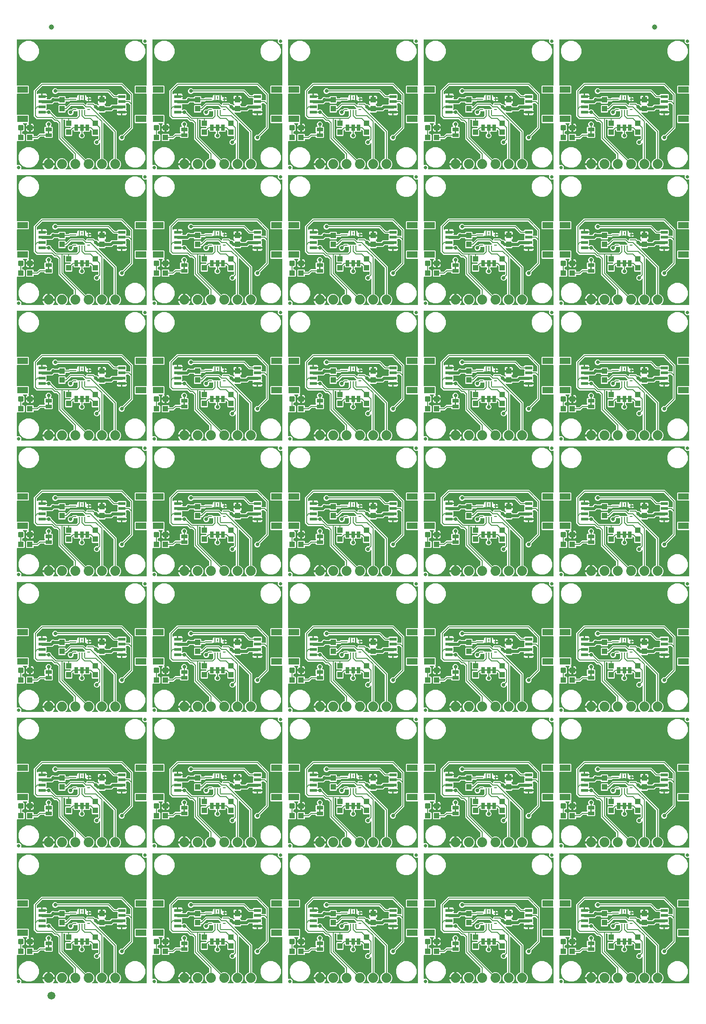
<source format=gtl>
G04 EAGLE Gerber RS-274X export*
G75*
%MOMM*%
%FSLAX34Y34*%
%LPD*%
%INTop Copper*%
%IPPOS*%
%AMOC8*
5,1,8,0,0,1.08239X$1,22.5*%
G01*
%ADD10R,1.000000X1.100000*%
%ADD11C,0.300000*%
%ADD12C,1.879600*%
%ADD13R,2.000000X1.200000*%
%ADD14R,1.350000X0.600000*%
%ADD15R,0.660400X1.270000*%
%ADD16R,1.270000X0.660400*%
%ADD17R,1.100000X1.000000*%
%ADD18R,0.500000X0.250000*%
%ADD19R,0.250000X0.500000*%
%ADD20C,0.635000*%
%ADD21C,1.000000*%
%ADD22C,1.500000*%
%ADD23C,0.736600*%
%ADD24C,0.609600*%
%ADD25C,0.203200*%
%ADD26C,0.177800*%

G36*
X1090419Y780039D02*
X1090419Y780039D01*
X1090449Y780036D01*
X1090560Y780059D01*
X1090672Y780075D01*
X1090699Y780087D01*
X1090727Y780092D01*
X1090828Y780144D01*
X1090931Y780191D01*
X1090954Y780210D01*
X1090980Y780223D01*
X1091062Y780301D01*
X1091148Y780374D01*
X1091165Y780399D01*
X1091186Y780419D01*
X1091243Y780517D01*
X1091306Y780611D01*
X1091315Y780639D01*
X1091330Y780664D01*
X1091357Y780774D01*
X1091392Y780882D01*
X1091392Y780911D01*
X1091400Y780940D01*
X1091396Y781053D01*
X1091399Y781166D01*
X1091392Y781195D01*
X1091391Y781224D01*
X1091356Y781332D01*
X1091327Y781441D01*
X1091312Y781467D01*
X1091303Y781495D01*
X1091257Y781559D01*
X1091182Y781686D01*
X1091136Y781729D01*
X1091108Y781768D01*
X1090714Y782162D01*
X1089609Y783683D01*
X1088756Y785357D01*
X1088175Y787144D01*
X1088054Y787909D01*
X1098804Y787909D01*
X1098862Y787917D01*
X1098920Y787915D01*
X1099002Y787937D01*
X1099085Y787949D01*
X1099139Y787973D01*
X1099195Y787987D01*
X1099268Y788030D01*
X1099345Y788065D01*
X1099389Y788103D01*
X1099440Y788133D01*
X1099497Y788194D01*
X1099562Y788249D01*
X1099594Y788297D01*
X1099634Y788340D01*
X1099673Y788415D01*
X1099719Y788485D01*
X1099737Y788541D01*
X1099764Y788593D01*
X1099775Y788661D01*
X1099805Y788756D01*
X1099808Y788856D01*
X1099819Y788924D01*
X1099819Y789941D01*
X1099821Y789941D01*
X1099821Y788924D01*
X1099829Y788866D01*
X1099828Y788808D01*
X1099849Y788726D01*
X1099861Y788643D01*
X1099885Y788589D01*
X1099899Y788533D01*
X1099942Y788460D01*
X1099977Y788383D01*
X1100015Y788338D01*
X1100045Y788288D01*
X1100106Y788230D01*
X1100161Y788166D01*
X1100209Y788134D01*
X1100252Y788094D01*
X1100327Y788055D01*
X1100397Y788009D01*
X1100453Y787991D01*
X1100505Y787964D01*
X1100573Y787953D01*
X1100668Y787923D01*
X1100768Y787920D01*
X1100836Y787909D01*
X1111586Y787909D01*
X1111465Y787144D01*
X1110884Y785357D01*
X1110031Y783683D01*
X1108926Y782162D01*
X1108532Y781768D01*
X1108514Y781744D01*
X1108492Y781725D01*
X1108429Y781631D01*
X1108361Y781541D01*
X1108350Y781513D01*
X1108334Y781489D01*
X1108300Y781381D01*
X1108260Y781275D01*
X1108257Y781246D01*
X1108248Y781218D01*
X1108245Y781105D01*
X1108236Y780992D01*
X1108242Y780963D01*
X1108241Y780934D01*
X1108270Y780824D01*
X1108292Y780713D01*
X1108305Y780687D01*
X1108313Y780659D01*
X1108371Y780561D01*
X1108423Y780461D01*
X1108443Y780439D01*
X1108458Y780414D01*
X1108541Y780337D01*
X1108619Y780255D01*
X1108644Y780240D01*
X1108665Y780220D01*
X1108766Y780168D01*
X1108864Y780111D01*
X1108892Y780104D01*
X1108919Y780090D01*
X1108996Y780077D01*
X1109140Y780041D01*
X1109202Y780043D01*
X1109250Y780035D01*
X1116868Y780035D01*
X1116897Y780039D01*
X1116926Y780036D01*
X1117037Y780059D01*
X1117149Y780075D01*
X1117176Y780087D01*
X1117205Y780092D01*
X1117306Y780145D01*
X1117409Y780191D01*
X1117431Y780210D01*
X1117457Y780223D01*
X1117539Y780301D01*
X1117626Y780374D01*
X1117642Y780399D01*
X1117663Y780419D01*
X1117721Y780517D01*
X1117783Y780611D01*
X1117792Y780639D01*
X1117807Y780664D01*
X1117835Y780774D01*
X1117869Y780882D01*
X1117870Y780912D01*
X1117877Y780940D01*
X1117874Y781053D01*
X1117877Y781166D01*
X1117869Y781195D01*
X1117868Y781224D01*
X1117833Y781332D01*
X1117805Y781441D01*
X1117790Y781467D01*
X1117781Y781495D01*
X1117735Y781558D01*
X1117659Y781686D01*
X1117614Y781729D01*
X1117586Y781768D01*
X1115745Y783609D01*
X1114043Y787717D01*
X1114043Y792163D01*
X1115745Y796271D01*
X1118889Y799415D01*
X1122997Y801117D01*
X1127443Y801117D01*
X1131551Y799415D01*
X1134695Y796271D01*
X1136397Y792163D01*
X1136397Y787717D01*
X1134695Y783609D01*
X1132854Y781768D01*
X1132836Y781744D01*
X1132814Y781725D01*
X1132751Y781631D01*
X1132683Y781541D01*
X1132673Y781513D01*
X1132657Y781489D01*
X1132622Y781381D01*
X1132582Y781275D01*
X1132580Y781246D01*
X1132571Y781218D01*
X1132568Y781104D01*
X1132558Y780992D01*
X1132564Y780963D01*
X1132563Y780934D01*
X1132592Y780824D01*
X1132614Y780713D01*
X1132628Y780687D01*
X1132635Y780659D01*
X1132693Y780561D01*
X1132745Y780461D01*
X1132766Y780439D01*
X1132781Y780414D01*
X1132863Y780337D01*
X1132941Y780255D01*
X1132966Y780240D01*
X1132988Y780220D01*
X1133089Y780168D01*
X1133186Y780111D01*
X1133215Y780104D01*
X1133241Y780090D01*
X1133318Y780077D01*
X1133462Y780041D01*
X1133524Y780043D01*
X1133572Y780035D01*
X1142268Y780035D01*
X1142297Y780039D01*
X1142326Y780036D01*
X1142437Y780059D01*
X1142549Y780075D01*
X1142576Y780087D01*
X1142605Y780092D01*
X1142706Y780145D01*
X1142809Y780191D01*
X1142831Y780210D01*
X1142857Y780223D01*
X1142939Y780301D01*
X1143026Y780374D01*
X1143042Y780399D01*
X1143063Y780419D01*
X1143121Y780517D01*
X1143183Y780611D01*
X1143192Y780639D01*
X1143207Y780664D01*
X1143235Y780774D01*
X1143269Y780882D01*
X1143270Y780912D01*
X1143277Y780940D01*
X1143274Y781053D01*
X1143277Y781166D01*
X1143269Y781195D01*
X1143268Y781224D01*
X1143233Y781332D01*
X1143205Y781441D01*
X1143190Y781467D01*
X1143181Y781495D01*
X1143135Y781558D01*
X1143059Y781686D01*
X1143014Y781729D01*
X1142986Y781768D01*
X1141145Y783609D01*
X1139443Y787717D01*
X1139443Y792163D01*
X1141145Y796271D01*
X1144289Y799415D01*
X1147199Y800620D01*
X1147200Y800621D01*
X1147201Y800622D01*
X1147318Y800691D01*
X1147443Y800765D01*
X1147444Y800766D01*
X1147446Y800767D01*
X1147543Y800871D01*
X1147639Y800972D01*
X1147639Y800973D01*
X1147640Y800974D01*
X1147702Y801096D01*
X1147769Y801224D01*
X1147769Y801226D01*
X1147770Y801227D01*
X1147772Y801242D01*
X1147824Y801503D01*
X1147821Y801534D01*
X1147825Y801558D01*
X1147825Y808374D01*
X1147813Y808460D01*
X1147810Y808548D01*
X1147793Y808600D01*
X1147785Y808655D01*
X1147750Y808735D01*
X1147723Y808818D01*
X1147695Y808857D01*
X1147669Y808915D01*
X1147573Y809028D01*
X1147528Y809092D01*
X1118615Y838004D01*
X1118615Y867102D01*
X1118603Y867188D01*
X1118600Y867276D01*
X1118583Y867329D01*
X1118575Y867383D01*
X1118540Y867463D01*
X1118513Y867546D01*
X1118485Y867586D01*
X1118459Y867643D01*
X1118363Y867756D01*
X1118318Y867820D01*
X1115470Y870668D01*
X1115400Y870720D01*
X1115336Y870780D01*
X1115287Y870806D01*
X1115243Y870839D01*
X1115161Y870870D01*
X1115083Y870910D01*
X1115035Y870918D01*
X1114977Y870940D01*
X1114829Y870952D01*
X1114752Y870965D01*
X1111054Y870965D01*
X1106272Y875748D01*
X1106202Y875800D01*
X1106138Y875860D01*
X1106089Y875886D01*
X1106044Y875919D01*
X1105963Y875950D01*
X1105885Y875990D01*
X1105837Y875998D01*
X1105779Y876020D01*
X1105631Y876032D01*
X1105554Y876045D01*
X1077072Y876045D01*
X1071625Y881492D01*
X1071625Y896564D01*
X1071626Y896564D01*
X1071657Y896646D01*
X1071697Y896724D01*
X1071705Y896772D01*
X1071727Y896830D01*
X1071739Y896978D01*
X1071752Y897055D01*
X1071752Y930745D01*
X1086015Y945008D01*
X1240625Y945008D01*
X1261238Y924395D01*
X1261238Y905945D01*
X1261250Y905858D01*
X1261253Y905771D01*
X1261270Y905718D01*
X1261278Y905664D01*
X1261313Y905584D01*
X1261340Y905500D01*
X1261365Y905466D01*
X1261365Y858632D01*
X1245279Y842547D01*
X1245227Y842477D01*
X1245167Y842413D01*
X1245141Y842364D01*
X1245108Y842320D01*
X1245077Y842238D01*
X1245037Y842160D01*
X1245029Y842112D01*
X1245007Y842054D01*
X1244995Y841906D01*
X1244982Y841829D01*
X1244982Y839654D01*
X1244150Y837646D01*
X1242614Y836110D01*
X1240606Y835278D01*
X1238434Y835278D01*
X1236426Y836110D01*
X1234890Y837646D01*
X1234058Y839654D01*
X1234058Y841826D01*
X1234890Y843834D01*
X1236426Y845370D01*
X1238434Y846202D01*
X1240609Y846202D01*
X1240695Y846214D01*
X1240783Y846217D01*
X1240836Y846234D01*
X1240890Y846242D01*
X1240970Y846277D01*
X1241053Y846304D01*
X1241093Y846332D01*
X1241150Y846358D01*
X1241263Y846454D01*
X1241327Y846499D01*
X1255478Y860650D01*
X1255530Y860720D01*
X1255590Y860784D01*
X1255616Y860833D01*
X1255649Y860877D01*
X1255680Y860959D01*
X1255720Y861037D01*
X1255728Y861085D01*
X1255750Y861143D01*
X1255762Y861291D01*
X1255775Y861368D01*
X1255775Y902662D01*
X1255763Y902748D01*
X1255760Y902836D01*
X1255743Y902889D01*
X1255735Y902943D01*
X1255700Y903023D01*
X1255673Y903106D01*
X1255645Y903146D01*
X1255619Y903203D01*
X1255523Y903316D01*
X1255478Y903380D01*
X1252710Y906148D01*
X1252640Y906200D01*
X1252576Y906260D01*
X1252527Y906286D01*
X1252483Y906319D01*
X1252401Y906350D01*
X1252323Y906390D01*
X1252275Y906398D01*
X1252217Y906420D01*
X1252069Y906432D01*
X1251992Y906445D01*
X1249064Y906445D01*
X1249006Y906437D01*
X1248948Y906439D01*
X1248866Y906417D01*
X1248782Y906405D01*
X1248729Y906382D01*
X1248673Y906367D01*
X1248600Y906324D01*
X1248523Y906289D01*
X1248478Y906251D01*
X1248428Y906222D01*
X1248370Y906160D01*
X1248306Y906106D01*
X1248274Y906057D01*
X1248234Y906014D01*
X1248195Y905939D01*
X1248148Y905869D01*
X1248131Y905813D01*
X1248104Y905761D01*
X1248093Y905693D01*
X1248063Y905598D01*
X1248061Y905515D01*
X1247503Y904958D01*
X1247468Y904911D01*
X1247426Y904871D01*
X1247383Y904798D01*
X1247333Y904731D01*
X1247312Y904676D01*
X1247282Y904626D01*
X1247261Y904544D01*
X1247231Y904465D01*
X1247226Y904407D01*
X1247212Y904350D01*
X1247215Y904266D01*
X1247208Y904182D01*
X1247219Y904124D01*
X1247221Y904066D01*
X1247247Y903986D01*
X1247264Y903903D01*
X1247291Y903851D01*
X1247309Y903795D01*
X1247349Y903739D01*
X1247395Y903651D01*
X1247463Y903578D01*
X1247503Y903522D01*
X1248049Y902977D01*
X1248049Y895503D01*
X1248042Y895497D01*
X1248007Y895450D01*
X1247965Y895410D01*
X1247922Y895337D01*
X1247871Y895270D01*
X1247851Y895215D01*
X1247821Y895164D01*
X1247800Y895083D01*
X1247770Y895004D01*
X1247765Y894946D01*
X1247751Y894889D01*
X1247753Y894805D01*
X1247746Y894721D01*
X1247758Y894663D01*
X1247760Y894605D01*
X1247786Y894524D01*
X1247802Y894442D01*
X1247829Y894390D01*
X1247847Y894334D01*
X1247887Y894278D01*
X1247933Y894190D01*
X1247976Y894144D01*
X1247989Y894122D01*
X1248017Y894096D01*
X1248042Y894061D01*
X1248303Y893800D01*
X1248638Y893221D01*
X1248811Y892574D01*
X1248811Y890739D01*
X1240004Y890739D01*
X1239946Y890731D01*
X1239888Y890733D01*
X1239806Y890711D01*
X1239723Y890699D01*
X1239669Y890676D01*
X1239613Y890661D01*
X1239540Y890618D01*
X1239521Y890609D01*
X1239475Y890640D01*
X1239419Y890657D01*
X1239367Y890684D01*
X1239299Y890695D01*
X1239204Y890725D01*
X1239104Y890728D01*
X1239036Y890739D01*
X1230229Y890739D01*
X1230229Y892574D01*
X1230380Y893135D01*
X1230385Y893184D01*
X1230400Y893230D01*
X1230403Y893324D01*
X1230414Y893417D01*
X1230406Y893466D01*
X1230407Y893514D01*
X1230384Y893605D01*
X1230369Y893698D01*
X1230348Y893742D01*
X1230336Y893789D01*
X1230288Y893870D01*
X1230248Y893955D01*
X1230215Y893992D01*
X1230190Y894034D01*
X1230122Y894098D01*
X1230060Y894169D01*
X1230019Y894195D01*
X1229983Y894228D01*
X1229899Y894271D01*
X1229820Y894322D01*
X1229773Y894336D01*
X1229730Y894358D01*
X1229657Y894370D01*
X1229548Y894402D01*
X1229461Y894403D01*
X1229399Y894413D01*
X1224240Y894413D01*
X1224153Y894401D01*
X1224066Y894398D01*
X1224013Y894381D01*
X1223958Y894373D01*
X1223879Y894338D01*
X1223795Y894311D01*
X1223756Y894283D01*
X1223699Y894257D01*
X1223586Y894161D01*
X1223522Y894116D01*
X1220319Y890913D01*
X1209214Y890913D01*
X1209156Y890905D01*
X1209098Y890907D01*
X1209016Y890885D01*
X1208932Y890873D01*
X1208879Y890850D01*
X1208823Y890835D01*
X1208750Y890792D01*
X1208673Y890757D01*
X1208628Y890719D01*
X1208578Y890690D01*
X1208520Y890628D01*
X1208456Y890574D01*
X1208424Y890525D01*
X1208384Y890482D01*
X1208345Y890407D01*
X1208298Y890337D01*
X1208281Y890281D01*
X1208254Y890229D01*
X1208243Y890161D01*
X1208213Y890066D01*
X1208210Y889966D01*
X1208199Y889898D01*
X1208199Y889503D01*
X1207157Y888461D01*
X1196932Y888461D01*
X1196903Y888457D01*
X1196874Y888460D01*
X1196763Y888437D01*
X1196651Y888421D01*
X1196624Y888409D01*
X1196595Y888404D01*
X1196495Y888352D01*
X1196391Y888305D01*
X1196369Y888286D01*
X1196343Y888273D01*
X1196261Y888195D01*
X1196174Y888122D01*
X1196158Y888097D01*
X1196137Y888077D01*
X1196079Y887979D01*
X1196017Y887885D01*
X1196008Y887857D01*
X1195993Y887832D01*
X1195965Y887722D01*
X1195931Y887614D01*
X1195930Y887584D01*
X1195923Y887556D01*
X1195926Y887443D01*
X1195924Y887330D01*
X1195931Y887301D01*
X1195932Y887272D01*
X1195967Y887164D01*
X1195995Y887055D01*
X1196010Y887029D01*
X1196019Y887001D01*
X1196065Y886938D01*
X1196141Y886810D01*
X1196186Y886767D01*
X1196214Y886728D01*
X1227680Y855262D01*
X1229615Y853328D01*
X1229615Y801558D01*
X1229615Y801557D01*
X1229615Y801555D01*
X1229635Y801416D01*
X1229655Y801277D01*
X1229655Y801275D01*
X1229655Y801274D01*
X1229712Y801148D01*
X1229771Y801017D01*
X1229772Y801016D01*
X1229773Y801015D01*
X1229865Y800907D01*
X1229954Y800800D01*
X1229956Y800800D01*
X1229957Y800798D01*
X1229970Y800790D01*
X1230191Y800643D01*
X1230220Y800634D01*
X1230241Y800620D01*
X1233151Y799415D01*
X1236295Y796271D01*
X1237997Y792163D01*
X1237997Y787717D01*
X1236295Y783609D01*
X1234454Y781768D01*
X1234436Y781744D01*
X1234414Y781725D01*
X1234351Y781631D01*
X1234283Y781541D01*
X1234273Y781513D01*
X1234257Y781489D01*
X1234222Y781381D01*
X1234182Y781275D01*
X1234180Y781246D01*
X1234171Y781218D01*
X1234168Y781104D01*
X1234158Y780992D01*
X1234164Y780963D01*
X1234163Y780934D01*
X1234192Y780824D01*
X1234214Y780713D01*
X1234228Y780687D01*
X1234235Y780659D01*
X1234293Y780561D01*
X1234345Y780461D01*
X1234366Y780439D01*
X1234381Y780414D01*
X1234463Y780337D01*
X1234541Y780255D01*
X1234566Y780240D01*
X1234588Y780220D01*
X1234689Y780168D01*
X1234786Y780111D01*
X1234815Y780104D01*
X1234841Y780090D01*
X1234918Y780077D01*
X1235062Y780041D01*
X1235124Y780043D01*
X1235172Y780035D01*
X1286510Y780035D01*
X1286568Y780043D01*
X1286626Y780041D01*
X1286708Y780063D01*
X1286792Y780075D01*
X1286845Y780098D01*
X1286901Y780113D01*
X1286974Y780156D01*
X1287051Y780191D01*
X1287096Y780229D01*
X1287146Y780258D01*
X1287204Y780320D01*
X1287268Y780374D01*
X1287300Y780423D01*
X1287340Y780466D01*
X1287379Y780541D01*
X1287426Y780611D01*
X1287443Y780667D01*
X1287470Y780719D01*
X1287481Y780787D01*
X1287511Y780882D01*
X1287514Y780982D01*
X1287525Y781050D01*
X1287525Y867446D01*
X1287517Y867504D01*
X1287519Y867562D01*
X1287497Y867644D01*
X1287485Y867728D01*
X1287462Y867781D01*
X1287447Y867837D01*
X1287404Y867910D01*
X1287369Y867987D01*
X1287331Y868032D01*
X1287302Y868082D01*
X1287240Y868140D01*
X1287186Y868204D01*
X1287137Y868236D01*
X1287094Y868276D01*
X1287019Y868315D01*
X1286949Y868362D01*
X1286893Y868379D01*
X1286841Y868406D01*
X1286773Y868417D01*
X1286678Y868447D01*
X1286578Y868450D01*
X1286510Y868461D01*
X1265533Y868461D01*
X1264491Y869503D01*
X1264491Y882977D01*
X1265533Y884019D01*
X1286510Y884019D01*
X1286568Y884027D01*
X1286626Y884025D01*
X1286708Y884047D01*
X1286792Y884059D01*
X1286845Y884082D01*
X1286901Y884097D01*
X1286974Y884140D01*
X1287051Y884175D01*
X1287096Y884213D01*
X1287146Y884242D01*
X1287204Y884304D01*
X1287268Y884358D01*
X1287300Y884407D01*
X1287340Y884450D01*
X1287379Y884525D01*
X1287426Y884595D01*
X1287443Y884651D01*
X1287470Y884703D01*
X1287481Y884771D01*
X1287511Y884866D01*
X1287514Y884966D01*
X1287525Y885034D01*
X1287525Y923446D01*
X1287517Y923504D01*
X1287519Y923562D01*
X1287497Y923644D01*
X1287485Y923728D01*
X1287462Y923781D01*
X1287447Y923837D01*
X1287404Y923910D01*
X1287369Y923987D01*
X1287331Y924032D01*
X1287302Y924082D01*
X1287240Y924140D01*
X1287186Y924204D01*
X1287137Y924236D01*
X1287094Y924276D01*
X1287019Y924315D01*
X1286949Y924362D01*
X1286893Y924379D01*
X1286841Y924406D01*
X1286773Y924417D01*
X1286678Y924447D01*
X1286578Y924450D01*
X1286510Y924461D01*
X1265533Y924461D01*
X1264491Y925503D01*
X1264491Y938977D01*
X1265533Y940019D01*
X1286510Y940019D01*
X1286568Y940027D01*
X1286626Y940025D01*
X1286708Y940047D01*
X1286792Y940059D01*
X1286845Y940082D01*
X1286901Y940097D01*
X1286974Y940140D01*
X1287051Y940175D01*
X1287096Y940213D01*
X1287146Y940242D01*
X1287204Y940304D01*
X1287268Y940358D01*
X1287300Y940407D01*
X1287340Y940450D01*
X1287379Y940525D01*
X1287426Y940595D01*
X1287443Y940651D01*
X1287470Y940703D01*
X1287481Y940771D01*
X1287511Y940866D01*
X1287514Y940966D01*
X1287525Y941034D01*
X1287525Y1018989D01*
X1287521Y1019018D01*
X1287524Y1019047D01*
X1287501Y1019158D01*
X1287485Y1019270D01*
X1287473Y1019297D01*
X1287468Y1019326D01*
X1287416Y1019426D01*
X1287369Y1019530D01*
X1287350Y1019552D01*
X1287337Y1019578D01*
X1287259Y1019660D01*
X1287186Y1019747D01*
X1287161Y1019763D01*
X1287141Y1019784D01*
X1287043Y1019841D01*
X1286949Y1019904D01*
X1286921Y1019913D01*
X1286895Y1019928D01*
X1286786Y1019956D01*
X1286678Y1019990D01*
X1286648Y1019991D01*
X1286620Y1019998D01*
X1286507Y1019994D01*
X1286394Y1019997D01*
X1286365Y1019990D01*
X1286336Y1019989D01*
X1286228Y1019954D01*
X1286160Y1019936D01*
X1281918Y1019936D01*
X1279016Y1022838D01*
X1279016Y1027093D01*
X1279018Y1027099D01*
X1279059Y1027205D01*
X1279061Y1027234D01*
X1279070Y1027262D01*
X1279073Y1027375D01*
X1279082Y1027488D01*
X1279076Y1027517D01*
X1279077Y1027546D01*
X1279049Y1027656D01*
X1279026Y1027767D01*
X1279013Y1027793D01*
X1279005Y1027821D01*
X1278948Y1027919D01*
X1278895Y1028019D01*
X1278875Y1028041D01*
X1278860Y1028066D01*
X1278777Y1028143D01*
X1278700Y1028225D01*
X1278674Y1028240D01*
X1278653Y1028260D01*
X1278552Y1028312D01*
X1278454Y1028369D01*
X1278426Y1028376D01*
X1278400Y1028390D01*
X1278322Y1028403D01*
X1278179Y1028439D01*
X1278116Y1028437D01*
X1278069Y1028445D01*
X1040130Y1028445D01*
X1040072Y1028437D01*
X1040014Y1028439D01*
X1039932Y1028417D01*
X1039848Y1028405D01*
X1039795Y1028382D01*
X1039739Y1028367D01*
X1039666Y1028324D01*
X1039589Y1028289D01*
X1039544Y1028251D01*
X1039494Y1028222D01*
X1039436Y1028160D01*
X1039372Y1028106D01*
X1039340Y1028057D01*
X1039300Y1028014D01*
X1039261Y1027939D01*
X1039214Y1027869D01*
X1039197Y1027813D01*
X1039170Y1027761D01*
X1039159Y1027693D01*
X1039129Y1027598D01*
X1039126Y1027498D01*
X1039115Y1027430D01*
X1039115Y941034D01*
X1039123Y940976D01*
X1039121Y940918D01*
X1039143Y940836D01*
X1039155Y940752D01*
X1039178Y940699D01*
X1039193Y940643D01*
X1039236Y940570D01*
X1039271Y940493D01*
X1039309Y940448D01*
X1039338Y940398D01*
X1039400Y940340D01*
X1039454Y940276D01*
X1039503Y940244D01*
X1039546Y940204D01*
X1039621Y940165D01*
X1039691Y940118D01*
X1039747Y940101D01*
X1039799Y940074D01*
X1039867Y940063D01*
X1039962Y940033D01*
X1040062Y940030D01*
X1040130Y940019D01*
X1061107Y940019D01*
X1062149Y938977D01*
X1062149Y925503D01*
X1061107Y924461D01*
X1040130Y924461D01*
X1040072Y924453D01*
X1040014Y924455D01*
X1039932Y924433D01*
X1039848Y924421D01*
X1039795Y924398D01*
X1039739Y924383D01*
X1039666Y924340D01*
X1039589Y924305D01*
X1039544Y924267D01*
X1039494Y924238D01*
X1039436Y924176D01*
X1039372Y924122D01*
X1039340Y924073D01*
X1039300Y924030D01*
X1039261Y923955D01*
X1039214Y923885D01*
X1039197Y923829D01*
X1039170Y923777D01*
X1039159Y923709D01*
X1039129Y923614D01*
X1039126Y923514D01*
X1039115Y923446D01*
X1039115Y885034D01*
X1039123Y884976D01*
X1039121Y884918D01*
X1039143Y884836D01*
X1039155Y884752D01*
X1039178Y884699D01*
X1039193Y884643D01*
X1039236Y884570D01*
X1039271Y884493D01*
X1039309Y884448D01*
X1039338Y884398D01*
X1039400Y884340D01*
X1039454Y884276D01*
X1039503Y884244D01*
X1039546Y884204D01*
X1039621Y884165D01*
X1039691Y884118D01*
X1039747Y884101D01*
X1039799Y884074D01*
X1039867Y884063D01*
X1039962Y884033D01*
X1040062Y884030D01*
X1040130Y884019D01*
X1061107Y884019D01*
X1062149Y882977D01*
X1062149Y869503D01*
X1061709Y869064D01*
X1061697Y869047D01*
X1061685Y869037D01*
X1061681Y869032D01*
X1061669Y869021D01*
X1061607Y868927D01*
X1061538Y868837D01*
X1061528Y868809D01*
X1061512Y868785D01*
X1061478Y868677D01*
X1061437Y868571D01*
X1061435Y868542D01*
X1061426Y868514D01*
X1061423Y868400D01*
X1061414Y868288D01*
X1061419Y868259D01*
X1061419Y868230D01*
X1061447Y868120D01*
X1061470Y868009D01*
X1061483Y867983D01*
X1061491Y867955D01*
X1061548Y867857D01*
X1061601Y867757D01*
X1061621Y867735D01*
X1061636Y867710D01*
X1061718Y867633D01*
X1061796Y867551D01*
X1061822Y867536D01*
X1061843Y867516D01*
X1061944Y867464D01*
X1062042Y867407D01*
X1062070Y867400D01*
X1062096Y867386D01*
X1062109Y867384D01*
X1062109Y861821D01*
X1056599Y861821D01*
X1056599Y863822D01*
X1056875Y864850D01*
X1057407Y865771D01*
X1058159Y866523D01*
X1058234Y866567D01*
X1058250Y866579D01*
X1058267Y866587D01*
X1058361Y866666D01*
X1058458Y866742D01*
X1058469Y866758D01*
X1058484Y866771D01*
X1058553Y866873D01*
X1058624Y866972D01*
X1058631Y866991D01*
X1058642Y867007D01*
X1058679Y867125D01*
X1058721Y867240D01*
X1058722Y867259D01*
X1058728Y867278D01*
X1058731Y867401D01*
X1058739Y867524D01*
X1058735Y867543D01*
X1058735Y867562D01*
X1058704Y867681D01*
X1058678Y867801D01*
X1058668Y867818D01*
X1058663Y867837D01*
X1058600Y867943D01*
X1058542Y868051D01*
X1058528Y868065D01*
X1058518Y868082D01*
X1058428Y868166D01*
X1058342Y868253D01*
X1058325Y868263D01*
X1058311Y868276D01*
X1058201Y868332D01*
X1058094Y868392D01*
X1058075Y868397D01*
X1058058Y868406D01*
X1057985Y868418D01*
X1057817Y868457D01*
X1057766Y868455D01*
X1057727Y868461D01*
X1052017Y868461D01*
X1051987Y868457D01*
X1051958Y868460D01*
X1051847Y868437D01*
X1051735Y868421D01*
X1051708Y868409D01*
X1051680Y868404D01*
X1051579Y868351D01*
X1051476Y868305D01*
X1051453Y868286D01*
X1051427Y868273D01*
X1051345Y868195D01*
X1051259Y868122D01*
X1051242Y868097D01*
X1051221Y868077D01*
X1051164Y867979D01*
X1051101Y867885D01*
X1051092Y867857D01*
X1051077Y867832D01*
X1051050Y867722D01*
X1051015Y867614D01*
X1051015Y867584D01*
X1051007Y867556D01*
X1051011Y867443D01*
X1051008Y867330D01*
X1051015Y867301D01*
X1051016Y867272D01*
X1051051Y867164D01*
X1051080Y867055D01*
X1051095Y867029D01*
X1051104Y867001D01*
X1051149Y866938D01*
X1051225Y866810D01*
X1051271Y866767D01*
X1051299Y866728D01*
X1053379Y864648D01*
X1053379Y854932D01*
X1051458Y853011D01*
X1050680Y853011D01*
X1050622Y853003D01*
X1050564Y853005D01*
X1050482Y852983D01*
X1050398Y852971D01*
X1050345Y852948D01*
X1050289Y852933D01*
X1050216Y852890D01*
X1050139Y852855D01*
X1050094Y852817D01*
X1050044Y852788D01*
X1049986Y852726D01*
X1049922Y852672D01*
X1049890Y852623D01*
X1049850Y852580D01*
X1049811Y852505D01*
X1049764Y852435D01*
X1049747Y852379D01*
X1049720Y852327D01*
X1049709Y852259D01*
X1049679Y852164D01*
X1049676Y852064D01*
X1049665Y851996D01*
X1049665Y848534D01*
X1049673Y848476D01*
X1049671Y848418D01*
X1049693Y848336D01*
X1049705Y848252D01*
X1049728Y848199D01*
X1049743Y848143D01*
X1049786Y848070D01*
X1049821Y847993D01*
X1049859Y847948D01*
X1049888Y847898D01*
X1049950Y847840D01*
X1050004Y847776D01*
X1050053Y847744D01*
X1050096Y847704D01*
X1050171Y847665D01*
X1050241Y847618D01*
X1050297Y847601D01*
X1050349Y847574D01*
X1050417Y847563D01*
X1050512Y847533D01*
X1050612Y847530D01*
X1050680Y847519D01*
X1053107Y847519D01*
X1054149Y846477D01*
X1054149Y835003D01*
X1053107Y833961D01*
X1040515Y833961D01*
X1040461Y833978D01*
X1040355Y834019D01*
X1040326Y834021D01*
X1040298Y834030D01*
X1040185Y834033D01*
X1040072Y834042D01*
X1040043Y834037D01*
X1040014Y834037D01*
X1039904Y834009D01*
X1039793Y833986D01*
X1039767Y833973D01*
X1039739Y833965D01*
X1039641Y833908D01*
X1039541Y833856D01*
X1039519Y833835D01*
X1039494Y833820D01*
X1039417Y833738D01*
X1039335Y833660D01*
X1039320Y833634D01*
X1039300Y833613D01*
X1039248Y833512D01*
X1039191Y833415D01*
X1039184Y833386D01*
X1039170Y833360D01*
X1039157Y833283D01*
X1039121Y833139D01*
X1039123Y833076D01*
X1039115Y833029D01*
X1039115Y789491D01*
X1039119Y789462D01*
X1039116Y789433D01*
X1039139Y789322D01*
X1039155Y789210D01*
X1039167Y789183D01*
X1039172Y789154D01*
X1039224Y789054D01*
X1039271Y788950D01*
X1039290Y788928D01*
X1039303Y788902D01*
X1039381Y788820D01*
X1039454Y788733D01*
X1039479Y788717D01*
X1039499Y788696D01*
X1039597Y788639D01*
X1039691Y788576D01*
X1039719Y788567D01*
X1039745Y788552D01*
X1039854Y788524D01*
X1039962Y788490D01*
X1039992Y788489D01*
X1040020Y788482D01*
X1040133Y788486D01*
X1040246Y788483D01*
X1040275Y788490D01*
X1040304Y788491D01*
X1040412Y788526D01*
X1040480Y788544D01*
X1044722Y788544D01*
X1047624Y785642D01*
X1047624Y781387D01*
X1047622Y781381D01*
X1047581Y781275D01*
X1047579Y781246D01*
X1047570Y781218D01*
X1047567Y781105D01*
X1047558Y780992D01*
X1047564Y780963D01*
X1047563Y780934D01*
X1047591Y780824D01*
X1047614Y780713D01*
X1047627Y780687D01*
X1047635Y780659D01*
X1047692Y780561D01*
X1047745Y780461D01*
X1047765Y780439D01*
X1047780Y780414D01*
X1047863Y780337D01*
X1047940Y780255D01*
X1047966Y780240D01*
X1047987Y780220D01*
X1048088Y780168D01*
X1048186Y780111D01*
X1048214Y780104D01*
X1048240Y780090D01*
X1048318Y780077D01*
X1048461Y780041D01*
X1048524Y780043D01*
X1048571Y780035D01*
X1090390Y780035D01*
X1090419Y780039D01*
G37*
G36*
X1090419Y2799D02*
X1090419Y2799D01*
X1090449Y2796D01*
X1090560Y2819D01*
X1090672Y2835D01*
X1090699Y2847D01*
X1090727Y2852D01*
X1090828Y2904D01*
X1090931Y2951D01*
X1090954Y2970D01*
X1090980Y2983D01*
X1091062Y3061D01*
X1091148Y3134D01*
X1091165Y3159D01*
X1091186Y3179D01*
X1091243Y3277D01*
X1091306Y3371D01*
X1091315Y3399D01*
X1091330Y3424D01*
X1091357Y3534D01*
X1091392Y3642D01*
X1091392Y3671D01*
X1091400Y3700D01*
X1091396Y3813D01*
X1091399Y3926D01*
X1091392Y3955D01*
X1091391Y3984D01*
X1091356Y4092D01*
X1091327Y4201D01*
X1091312Y4227D01*
X1091303Y4255D01*
X1091257Y4319D01*
X1091182Y4446D01*
X1091136Y4489D01*
X1091108Y4528D01*
X1090714Y4922D01*
X1089609Y6443D01*
X1088756Y8117D01*
X1088175Y9904D01*
X1088054Y10669D01*
X1098804Y10669D01*
X1098862Y10677D01*
X1098920Y10675D01*
X1099002Y10697D01*
X1099085Y10709D01*
X1099139Y10733D01*
X1099195Y10747D01*
X1099268Y10790D01*
X1099345Y10825D01*
X1099389Y10863D01*
X1099440Y10893D01*
X1099497Y10954D01*
X1099562Y11009D01*
X1099594Y11057D01*
X1099634Y11100D01*
X1099673Y11175D01*
X1099719Y11245D01*
X1099737Y11301D01*
X1099764Y11353D01*
X1099775Y11421D01*
X1099805Y11516D01*
X1099808Y11616D01*
X1099819Y11684D01*
X1099819Y12701D01*
X1099821Y12701D01*
X1099821Y11684D01*
X1099829Y11626D01*
X1099828Y11568D01*
X1099849Y11486D01*
X1099861Y11403D01*
X1099885Y11349D01*
X1099899Y11293D01*
X1099942Y11220D01*
X1099977Y11143D01*
X1100015Y11098D01*
X1100045Y11048D01*
X1100106Y10990D01*
X1100161Y10926D01*
X1100209Y10894D01*
X1100252Y10854D01*
X1100327Y10815D01*
X1100397Y10769D01*
X1100453Y10751D01*
X1100505Y10724D01*
X1100573Y10713D01*
X1100668Y10683D01*
X1100768Y10680D01*
X1100836Y10669D01*
X1111586Y10669D01*
X1111465Y9904D01*
X1110884Y8117D01*
X1110031Y6443D01*
X1108926Y4922D01*
X1108532Y4528D01*
X1108514Y4504D01*
X1108492Y4485D01*
X1108429Y4391D01*
X1108361Y4301D01*
X1108350Y4273D01*
X1108334Y4249D01*
X1108300Y4141D01*
X1108260Y4035D01*
X1108257Y4006D01*
X1108248Y3978D01*
X1108245Y3865D01*
X1108236Y3752D01*
X1108242Y3723D01*
X1108241Y3694D01*
X1108270Y3584D01*
X1108292Y3473D01*
X1108305Y3447D01*
X1108313Y3419D01*
X1108371Y3321D01*
X1108423Y3221D01*
X1108443Y3199D01*
X1108458Y3174D01*
X1108541Y3097D01*
X1108619Y3015D01*
X1108644Y3000D01*
X1108665Y2980D01*
X1108766Y2928D01*
X1108864Y2871D01*
X1108892Y2864D01*
X1108919Y2850D01*
X1108996Y2837D01*
X1109140Y2801D01*
X1109202Y2803D01*
X1109250Y2795D01*
X1116868Y2795D01*
X1116897Y2799D01*
X1116926Y2796D01*
X1117037Y2819D01*
X1117149Y2835D01*
X1117176Y2847D01*
X1117205Y2852D01*
X1117306Y2905D01*
X1117409Y2951D01*
X1117431Y2970D01*
X1117457Y2983D01*
X1117539Y3061D01*
X1117626Y3134D01*
X1117642Y3159D01*
X1117663Y3179D01*
X1117721Y3277D01*
X1117783Y3371D01*
X1117792Y3399D01*
X1117807Y3424D01*
X1117835Y3534D01*
X1117869Y3642D01*
X1117870Y3672D01*
X1117877Y3700D01*
X1117874Y3813D01*
X1117877Y3926D01*
X1117869Y3955D01*
X1117868Y3984D01*
X1117833Y4092D01*
X1117805Y4201D01*
X1117790Y4227D01*
X1117781Y4255D01*
X1117735Y4318D01*
X1117659Y4446D01*
X1117614Y4489D01*
X1117586Y4528D01*
X1115745Y6369D01*
X1114043Y10477D01*
X1114043Y14923D01*
X1115745Y19031D01*
X1118889Y22175D01*
X1122997Y23877D01*
X1127443Y23877D01*
X1131551Y22175D01*
X1134695Y19031D01*
X1136397Y14923D01*
X1136397Y10477D01*
X1134695Y6369D01*
X1132854Y4528D01*
X1132836Y4504D01*
X1132814Y4485D01*
X1132751Y4391D01*
X1132683Y4301D01*
X1132673Y4273D01*
X1132657Y4249D01*
X1132622Y4141D01*
X1132582Y4035D01*
X1132580Y4006D01*
X1132571Y3978D01*
X1132568Y3864D01*
X1132558Y3752D01*
X1132564Y3723D01*
X1132563Y3694D01*
X1132592Y3584D01*
X1132614Y3473D01*
X1132628Y3447D01*
X1132635Y3419D01*
X1132693Y3321D01*
X1132745Y3221D01*
X1132766Y3199D01*
X1132781Y3174D01*
X1132863Y3097D01*
X1132941Y3015D01*
X1132966Y3000D01*
X1132988Y2980D01*
X1133089Y2928D01*
X1133186Y2871D01*
X1133215Y2864D01*
X1133241Y2850D01*
X1133318Y2837D01*
X1133462Y2801D01*
X1133524Y2803D01*
X1133572Y2795D01*
X1142268Y2795D01*
X1142297Y2799D01*
X1142326Y2796D01*
X1142437Y2819D01*
X1142549Y2835D01*
X1142576Y2847D01*
X1142605Y2852D01*
X1142706Y2905D01*
X1142809Y2951D01*
X1142831Y2970D01*
X1142857Y2983D01*
X1142939Y3061D01*
X1143026Y3134D01*
X1143042Y3159D01*
X1143063Y3179D01*
X1143121Y3277D01*
X1143183Y3371D01*
X1143192Y3399D01*
X1143207Y3424D01*
X1143235Y3534D01*
X1143269Y3642D01*
X1143270Y3672D01*
X1143277Y3700D01*
X1143274Y3813D01*
X1143277Y3926D01*
X1143269Y3955D01*
X1143268Y3984D01*
X1143233Y4092D01*
X1143205Y4201D01*
X1143190Y4227D01*
X1143181Y4255D01*
X1143135Y4318D01*
X1143059Y4446D01*
X1143014Y4489D01*
X1142986Y4528D01*
X1141145Y6369D01*
X1139443Y10477D01*
X1139443Y14923D01*
X1141145Y19031D01*
X1144289Y22175D01*
X1147199Y23380D01*
X1147200Y23381D01*
X1147201Y23382D01*
X1147318Y23451D01*
X1147443Y23525D01*
X1147444Y23526D01*
X1147446Y23527D01*
X1147543Y23631D01*
X1147639Y23732D01*
X1147639Y23733D01*
X1147640Y23734D01*
X1147702Y23856D01*
X1147769Y23984D01*
X1147769Y23986D01*
X1147770Y23987D01*
X1147772Y24002D01*
X1147824Y24263D01*
X1147821Y24294D01*
X1147825Y24318D01*
X1147825Y31134D01*
X1147813Y31220D01*
X1147810Y31308D01*
X1147793Y31360D01*
X1147785Y31415D01*
X1147750Y31495D01*
X1147723Y31578D01*
X1147695Y31617D01*
X1147669Y31675D01*
X1147573Y31788D01*
X1147528Y31852D01*
X1118615Y60764D01*
X1118615Y89862D01*
X1118603Y89948D01*
X1118600Y90036D01*
X1118583Y90089D01*
X1118575Y90143D01*
X1118540Y90223D01*
X1118513Y90306D01*
X1118485Y90346D01*
X1118459Y90403D01*
X1118363Y90516D01*
X1118318Y90580D01*
X1115470Y93428D01*
X1115400Y93480D01*
X1115336Y93540D01*
X1115287Y93566D01*
X1115243Y93599D01*
X1115161Y93630D01*
X1115083Y93670D01*
X1115035Y93678D01*
X1114977Y93700D01*
X1114829Y93712D01*
X1114752Y93725D01*
X1111054Y93725D01*
X1106272Y98508D01*
X1106202Y98560D01*
X1106138Y98620D01*
X1106089Y98646D01*
X1106044Y98679D01*
X1105963Y98710D01*
X1105885Y98750D01*
X1105837Y98758D01*
X1105779Y98780D01*
X1105631Y98792D01*
X1105554Y98805D01*
X1077072Y98805D01*
X1071625Y104252D01*
X1071625Y119324D01*
X1071626Y119324D01*
X1071657Y119406D01*
X1071697Y119484D01*
X1071705Y119532D01*
X1071727Y119590D01*
X1071739Y119738D01*
X1071752Y119815D01*
X1071752Y153505D01*
X1086015Y167768D01*
X1240625Y167768D01*
X1261238Y147155D01*
X1261238Y128705D01*
X1261250Y128618D01*
X1261253Y128531D01*
X1261270Y128478D01*
X1261278Y128424D01*
X1261313Y128344D01*
X1261340Y128260D01*
X1261365Y128226D01*
X1261365Y81392D01*
X1245279Y65307D01*
X1245227Y65237D01*
X1245167Y65173D01*
X1245141Y65124D01*
X1245108Y65080D01*
X1245077Y64998D01*
X1245037Y64920D01*
X1245029Y64872D01*
X1245007Y64814D01*
X1244995Y64666D01*
X1244982Y64589D01*
X1244982Y62414D01*
X1244150Y60406D01*
X1242614Y58870D01*
X1240606Y58038D01*
X1238434Y58038D01*
X1236426Y58870D01*
X1234890Y60406D01*
X1234058Y62414D01*
X1234058Y64586D01*
X1234890Y66594D01*
X1236426Y68130D01*
X1238434Y68962D01*
X1240609Y68962D01*
X1240695Y68974D01*
X1240783Y68977D01*
X1240836Y68994D01*
X1240890Y69002D01*
X1240970Y69037D01*
X1241053Y69064D01*
X1241093Y69092D01*
X1241150Y69118D01*
X1241263Y69214D01*
X1241327Y69259D01*
X1255478Y83410D01*
X1255530Y83480D01*
X1255590Y83544D01*
X1255616Y83593D01*
X1255649Y83637D01*
X1255680Y83719D01*
X1255720Y83797D01*
X1255728Y83845D01*
X1255750Y83903D01*
X1255762Y84051D01*
X1255775Y84128D01*
X1255775Y125422D01*
X1255763Y125508D01*
X1255760Y125596D01*
X1255743Y125649D01*
X1255735Y125703D01*
X1255700Y125783D01*
X1255673Y125866D01*
X1255645Y125906D01*
X1255619Y125963D01*
X1255523Y126076D01*
X1255478Y126140D01*
X1252710Y128908D01*
X1252640Y128960D01*
X1252576Y129020D01*
X1252527Y129046D01*
X1252483Y129079D01*
X1252401Y129110D01*
X1252323Y129150D01*
X1252275Y129158D01*
X1252217Y129180D01*
X1252069Y129192D01*
X1251992Y129205D01*
X1249064Y129205D01*
X1249006Y129197D01*
X1248948Y129199D01*
X1248866Y129177D01*
X1248782Y129165D01*
X1248729Y129142D01*
X1248673Y129127D01*
X1248600Y129084D01*
X1248523Y129049D01*
X1248478Y129011D01*
X1248428Y128982D01*
X1248370Y128920D01*
X1248306Y128866D01*
X1248274Y128817D01*
X1248234Y128774D01*
X1248195Y128699D01*
X1248148Y128629D01*
X1248131Y128573D01*
X1248104Y128521D01*
X1248093Y128453D01*
X1248063Y128358D01*
X1248061Y128275D01*
X1247503Y127718D01*
X1247468Y127671D01*
X1247426Y127631D01*
X1247383Y127558D01*
X1247333Y127491D01*
X1247312Y127436D01*
X1247282Y127386D01*
X1247261Y127304D01*
X1247231Y127225D01*
X1247226Y127167D01*
X1247212Y127110D01*
X1247215Y127026D01*
X1247208Y126942D01*
X1247219Y126884D01*
X1247221Y126826D01*
X1247247Y126746D01*
X1247264Y126663D01*
X1247291Y126611D01*
X1247309Y126555D01*
X1247349Y126499D01*
X1247395Y126411D01*
X1247463Y126338D01*
X1247503Y126282D01*
X1248049Y125737D01*
X1248049Y118263D01*
X1248042Y118257D01*
X1248007Y118210D01*
X1247965Y118170D01*
X1247922Y118097D01*
X1247871Y118030D01*
X1247851Y117975D01*
X1247821Y117924D01*
X1247800Y117843D01*
X1247770Y117764D01*
X1247765Y117706D01*
X1247751Y117649D01*
X1247753Y117565D01*
X1247746Y117481D01*
X1247758Y117423D01*
X1247760Y117365D01*
X1247786Y117284D01*
X1247802Y117202D01*
X1247829Y117150D01*
X1247847Y117094D01*
X1247887Y117038D01*
X1247933Y116950D01*
X1247976Y116904D01*
X1247989Y116882D01*
X1248017Y116856D01*
X1248042Y116821D01*
X1248303Y116560D01*
X1248638Y115981D01*
X1248811Y115334D01*
X1248811Y113499D01*
X1240004Y113499D01*
X1239946Y113491D01*
X1239888Y113493D01*
X1239806Y113471D01*
X1239723Y113459D01*
X1239669Y113436D01*
X1239613Y113421D01*
X1239540Y113378D01*
X1239521Y113369D01*
X1239475Y113400D01*
X1239419Y113417D01*
X1239367Y113444D01*
X1239299Y113455D01*
X1239204Y113485D01*
X1239104Y113488D01*
X1239036Y113499D01*
X1230229Y113499D01*
X1230229Y115334D01*
X1230380Y115895D01*
X1230385Y115944D01*
X1230400Y115990D01*
X1230403Y116084D01*
X1230414Y116177D01*
X1230406Y116226D01*
X1230407Y116274D01*
X1230384Y116365D01*
X1230369Y116458D01*
X1230348Y116502D01*
X1230336Y116549D01*
X1230288Y116630D01*
X1230248Y116715D01*
X1230215Y116752D01*
X1230190Y116794D01*
X1230122Y116858D01*
X1230060Y116929D01*
X1230019Y116955D01*
X1229983Y116988D01*
X1229899Y117031D01*
X1229820Y117082D01*
X1229773Y117096D01*
X1229730Y117118D01*
X1229657Y117130D01*
X1229548Y117162D01*
X1229461Y117163D01*
X1229399Y117173D01*
X1224240Y117173D01*
X1224153Y117161D01*
X1224066Y117158D01*
X1224013Y117141D01*
X1223958Y117133D01*
X1223879Y117098D01*
X1223795Y117071D01*
X1223756Y117043D01*
X1223699Y117017D01*
X1223586Y116921D01*
X1223522Y116876D01*
X1220319Y113673D01*
X1209214Y113673D01*
X1209156Y113665D01*
X1209098Y113667D01*
X1209016Y113645D01*
X1208932Y113633D01*
X1208879Y113610D01*
X1208823Y113595D01*
X1208750Y113552D01*
X1208673Y113517D01*
X1208628Y113479D01*
X1208578Y113450D01*
X1208520Y113388D01*
X1208456Y113334D01*
X1208424Y113285D01*
X1208384Y113242D01*
X1208345Y113167D01*
X1208298Y113097D01*
X1208281Y113041D01*
X1208254Y112989D01*
X1208243Y112921D01*
X1208213Y112826D01*
X1208210Y112726D01*
X1208199Y112658D01*
X1208199Y112263D01*
X1207157Y111221D01*
X1196932Y111221D01*
X1196903Y111217D01*
X1196874Y111220D01*
X1196763Y111197D01*
X1196651Y111181D01*
X1196624Y111169D01*
X1196595Y111164D01*
X1196495Y111112D01*
X1196391Y111065D01*
X1196369Y111046D01*
X1196343Y111033D01*
X1196261Y110955D01*
X1196174Y110882D01*
X1196158Y110857D01*
X1196137Y110837D01*
X1196079Y110739D01*
X1196017Y110645D01*
X1196008Y110617D01*
X1195993Y110592D01*
X1195965Y110482D01*
X1195931Y110374D01*
X1195930Y110344D01*
X1195923Y110316D01*
X1195926Y110203D01*
X1195924Y110090D01*
X1195931Y110061D01*
X1195932Y110032D01*
X1195967Y109924D01*
X1195995Y109815D01*
X1196010Y109789D01*
X1196019Y109761D01*
X1196065Y109698D01*
X1196141Y109570D01*
X1196186Y109527D01*
X1196214Y109488D01*
X1227680Y78022D01*
X1229615Y76088D01*
X1229615Y24318D01*
X1229615Y24317D01*
X1229615Y24315D01*
X1229635Y24176D01*
X1229655Y24037D01*
X1229655Y24035D01*
X1229655Y24034D01*
X1229712Y23908D01*
X1229771Y23777D01*
X1229772Y23776D01*
X1229773Y23775D01*
X1229865Y23667D01*
X1229954Y23560D01*
X1229956Y23560D01*
X1229957Y23558D01*
X1229970Y23550D01*
X1230191Y23403D01*
X1230220Y23394D01*
X1230241Y23380D01*
X1233151Y22175D01*
X1236295Y19031D01*
X1237997Y14923D01*
X1237997Y10477D01*
X1236295Y6369D01*
X1234454Y4528D01*
X1234436Y4504D01*
X1234414Y4485D01*
X1234351Y4391D01*
X1234283Y4301D01*
X1234273Y4273D01*
X1234257Y4249D01*
X1234222Y4141D01*
X1234182Y4035D01*
X1234180Y4006D01*
X1234171Y3978D01*
X1234168Y3864D01*
X1234158Y3752D01*
X1234164Y3723D01*
X1234163Y3694D01*
X1234192Y3584D01*
X1234214Y3473D01*
X1234228Y3447D01*
X1234235Y3419D01*
X1234293Y3321D01*
X1234345Y3221D01*
X1234366Y3199D01*
X1234381Y3174D01*
X1234463Y3097D01*
X1234541Y3015D01*
X1234566Y3000D01*
X1234588Y2980D01*
X1234689Y2928D01*
X1234786Y2871D01*
X1234815Y2864D01*
X1234841Y2850D01*
X1234918Y2837D01*
X1235062Y2801D01*
X1235124Y2803D01*
X1235172Y2795D01*
X1286510Y2795D01*
X1286568Y2803D01*
X1286626Y2801D01*
X1286708Y2823D01*
X1286792Y2835D01*
X1286845Y2858D01*
X1286901Y2873D01*
X1286974Y2916D01*
X1287051Y2951D01*
X1287096Y2989D01*
X1287146Y3018D01*
X1287204Y3080D01*
X1287268Y3134D01*
X1287300Y3183D01*
X1287340Y3226D01*
X1287379Y3301D01*
X1287426Y3371D01*
X1287443Y3427D01*
X1287470Y3479D01*
X1287481Y3547D01*
X1287511Y3642D01*
X1287514Y3742D01*
X1287525Y3810D01*
X1287525Y90206D01*
X1287517Y90264D01*
X1287519Y90322D01*
X1287497Y90404D01*
X1287485Y90488D01*
X1287462Y90541D01*
X1287447Y90597D01*
X1287404Y90670D01*
X1287369Y90747D01*
X1287331Y90792D01*
X1287302Y90842D01*
X1287240Y90900D01*
X1287186Y90964D01*
X1287137Y90996D01*
X1287094Y91036D01*
X1287019Y91075D01*
X1286949Y91122D01*
X1286893Y91139D01*
X1286841Y91166D01*
X1286773Y91177D01*
X1286678Y91207D01*
X1286578Y91210D01*
X1286510Y91221D01*
X1265533Y91221D01*
X1264491Y92263D01*
X1264491Y105737D01*
X1265533Y106779D01*
X1286510Y106779D01*
X1286568Y106787D01*
X1286626Y106785D01*
X1286708Y106807D01*
X1286792Y106819D01*
X1286845Y106842D01*
X1286901Y106857D01*
X1286974Y106900D01*
X1287051Y106935D01*
X1287096Y106973D01*
X1287146Y107002D01*
X1287204Y107064D01*
X1287268Y107118D01*
X1287300Y107167D01*
X1287340Y107210D01*
X1287379Y107285D01*
X1287426Y107355D01*
X1287443Y107411D01*
X1287470Y107463D01*
X1287481Y107531D01*
X1287511Y107626D01*
X1287514Y107726D01*
X1287525Y107794D01*
X1287525Y146206D01*
X1287517Y146264D01*
X1287519Y146322D01*
X1287497Y146404D01*
X1287485Y146488D01*
X1287462Y146541D01*
X1287447Y146597D01*
X1287404Y146670D01*
X1287369Y146747D01*
X1287331Y146792D01*
X1287302Y146842D01*
X1287240Y146900D01*
X1287186Y146964D01*
X1287137Y146996D01*
X1287094Y147036D01*
X1287019Y147075D01*
X1286949Y147122D01*
X1286893Y147139D01*
X1286841Y147166D01*
X1286773Y147177D01*
X1286678Y147207D01*
X1286578Y147210D01*
X1286510Y147221D01*
X1265533Y147221D01*
X1264491Y148263D01*
X1264491Y161737D01*
X1265533Y162779D01*
X1286510Y162779D01*
X1286568Y162787D01*
X1286626Y162785D01*
X1286708Y162807D01*
X1286792Y162819D01*
X1286845Y162842D01*
X1286901Y162857D01*
X1286974Y162900D01*
X1287051Y162935D01*
X1287096Y162973D01*
X1287146Y163002D01*
X1287204Y163064D01*
X1287268Y163118D01*
X1287300Y163167D01*
X1287340Y163210D01*
X1287379Y163285D01*
X1287426Y163355D01*
X1287443Y163411D01*
X1287470Y163463D01*
X1287481Y163531D01*
X1287511Y163626D01*
X1287514Y163726D01*
X1287525Y163794D01*
X1287525Y241749D01*
X1287521Y241778D01*
X1287524Y241807D01*
X1287501Y241918D01*
X1287485Y242030D01*
X1287473Y242057D01*
X1287468Y242086D01*
X1287416Y242186D01*
X1287369Y242290D01*
X1287350Y242312D01*
X1287337Y242338D01*
X1287259Y242420D01*
X1287186Y242507D01*
X1287161Y242523D01*
X1287141Y242544D01*
X1287043Y242601D01*
X1286949Y242664D01*
X1286921Y242673D01*
X1286895Y242688D01*
X1286786Y242716D01*
X1286678Y242750D01*
X1286648Y242751D01*
X1286620Y242758D01*
X1286507Y242754D01*
X1286394Y242757D01*
X1286365Y242750D01*
X1286336Y242749D01*
X1286228Y242714D01*
X1286160Y242696D01*
X1281918Y242696D01*
X1279016Y245598D01*
X1279016Y249853D01*
X1279018Y249859D01*
X1279059Y249965D01*
X1279061Y249994D01*
X1279070Y250022D01*
X1279073Y250135D01*
X1279082Y250248D01*
X1279076Y250277D01*
X1279077Y250306D01*
X1279049Y250416D01*
X1279026Y250527D01*
X1279013Y250553D01*
X1279005Y250581D01*
X1278948Y250679D01*
X1278895Y250779D01*
X1278875Y250801D01*
X1278860Y250826D01*
X1278777Y250903D01*
X1278700Y250985D01*
X1278674Y251000D01*
X1278653Y251020D01*
X1278552Y251072D01*
X1278454Y251129D01*
X1278426Y251136D01*
X1278400Y251150D01*
X1278322Y251163D01*
X1278179Y251199D01*
X1278116Y251197D01*
X1278069Y251205D01*
X1040130Y251205D01*
X1040072Y251197D01*
X1040014Y251199D01*
X1039932Y251177D01*
X1039848Y251165D01*
X1039795Y251142D01*
X1039739Y251127D01*
X1039666Y251084D01*
X1039589Y251049D01*
X1039544Y251011D01*
X1039494Y250982D01*
X1039436Y250920D01*
X1039372Y250866D01*
X1039340Y250817D01*
X1039300Y250774D01*
X1039261Y250699D01*
X1039214Y250629D01*
X1039197Y250573D01*
X1039170Y250521D01*
X1039159Y250453D01*
X1039129Y250358D01*
X1039126Y250258D01*
X1039115Y250190D01*
X1039115Y163794D01*
X1039123Y163736D01*
X1039121Y163678D01*
X1039143Y163596D01*
X1039155Y163512D01*
X1039178Y163459D01*
X1039193Y163403D01*
X1039236Y163330D01*
X1039271Y163253D01*
X1039309Y163208D01*
X1039338Y163158D01*
X1039400Y163100D01*
X1039454Y163036D01*
X1039503Y163004D01*
X1039546Y162964D01*
X1039621Y162925D01*
X1039691Y162878D01*
X1039747Y162861D01*
X1039799Y162834D01*
X1039867Y162823D01*
X1039962Y162793D01*
X1040062Y162790D01*
X1040130Y162779D01*
X1061107Y162779D01*
X1062149Y161737D01*
X1062149Y148263D01*
X1061107Y147221D01*
X1040130Y147221D01*
X1040072Y147213D01*
X1040014Y147215D01*
X1039932Y147193D01*
X1039848Y147181D01*
X1039795Y147158D01*
X1039739Y147143D01*
X1039666Y147100D01*
X1039589Y147065D01*
X1039544Y147027D01*
X1039494Y146998D01*
X1039436Y146936D01*
X1039372Y146882D01*
X1039340Y146833D01*
X1039300Y146790D01*
X1039261Y146715D01*
X1039214Y146645D01*
X1039197Y146589D01*
X1039170Y146537D01*
X1039159Y146469D01*
X1039129Y146374D01*
X1039126Y146274D01*
X1039115Y146206D01*
X1039115Y107794D01*
X1039123Y107736D01*
X1039121Y107678D01*
X1039143Y107596D01*
X1039155Y107512D01*
X1039178Y107459D01*
X1039193Y107403D01*
X1039236Y107330D01*
X1039271Y107253D01*
X1039309Y107208D01*
X1039338Y107158D01*
X1039400Y107100D01*
X1039454Y107036D01*
X1039503Y107004D01*
X1039546Y106964D01*
X1039621Y106925D01*
X1039691Y106878D01*
X1039747Y106861D01*
X1039799Y106834D01*
X1039867Y106823D01*
X1039962Y106793D01*
X1040062Y106790D01*
X1040130Y106779D01*
X1061107Y106779D01*
X1062149Y105737D01*
X1062149Y92263D01*
X1061709Y91824D01*
X1061697Y91807D01*
X1061685Y91797D01*
X1061681Y91792D01*
X1061669Y91781D01*
X1061607Y91687D01*
X1061538Y91597D01*
X1061528Y91569D01*
X1061512Y91545D01*
X1061478Y91437D01*
X1061437Y91331D01*
X1061435Y91302D01*
X1061426Y91274D01*
X1061423Y91160D01*
X1061414Y91048D01*
X1061419Y91019D01*
X1061419Y90990D01*
X1061447Y90880D01*
X1061470Y90769D01*
X1061483Y90743D01*
X1061491Y90715D01*
X1061548Y90617D01*
X1061601Y90517D01*
X1061621Y90495D01*
X1061636Y90470D01*
X1061718Y90393D01*
X1061796Y90311D01*
X1061822Y90296D01*
X1061843Y90276D01*
X1061944Y90224D01*
X1062042Y90167D01*
X1062070Y90160D01*
X1062096Y90146D01*
X1062109Y90144D01*
X1062109Y84581D01*
X1056599Y84581D01*
X1056599Y86582D01*
X1056875Y87610D01*
X1057407Y88531D01*
X1058159Y89283D01*
X1058234Y89327D01*
X1058250Y89339D01*
X1058267Y89347D01*
X1058361Y89426D01*
X1058458Y89502D01*
X1058469Y89518D01*
X1058484Y89531D01*
X1058553Y89633D01*
X1058624Y89732D01*
X1058631Y89751D01*
X1058642Y89767D01*
X1058679Y89885D01*
X1058721Y90000D01*
X1058722Y90019D01*
X1058728Y90038D01*
X1058731Y90161D01*
X1058739Y90284D01*
X1058735Y90303D01*
X1058735Y90322D01*
X1058704Y90441D01*
X1058678Y90561D01*
X1058668Y90578D01*
X1058663Y90597D01*
X1058600Y90703D01*
X1058542Y90811D01*
X1058528Y90825D01*
X1058518Y90842D01*
X1058428Y90926D01*
X1058342Y91013D01*
X1058325Y91023D01*
X1058311Y91036D01*
X1058201Y91092D01*
X1058094Y91152D01*
X1058075Y91157D01*
X1058058Y91166D01*
X1057985Y91178D01*
X1057817Y91217D01*
X1057766Y91215D01*
X1057727Y91221D01*
X1052017Y91221D01*
X1051987Y91217D01*
X1051958Y91220D01*
X1051847Y91197D01*
X1051735Y91181D01*
X1051708Y91169D01*
X1051680Y91164D01*
X1051579Y91111D01*
X1051476Y91065D01*
X1051453Y91046D01*
X1051427Y91033D01*
X1051345Y90955D01*
X1051259Y90882D01*
X1051242Y90857D01*
X1051221Y90837D01*
X1051164Y90739D01*
X1051101Y90645D01*
X1051092Y90617D01*
X1051077Y90592D01*
X1051050Y90482D01*
X1051015Y90374D01*
X1051015Y90344D01*
X1051007Y90316D01*
X1051011Y90203D01*
X1051008Y90090D01*
X1051015Y90061D01*
X1051016Y90032D01*
X1051051Y89924D01*
X1051080Y89815D01*
X1051095Y89789D01*
X1051104Y89761D01*
X1051149Y89698D01*
X1051225Y89570D01*
X1051271Y89527D01*
X1051299Y89488D01*
X1053379Y87408D01*
X1053379Y77692D01*
X1051458Y75771D01*
X1050680Y75771D01*
X1050622Y75763D01*
X1050564Y75765D01*
X1050482Y75743D01*
X1050398Y75731D01*
X1050345Y75708D01*
X1050289Y75693D01*
X1050216Y75650D01*
X1050139Y75615D01*
X1050094Y75577D01*
X1050044Y75548D01*
X1049986Y75486D01*
X1049922Y75432D01*
X1049890Y75383D01*
X1049850Y75340D01*
X1049811Y75265D01*
X1049764Y75195D01*
X1049747Y75139D01*
X1049720Y75087D01*
X1049709Y75019D01*
X1049679Y74924D01*
X1049676Y74824D01*
X1049665Y74756D01*
X1049665Y71294D01*
X1049673Y71236D01*
X1049671Y71178D01*
X1049693Y71096D01*
X1049705Y71012D01*
X1049728Y70959D01*
X1049743Y70903D01*
X1049786Y70830D01*
X1049821Y70753D01*
X1049859Y70708D01*
X1049888Y70658D01*
X1049950Y70600D01*
X1050004Y70536D01*
X1050053Y70504D01*
X1050096Y70464D01*
X1050171Y70425D01*
X1050241Y70378D01*
X1050297Y70361D01*
X1050349Y70334D01*
X1050417Y70323D01*
X1050512Y70293D01*
X1050612Y70290D01*
X1050680Y70279D01*
X1053107Y70279D01*
X1054149Y69237D01*
X1054149Y57763D01*
X1053107Y56721D01*
X1040515Y56721D01*
X1040461Y56738D01*
X1040355Y56779D01*
X1040326Y56781D01*
X1040298Y56790D01*
X1040185Y56793D01*
X1040072Y56802D01*
X1040043Y56797D01*
X1040014Y56797D01*
X1039904Y56769D01*
X1039793Y56746D01*
X1039767Y56733D01*
X1039739Y56725D01*
X1039641Y56668D01*
X1039541Y56616D01*
X1039519Y56595D01*
X1039494Y56580D01*
X1039417Y56498D01*
X1039335Y56420D01*
X1039320Y56394D01*
X1039300Y56373D01*
X1039248Y56272D01*
X1039191Y56175D01*
X1039184Y56146D01*
X1039170Y56120D01*
X1039157Y56043D01*
X1039121Y55899D01*
X1039123Y55836D01*
X1039115Y55789D01*
X1039115Y12251D01*
X1039119Y12222D01*
X1039116Y12193D01*
X1039139Y12082D01*
X1039155Y11970D01*
X1039167Y11943D01*
X1039172Y11914D01*
X1039224Y11814D01*
X1039271Y11710D01*
X1039290Y11688D01*
X1039303Y11662D01*
X1039381Y11580D01*
X1039454Y11493D01*
X1039479Y11477D01*
X1039499Y11456D01*
X1039597Y11399D01*
X1039691Y11336D01*
X1039719Y11327D01*
X1039745Y11312D01*
X1039854Y11284D01*
X1039962Y11250D01*
X1039992Y11249D01*
X1040020Y11242D01*
X1040133Y11246D01*
X1040246Y11243D01*
X1040275Y11250D01*
X1040304Y11251D01*
X1040412Y11286D01*
X1040480Y11304D01*
X1044722Y11304D01*
X1047624Y8402D01*
X1047624Y4147D01*
X1047622Y4141D01*
X1047581Y4035D01*
X1047579Y4006D01*
X1047570Y3978D01*
X1047567Y3865D01*
X1047558Y3752D01*
X1047564Y3723D01*
X1047563Y3694D01*
X1047591Y3584D01*
X1047614Y3473D01*
X1047627Y3447D01*
X1047635Y3419D01*
X1047692Y3321D01*
X1047745Y3221D01*
X1047765Y3199D01*
X1047780Y3174D01*
X1047863Y3097D01*
X1047940Y3015D01*
X1047966Y3000D01*
X1047987Y2980D01*
X1048088Y2928D01*
X1048186Y2871D01*
X1048214Y2864D01*
X1048240Y2850D01*
X1048318Y2837D01*
X1048461Y2801D01*
X1048524Y2803D01*
X1048571Y2795D01*
X1090390Y2795D01*
X1090419Y2799D01*
G37*
G36*
X313179Y2799D02*
X313179Y2799D01*
X313209Y2796D01*
X313320Y2819D01*
X313432Y2835D01*
X313459Y2847D01*
X313487Y2852D01*
X313588Y2904D01*
X313691Y2951D01*
X313714Y2970D01*
X313740Y2983D01*
X313822Y3061D01*
X313908Y3134D01*
X313925Y3159D01*
X313946Y3179D01*
X314003Y3277D01*
X314066Y3371D01*
X314075Y3399D01*
X314090Y3424D01*
X314117Y3534D01*
X314152Y3642D01*
X314152Y3671D01*
X314160Y3700D01*
X314156Y3813D01*
X314159Y3926D01*
X314152Y3955D01*
X314151Y3984D01*
X314116Y4092D01*
X314087Y4201D01*
X314072Y4227D01*
X314063Y4255D01*
X314017Y4319D01*
X313942Y4446D01*
X313896Y4489D01*
X313868Y4528D01*
X313474Y4922D01*
X312369Y6443D01*
X311516Y8117D01*
X310935Y9904D01*
X310814Y10669D01*
X321564Y10669D01*
X321622Y10677D01*
X321680Y10675D01*
X321762Y10697D01*
X321845Y10709D01*
X321899Y10733D01*
X321955Y10747D01*
X322028Y10790D01*
X322105Y10825D01*
X322149Y10863D01*
X322200Y10893D01*
X322257Y10954D01*
X322322Y11009D01*
X322354Y11057D01*
X322394Y11100D01*
X322433Y11175D01*
X322479Y11245D01*
X322497Y11301D01*
X322524Y11353D01*
X322535Y11421D01*
X322565Y11516D01*
X322568Y11616D01*
X322579Y11684D01*
X322579Y12701D01*
X322581Y12701D01*
X322581Y11684D01*
X322589Y11626D01*
X322588Y11568D01*
X322609Y11486D01*
X322621Y11403D01*
X322645Y11349D01*
X322659Y11293D01*
X322702Y11220D01*
X322737Y11143D01*
X322775Y11098D01*
X322805Y11048D01*
X322866Y10990D01*
X322921Y10926D01*
X322969Y10894D01*
X323012Y10854D01*
X323087Y10815D01*
X323157Y10769D01*
X323213Y10751D01*
X323265Y10724D01*
X323333Y10713D01*
X323428Y10683D01*
X323528Y10680D01*
X323596Y10669D01*
X334346Y10669D01*
X334225Y9904D01*
X333644Y8117D01*
X332791Y6443D01*
X331686Y4922D01*
X331292Y4528D01*
X331274Y4504D01*
X331252Y4485D01*
X331189Y4391D01*
X331121Y4301D01*
X331110Y4273D01*
X331094Y4249D01*
X331060Y4141D01*
X331020Y4035D01*
X331017Y4006D01*
X331008Y3978D01*
X331005Y3865D01*
X330996Y3752D01*
X331002Y3723D01*
X331001Y3694D01*
X331030Y3584D01*
X331052Y3473D01*
X331065Y3447D01*
X331073Y3419D01*
X331131Y3321D01*
X331183Y3221D01*
X331203Y3199D01*
X331218Y3174D01*
X331301Y3097D01*
X331379Y3015D01*
X331404Y3000D01*
X331425Y2980D01*
X331526Y2928D01*
X331624Y2871D01*
X331652Y2864D01*
X331679Y2850D01*
X331756Y2837D01*
X331900Y2801D01*
X331962Y2803D01*
X332010Y2795D01*
X339628Y2795D01*
X339657Y2799D01*
X339686Y2796D01*
X339797Y2819D01*
X339909Y2835D01*
X339936Y2847D01*
X339965Y2852D01*
X340066Y2905D01*
X340169Y2951D01*
X340191Y2970D01*
X340217Y2983D01*
X340299Y3061D01*
X340386Y3134D01*
X340402Y3159D01*
X340423Y3179D01*
X340481Y3277D01*
X340543Y3371D01*
X340552Y3399D01*
X340567Y3424D01*
X340595Y3534D01*
X340629Y3642D01*
X340630Y3672D01*
X340637Y3700D01*
X340634Y3813D01*
X340637Y3926D01*
X340629Y3955D01*
X340628Y3984D01*
X340593Y4092D01*
X340565Y4201D01*
X340550Y4227D01*
X340541Y4255D01*
X340495Y4318D01*
X340419Y4446D01*
X340374Y4489D01*
X340346Y4528D01*
X338505Y6369D01*
X336803Y10477D01*
X336803Y14923D01*
X338505Y19031D01*
X341649Y22175D01*
X345757Y23877D01*
X350203Y23877D01*
X354311Y22175D01*
X357455Y19031D01*
X359157Y14923D01*
X359157Y10477D01*
X357455Y6369D01*
X355614Y4528D01*
X355596Y4504D01*
X355574Y4485D01*
X355511Y4391D01*
X355443Y4301D01*
X355433Y4273D01*
X355417Y4249D01*
X355382Y4141D01*
X355342Y4035D01*
X355340Y4006D01*
X355331Y3978D01*
X355328Y3864D01*
X355318Y3752D01*
X355324Y3723D01*
X355323Y3694D01*
X355352Y3584D01*
X355374Y3473D01*
X355388Y3447D01*
X355395Y3419D01*
X355453Y3321D01*
X355505Y3221D01*
X355526Y3199D01*
X355541Y3174D01*
X355623Y3097D01*
X355701Y3015D01*
X355726Y3000D01*
X355748Y2980D01*
X355849Y2928D01*
X355946Y2871D01*
X355975Y2864D01*
X356001Y2850D01*
X356078Y2837D01*
X356222Y2801D01*
X356284Y2803D01*
X356332Y2795D01*
X365028Y2795D01*
X365057Y2799D01*
X365086Y2796D01*
X365197Y2819D01*
X365309Y2835D01*
X365336Y2847D01*
X365365Y2852D01*
X365466Y2905D01*
X365569Y2951D01*
X365591Y2970D01*
X365617Y2983D01*
X365699Y3061D01*
X365786Y3134D01*
X365802Y3159D01*
X365823Y3179D01*
X365881Y3277D01*
X365943Y3371D01*
X365952Y3399D01*
X365967Y3424D01*
X365995Y3534D01*
X366029Y3642D01*
X366030Y3672D01*
X366037Y3700D01*
X366034Y3813D01*
X366037Y3926D01*
X366029Y3955D01*
X366028Y3984D01*
X365993Y4092D01*
X365965Y4201D01*
X365950Y4227D01*
X365941Y4255D01*
X365895Y4318D01*
X365819Y4446D01*
X365774Y4489D01*
X365746Y4528D01*
X363905Y6369D01*
X362203Y10477D01*
X362203Y14923D01*
X363905Y19031D01*
X367049Y22175D01*
X369959Y23380D01*
X369960Y23381D01*
X369961Y23382D01*
X370078Y23451D01*
X370203Y23525D01*
X370204Y23526D01*
X370206Y23527D01*
X370303Y23631D01*
X370399Y23732D01*
X370399Y23733D01*
X370400Y23734D01*
X370462Y23856D01*
X370529Y23984D01*
X370529Y23986D01*
X370530Y23987D01*
X370532Y24002D01*
X370584Y24263D01*
X370581Y24294D01*
X370585Y24318D01*
X370585Y31134D01*
X370573Y31220D01*
X370570Y31308D01*
X370553Y31360D01*
X370545Y31415D01*
X370510Y31495D01*
X370483Y31578D01*
X370455Y31617D01*
X370429Y31675D01*
X370333Y31788D01*
X370288Y31852D01*
X341375Y60764D01*
X341375Y89862D01*
X341363Y89948D01*
X341360Y90036D01*
X341343Y90089D01*
X341335Y90143D01*
X341300Y90223D01*
X341273Y90306D01*
X341245Y90346D01*
X341219Y90403D01*
X341123Y90516D01*
X341078Y90580D01*
X338230Y93428D01*
X338160Y93480D01*
X338096Y93540D01*
X338047Y93566D01*
X338003Y93599D01*
X337921Y93630D01*
X337843Y93670D01*
X337795Y93678D01*
X337737Y93700D01*
X337589Y93712D01*
X337512Y93725D01*
X333814Y93725D01*
X329032Y98508D01*
X328962Y98560D01*
X328898Y98620D01*
X328849Y98646D01*
X328804Y98679D01*
X328723Y98710D01*
X328645Y98750D01*
X328597Y98758D01*
X328539Y98780D01*
X328391Y98792D01*
X328314Y98805D01*
X299832Y98805D01*
X294385Y104252D01*
X294385Y119324D01*
X294386Y119324D01*
X294417Y119406D01*
X294457Y119484D01*
X294465Y119532D01*
X294487Y119590D01*
X294499Y119738D01*
X294512Y119815D01*
X294512Y153505D01*
X308775Y167768D01*
X463385Y167768D01*
X483998Y147155D01*
X483998Y128705D01*
X484010Y128618D01*
X484013Y128531D01*
X484030Y128478D01*
X484038Y128424D01*
X484073Y128344D01*
X484100Y128260D01*
X484125Y128226D01*
X484125Y81392D01*
X468039Y65307D01*
X467987Y65237D01*
X467927Y65173D01*
X467901Y65124D01*
X467868Y65080D01*
X467837Y64998D01*
X467797Y64920D01*
X467789Y64872D01*
X467767Y64814D01*
X467755Y64666D01*
X467742Y64589D01*
X467742Y62414D01*
X466910Y60406D01*
X465374Y58870D01*
X463366Y58038D01*
X461194Y58038D01*
X459186Y58870D01*
X457650Y60406D01*
X456818Y62414D01*
X456818Y64586D01*
X457650Y66594D01*
X459186Y68130D01*
X461194Y68962D01*
X463369Y68962D01*
X463455Y68974D01*
X463543Y68977D01*
X463596Y68994D01*
X463650Y69002D01*
X463730Y69037D01*
X463813Y69064D01*
X463853Y69092D01*
X463910Y69118D01*
X464023Y69214D01*
X464087Y69259D01*
X478238Y83410D01*
X478290Y83480D01*
X478350Y83544D01*
X478376Y83593D01*
X478409Y83637D01*
X478440Y83719D01*
X478480Y83797D01*
X478488Y83845D01*
X478510Y83903D01*
X478522Y84051D01*
X478535Y84128D01*
X478535Y125422D01*
X478523Y125508D01*
X478520Y125596D01*
X478503Y125649D01*
X478495Y125703D01*
X478460Y125783D01*
X478433Y125866D01*
X478405Y125906D01*
X478379Y125963D01*
X478283Y126076D01*
X478238Y126140D01*
X475470Y128908D01*
X475400Y128960D01*
X475336Y129020D01*
X475287Y129046D01*
X475243Y129079D01*
X475161Y129110D01*
X475083Y129150D01*
X475035Y129158D01*
X474977Y129180D01*
X474829Y129192D01*
X474752Y129205D01*
X471824Y129205D01*
X471766Y129197D01*
X471708Y129199D01*
X471626Y129177D01*
X471542Y129165D01*
X471489Y129142D01*
X471433Y129127D01*
X471360Y129084D01*
X471283Y129049D01*
X471238Y129011D01*
X471188Y128982D01*
X471130Y128920D01*
X471066Y128866D01*
X471034Y128817D01*
X470994Y128774D01*
X470955Y128699D01*
X470908Y128629D01*
X470891Y128573D01*
X470864Y128521D01*
X470853Y128453D01*
X470823Y128358D01*
X470821Y128275D01*
X470263Y127718D01*
X470228Y127671D01*
X470186Y127631D01*
X470143Y127558D01*
X470093Y127491D01*
X470072Y127436D01*
X470042Y127386D01*
X470021Y127304D01*
X469991Y127225D01*
X469986Y127167D01*
X469972Y127110D01*
X469975Y127026D01*
X469968Y126942D01*
X469979Y126884D01*
X469981Y126826D01*
X470007Y126746D01*
X470024Y126663D01*
X470051Y126611D01*
X470069Y126555D01*
X470109Y126499D01*
X470155Y126411D01*
X470223Y126338D01*
X470263Y126282D01*
X470809Y125737D01*
X470809Y118263D01*
X470802Y118257D01*
X470767Y118210D01*
X470725Y118170D01*
X470682Y118097D01*
X470631Y118030D01*
X470611Y117975D01*
X470581Y117924D01*
X470560Y117843D01*
X470530Y117764D01*
X470525Y117706D01*
X470511Y117649D01*
X470513Y117565D01*
X470506Y117481D01*
X470518Y117423D01*
X470520Y117365D01*
X470546Y117284D01*
X470562Y117202D01*
X470589Y117150D01*
X470607Y117094D01*
X470647Y117038D01*
X470693Y116950D01*
X470736Y116904D01*
X470749Y116882D01*
X470777Y116856D01*
X470802Y116821D01*
X471063Y116560D01*
X471398Y115981D01*
X471571Y115334D01*
X471571Y113499D01*
X462764Y113499D01*
X462706Y113491D01*
X462648Y113493D01*
X462566Y113471D01*
X462483Y113459D01*
X462429Y113436D01*
X462373Y113421D01*
X462300Y113378D01*
X462281Y113369D01*
X462235Y113400D01*
X462179Y113417D01*
X462127Y113444D01*
X462059Y113455D01*
X461964Y113485D01*
X461864Y113488D01*
X461796Y113499D01*
X452989Y113499D01*
X452989Y115334D01*
X453140Y115895D01*
X453145Y115944D01*
X453160Y115990D01*
X453163Y116084D01*
X453174Y116177D01*
X453166Y116226D01*
X453167Y116274D01*
X453144Y116365D01*
X453129Y116458D01*
X453108Y116502D01*
X453096Y116549D01*
X453048Y116630D01*
X453008Y116715D01*
X452975Y116752D01*
X452950Y116794D01*
X452882Y116858D01*
X452820Y116929D01*
X452779Y116955D01*
X452743Y116988D01*
X452659Y117031D01*
X452580Y117082D01*
X452533Y117096D01*
X452490Y117118D01*
X452417Y117130D01*
X452308Y117162D01*
X452221Y117163D01*
X452159Y117173D01*
X447000Y117173D01*
X446913Y117161D01*
X446826Y117158D01*
X446773Y117141D01*
X446718Y117133D01*
X446639Y117098D01*
X446555Y117071D01*
X446516Y117043D01*
X446459Y117017D01*
X446346Y116921D01*
X446282Y116876D01*
X443079Y113673D01*
X431974Y113673D01*
X431916Y113665D01*
X431858Y113667D01*
X431776Y113645D01*
X431692Y113633D01*
X431639Y113610D01*
X431583Y113595D01*
X431510Y113552D01*
X431433Y113517D01*
X431388Y113479D01*
X431338Y113450D01*
X431280Y113388D01*
X431216Y113334D01*
X431184Y113285D01*
X431144Y113242D01*
X431105Y113167D01*
X431058Y113097D01*
X431041Y113041D01*
X431014Y112989D01*
X431003Y112921D01*
X430973Y112826D01*
X430970Y112726D01*
X430959Y112658D01*
X430959Y112263D01*
X429917Y111221D01*
X419692Y111221D01*
X419663Y111217D01*
X419634Y111220D01*
X419523Y111197D01*
X419411Y111181D01*
X419384Y111169D01*
X419355Y111164D01*
X419255Y111112D01*
X419151Y111065D01*
X419129Y111046D01*
X419103Y111033D01*
X419021Y110955D01*
X418934Y110882D01*
X418918Y110857D01*
X418897Y110837D01*
X418839Y110739D01*
X418777Y110645D01*
X418768Y110617D01*
X418753Y110592D01*
X418725Y110482D01*
X418691Y110374D01*
X418690Y110344D01*
X418683Y110316D01*
X418686Y110203D01*
X418684Y110090D01*
X418691Y110061D01*
X418692Y110032D01*
X418727Y109924D01*
X418755Y109815D01*
X418770Y109789D01*
X418779Y109761D01*
X418825Y109698D01*
X418901Y109570D01*
X418946Y109527D01*
X418974Y109488D01*
X450440Y78022D01*
X452375Y76088D01*
X452375Y24318D01*
X452375Y24317D01*
X452375Y24315D01*
X452395Y24176D01*
X452415Y24037D01*
X452415Y24035D01*
X452415Y24034D01*
X452472Y23908D01*
X452531Y23777D01*
X452532Y23776D01*
X452533Y23775D01*
X452625Y23667D01*
X452714Y23560D01*
X452716Y23560D01*
X452717Y23558D01*
X452730Y23550D01*
X452951Y23403D01*
X452980Y23394D01*
X453001Y23380D01*
X455911Y22175D01*
X459055Y19031D01*
X460757Y14923D01*
X460757Y10477D01*
X459055Y6369D01*
X457214Y4528D01*
X457196Y4504D01*
X457174Y4485D01*
X457111Y4391D01*
X457043Y4301D01*
X457033Y4273D01*
X457017Y4249D01*
X456982Y4141D01*
X456942Y4035D01*
X456940Y4006D01*
X456931Y3978D01*
X456928Y3864D01*
X456918Y3752D01*
X456924Y3723D01*
X456923Y3694D01*
X456952Y3584D01*
X456974Y3473D01*
X456988Y3447D01*
X456995Y3419D01*
X457053Y3321D01*
X457105Y3221D01*
X457126Y3199D01*
X457141Y3174D01*
X457223Y3097D01*
X457301Y3015D01*
X457326Y3000D01*
X457348Y2980D01*
X457449Y2928D01*
X457546Y2871D01*
X457575Y2864D01*
X457601Y2850D01*
X457678Y2837D01*
X457822Y2801D01*
X457884Y2803D01*
X457932Y2795D01*
X509270Y2795D01*
X509328Y2803D01*
X509386Y2801D01*
X509468Y2823D01*
X509552Y2835D01*
X509605Y2858D01*
X509661Y2873D01*
X509734Y2916D01*
X509811Y2951D01*
X509856Y2989D01*
X509906Y3018D01*
X509964Y3080D01*
X510028Y3134D01*
X510060Y3183D01*
X510100Y3226D01*
X510139Y3301D01*
X510186Y3371D01*
X510203Y3427D01*
X510230Y3479D01*
X510241Y3547D01*
X510271Y3642D01*
X510274Y3742D01*
X510285Y3810D01*
X510285Y90206D01*
X510277Y90264D01*
X510279Y90322D01*
X510257Y90404D01*
X510245Y90488D01*
X510222Y90541D01*
X510207Y90597D01*
X510164Y90670D01*
X510129Y90747D01*
X510091Y90792D01*
X510062Y90842D01*
X510000Y90900D01*
X509946Y90964D01*
X509897Y90996D01*
X509854Y91036D01*
X509779Y91075D01*
X509709Y91122D01*
X509653Y91139D01*
X509601Y91166D01*
X509533Y91177D01*
X509438Y91207D01*
X509338Y91210D01*
X509270Y91221D01*
X488293Y91221D01*
X487251Y92263D01*
X487251Y105737D01*
X488293Y106779D01*
X509270Y106779D01*
X509328Y106787D01*
X509386Y106785D01*
X509468Y106807D01*
X509552Y106819D01*
X509605Y106842D01*
X509661Y106857D01*
X509734Y106900D01*
X509811Y106935D01*
X509856Y106973D01*
X509906Y107002D01*
X509964Y107064D01*
X510028Y107118D01*
X510060Y107167D01*
X510100Y107210D01*
X510139Y107285D01*
X510186Y107355D01*
X510203Y107411D01*
X510230Y107463D01*
X510241Y107531D01*
X510271Y107626D01*
X510274Y107726D01*
X510285Y107794D01*
X510285Y146206D01*
X510277Y146264D01*
X510279Y146322D01*
X510257Y146404D01*
X510245Y146488D01*
X510222Y146541D01*
X510207Y146597D01*
X510164Y146670D01*
X510129Y146747D01*
X510091Y146792D01*
X510062Y146842D01*
X510000Y146900D01*
X509946Y146964D01*
X509897Y146996D01*
X509854Y147036D01*
X509779Y147075D01*
X509709Y147122D01*
X509653Y147139D01*
X509601Y147166D01*
X509533Y147177D01*
X509438Y147207D01*
X509338Y147210D01*
X509270Y147221D01*
X488293Y147221D01*
X487251Y148263D01*
X487251Y161737D01*
X488293Y162779D01*
X509270Y162779D01*
X509328Y162787D01*
X509386Y162785D01*
X509468Y162807D01*
X509552Y162819D01*
X509605Y162842D01*
X509661Y162857D01*
X509734Y162900D01*
X509811Y162935D01*
X509856Y162973D01*
X509906Y163002D01*
X509964Y163064D01*
X510028Y163118D01*
X510060Y163167D01*
X510100Y163210D01*
X510139Y163285D01*
X510186Y163355D01*
X510203Y163411D01*
X510230Y163463D01*
X510241Y163531D01*
X510271Y163626D01*
X510274Y163726D01*
X510285Y163794D01*
X510285Y241749D01*
X510281Y241778D01*
X510284Y241807D01*
X510261Y241918D01*
X510245Y242030D01*
X510233Y242057D01*
X510228Y242086D01*
X510176Y242186D01*
X510129Y242290D01*
X510110Y242312D01*
X510097Y242338D01*
X510019Y242420D01*
X509946Y242507D01*
X509921Y242523D01*
X509901Y242544D01*
X509803Y242601D01*
X509709Y242664D01*
X509681Y242673D01*
X509655Y242688D01*
X509546Y242716D01*
X509438Y242750D01*
X509408Y242751D01*
X509380Y242758D01*
X509267Y242754D01*
X509154Y242757D01*
X509125Y242750D01*
X509096Y242749D01*
X508988Y242714D01*
X508920Y242696D01*
X504678Y242696D01*
X501776Y245598D01*
X501776Y249853D01*
X501778Y249859D01*
X501819Y249965D01*
X501821Y249994D01*
X501830Y250022D01*
X501833Y250135D01*
X501842Y250248D01*
X501836Y250277D01*
X501837Y250306D01*
X501809Y250416D01*
X501786Y250527D01*
X501773Y250553D01*
X501765Y250581D01*
X501708Y250679D01*
X501655Y250779D01*
X501635Y250801D01*
X501620Y250826D01*
X501537Y250903D01*
X501460Y250985D01*
X501434Y251000D01*
X501413Y251020D01*
X501312Y251072D01*
X501214Y251129D01*
X501186Y251136D01*
X501160Y251150D01*
X501082Y251163D01*
X500939Y251199D01*
X500876Y251197D01*
X500829Y251205D01*
X262890Y251205D01*
X262832Y251197D01*
X262774Y251199D01*
X262692Y251177D01*
X262608Y251165D01*
X262555Y251142D01*
X262499Y251127D01*
X262426Y251084D01*
X262349Y251049D01*
X262304Y251011D01*
X262254Y250982D01*
X262196Y250920D01*
X262132Y250866D01*
X262100Y250817D01*
X262060Y250774D01*
X262021Y250699D01*
X261974Y250629D01*
X261957Y250573D01*
X261930Y250521D01*
X261919Y250453D01*
X261889Y250358D01*
X261886Y250258D01*
X261875Y250190D01*
X261875Y163794D01*
X261883Y163736D01*
X261881Y163678D01*
X261903Y163596D01*
X261915Y163512D01*
X261938Y163459D01*
X261953Y163403D01*
X261996Y163330D01*
X262031Y163253D01*
X262069Y163208D01*
X262098Y163158D01*
X262160Y163100D01*
X262214Y163036D01*
X262263Y163004D01*
X262306Y162964D01*
X262381Y162925D01*
X262451Y162878D01*
X262507Y162861D01*
X262559Y162834D01*
X262627Y162823D01*
X262722Y162793D01*
X262822Y162790D01*
X262890Y162779D01*
X283867Y162779D01*
X284909Y161737D01*
X284909Y148263D01*
X283867Y147221D01*
X262890Y147221D01*
X262832Y147213D01*
X262774Y147215D01*
X262692Y147193D01*
X262608Y147181D01*
X262555Y147158D01*
X262499Y147143D01*
X262426Y147100D01*
X262349Y147065D01*
X262304Y147027D01*
X262254Y146998D01*
X262196Y146936D01*
X262132Y146882D01*
X262100Y146833D01*
X262060Y146790D01*
X262021Y146715D01*
X261974Y146645D01*
X261957Y146589D01*
X261930Y146537D01*
X261919Y146469D01*
X261889Y146374D01*
X261886Y146274D01*
X261875Y146206D01*
X261875Y107794D01*
X261883Y107736D01*
X261881Y107678D01*
X261903Y107596D01*
X261915Y107512D01*
X261938Y107459D01*
X261953Y107403D01*
X261996Y107330D01*
X262031Y107253D01*
X262069Y107208D01*
X262098Y107158D01*
X262160Y107100D01*
X262214Y107036D01*
X262263Y107004D01*
X262306Y106964D01*
X262381Y106925D01*
X262451Y106878D01*
X262507Y106861D01*
X262559Y106834D01*
X262627Y106823D01*
X262722Y106793D01*
X262822Y106790D01*
X262890Y106779D01*
X283867Y106779D01*
X284909Y105737D01*
X284909Y92263D01*
X284469Y91824D01*
X284457Y91807D01*
X284445Y91797D01*
X284441Y91792D01*
X284429Y91781D01*
X284367Y91687D01*
X284298Y91597D01*
X284288Y91569D01*
X284272Y91545D01*
X284238Y91437D01*
X284197Y91331D01*
X284195Y91302D01*
X284186Y91274D01*
X284183Y91160D01*
X284174Y91048D01*
X284179Y91019D01*
X284179Y90990D01*
X284207Y90880D01*
X284230Y90769D01*
X284243Y90743D01*
X284251Y90715D01*
X284308Y90617D01*
X284361Y90517D01*
X284381Y90495D01*
X284396Y90470D01*
X284478Y90393D01*
X284556Y90311D01*
X284582Y90296D01*
X284603Y90276D01*
X284704Y90224D01*
X284802Y90167D01*
X284830Y90160D01*
X284856Y90146D01*
X284869Y90144D01*
X284869Y84581D01*
X279359Y84581D01*
X279359Y86582D01*
X279635Y87610D01*
X280167Y88531D01*
X280919Y89283D01*
X280994Y89327D01*
X281010Y89339D01*
X281027Y89347D01*
X281121Y89426D01*
X281218Y89502D01*
X281229Y89518D01*
X281244Y89531D01*
X281313Y89633D01*
X281384Y89732D01*
X281391Y89751D01*
X281402Y89767D01*
X281439Y89885D01*
X281481Y90000D01*
X281482Y90019D01*
X281488Y90038D01*
X281491Y90161D01*
X281499Y90284D01*
X281495Y90303D01*
X281495Y90322D01*
X281464Y90441D01*
X281438Y90561D01*
X281428Y90578D01*
X281423Y90597D01*
X281360Y90703D01*
X281302Y90811D01*
X281288Y90825D01*
X281278Y90842D01*
X281188Y90926D01*
X281102Y91013D01*
X281085Y91023D01*
X281071Y91036D01*
X280961Y91092D01*
X280854Y91152D01*
X280835Y91157D01*
X280818Y91166D01*
X280745Y91178D01*
X280577Y91217D01*
X280526Y91215D01*
X280487Y91221D01*
X274777Y91221D01*
X274747Y91217D01*
X274718Y91220D01*
X274607Y91197D01*
X274495Y91181D01*
X274468Y91169D01*
X274440Y91164D01*
X274339Y91111D01*
X274236Y91065D01*
X274213Y91046D01*
X274187Y91033D01*
X274105Y90955D01*
X274019Y90882D01*
X274002Y90857D01*
X273981Y90837D01*
X273924Y90739D01*
X273861Y90645D01*
X273852Y90617D01*
X273837Y90592D01*
X273810Y90482D01*
X273775Y90374D01*
X273775Y90344D01*
X273767Y90316D01*
X273771Y90203D01*
X273768Y90090D01*
X273775Y90061D01*
X273776Y90032D01*
X273811Y89924D01*
X273840Y89815D01*
X273855Y89789D01*
X273864Y89761D01*
X273909Y89698D01*
X273985Y89570D01*
X274031Y89527D01*
X274059Y89488D01*
X276139Y87408D01*
X276139Y77692D01*
X274218Y75771D01*
X273440Y75771D01*
X273382Y75763D01*
X273324Y75765D01*
X273242Y75743D01*
X273158Y75731D01*
X273105Y75708D01*
X273049Y75693D01*
X272976Y75650D01*
X272899Y75615D01*
X272854Y75577D01*
X272804Y75548D01*
X272746Y75486D01*
X272682Y75432D01*
X272650Y75383D01*
X272610Y75340D01*
X272571Y75265D01*
X272524Y75195D01*
X272507Y75139D01*
X272480Y75087D01*
X272469Y75019D01*
X272439Y74924D01*
X272436Y74824D01*
X272425Y74756D01*
X272425Y71294D01*
X272433Y71236D01*
X272431Y71178D01*
X272453Y71096D01*
X272465Y71012D01*
X272488Y70959D01*
X272503Y70903D01*
X272546Y70830D01*
X272581Y70753D01*
X272619Y70708D01*
X272648Y70658D01*
X272710Y70600D01*
X272764Y70536D01*
X272813Y70504D01*
X272856Y70464D01*
X272931Y70425D01*
X273001Y70378D01*
X273057Y70361D01*
X273109Y70334D01*
X273177Y70323D01*
X273272Y70293D01*
X273372Y70290D01*
X273440Y70279D01*
X275867Y70279D01*
X276909Y69237D01*
X276909Y57763D01*
X275867Y56721D01*
X263275Y56721D01*
X263221Y56738D01*
X263115Y56779D01*
X263086Y56781D01*
X263058Y56790D01*
X262945Y56793D01*
X262832Y56802D01*
X262803Y56797D01*
X262774Y56797D01*
X262664Y56769D01*
X262553Y56746D01*
X262527Y56733D01*
X262499Y56725D01*
X262401Y56668D01*
X262301Y56616D01*
X262279Y56595D01*
X262254Y56580D01*
X262177Y56498D01*
X262095Y56420D01*
X262080Y56394D01*
X262060Y56373D01*
X262008Y56272D01*
X261951Y56175D01*
X261944Y56146D01*
X261930Y56120D01*
X261917Y56043D01*
X261881Y55899D01*
X261883Y55836D01*
X261875Y55789D01*
X261875Y12251D01*
X261879Y12222D01*
X261876Y12193D01*
X261899Y12082D01*
X261915Y11970D01*
X261927Y11943D01*
X261932Y11914D01*
X261984Y11814D01*
X262031Y11710D01*
X262050Y11688D01*
X262063Y11662D01*
X262141Y11580D01*
X262214Y11493D01*
X262239Y11477D01*
X262259Y11456D01*
X262357Y11399D01*
X262451Y11336D01*
X262479Y11327D01*
X262505Y11312D01*
X262614Y11284D01*
X262722Y11250D01*
X262752Y11249D01*
X262780Y11242D01*
X262893Y11246D01*
X263006Y11243D01*
X263035Y11250D01*
X263064Y11251D01*
X263172Y11286D01*
X263240Y11304D01*
X267482Y11304D01*
X270384Y8402D01*
X270384Y4147D01*
X270382Y4141D01*
X270341Y4035D01*
X270339Y4006D01*
X270330Y3978D01*
X270327Y3865D01*
X270318Y3752D01*
X270324Y3723D01*
X270323Y3694D01*
X270351Y3584D01*
X270374Y3473D01*
X270387Y3447D01*
X270395Y3419D01*
X270452Y3321D01*
X270505Y3221D01*
X270525Y3199D01*
X270540Y3174D01*
X270623Y3097D01*
X270700Y3015D01*
X270726Y3000D01*
X270747Y2980D01*
X270848Y2928D01*
X270946Y2871D01*
X270974Y2864D01*
X271000Y2850D01*
X271078Y2837D01*
X271221Y2801D01*
X271284Y2803D01*
X271331Y2795D01*
X313150Y2795D01*
X313179Y2799D01*
G37*
G36*
X831339Y1298199D02*
X831339Y1298199D01*
X831369Y1298196D01*
X831480Y1298219D01*
X831592Y1298235D01*
X831619Y1298247D01*
X831647Y1298252D01*
X831748Y1298304D01*
X831851Y1298351D01*
X831874Y1298370D01*
X831900Y1298383D01*
X831982Y1298461D01*
X832068Y1298534D01*
X832085Y1298559D01*
X832106Y1298579D01*
X832163Y1298677D01*
X832226Y1298771D01*
X832235Y1298799D01*
X832250Y1298824D01*
X832277Y1298934D01*
X832312Y1299042D01*
X832312Y1299071D01*
X832320Y1299100D01*
X832316Y1299213D01*
X832319Y1299326D01*
X832312Y1299355D01*
X832311Y1299384D01*
X832276Y1299492D01*
X832247Y1299601D01*
X832232Y1299627D01*
X832223Y1299655D01*
X832177Y1299719D01*
X832102Y1299846D01*
X832056Y1299889D01*
X832028Y1299928D01*
X831634Y1300322D01*
X830529Y1301843D01*
X829676Y1303517D01*
X829095Y1305304D01*
X828974Y1306069D01*
X839724Y1306069D01*
X839782Y1306077D01*
X839840Y1306075D01*
X839922Y1306097D01*
X840005Y1306109D01*
X840059Y1306133D01*
X840115Y1306147D01*
X840188Y1306190D01*
X840265Y1306225D01*
X840309Y1306263D01*
X840360Y1306293D01*
X840417Y1306354D01*
X840482Y1306409D01*
X840514Y1306457D01*
X840554Y1306500D01*
X840593Y1306575D01*
X840639Y1306645D01*
X840657Y1306701D01*
X840684Y1306753D01*
X840695Y1306821D01*
X840725Y1306916D01*
X840728Y1307016D01*
X840739Y1307084D01*
X840739Y1308101D01*
X840741Y1308101D01*
X840741Y1307084D01*
X840749Y1307026D01*
X840748Y1306968D01*
X840769Y1306886D01*
X840781Y1306803D01*
X840805Y1306749D01*
X840819Y1306693D01*
X840862Y1306620D01*
X840897Y1306543D01*
X840935Y1306498D01*
X840965Y1306448D01*
X841026Y1306390D01*
X841081Y1306326D01*
X841129Y1306294D01*
X841172Y1306254D01*
X841247Y1306215D01*
X841317Y1306169D01*
X841373Y1306151D01*
X841425Y1306124D01*
X841493Y1306113D01*
X841588Y1306083D01*
X841688Y1306080D01*
X841756Y1306069D01*
X852506Y1306069D01*
X852385Y1305304D01*
X851804Y1303517D01*
X850951Y1301843D01*
X849846Y1300322D01*
X849452Y1299928D01*
X849434Y1299904D01*
X849412Y1299885D01*
X849349Y1299791D01*
X849281Y1299701D01*
X849270Y1299673D01*
X849254Y1299649D01*
X849220Y1299541D01*
X849180Y1299435D01*
X849177Y1299406D01*
X849168Y1299378D01*
X849165Y1299265D01*
X849156Y1299152D01*
X849162Y1299123D01*
X849161Y1299094D01*
X849190Y1298984D01*
X849212Y1298873D01*
X849225Y1298847D01*
X849233Y1298819D01*
X849291Y1298721D01*
X849343Y1298621D01*
X849363Y1298599D01*
X849378Y1298574D01*
X849461Y1298497D01*
X849539Y1298415D01*
X849564Y1298400D01*
X849585Y1298380D01*
X849686Y1298328D01*
X849784Y1298271D01*
X849812Y1298264D01*
X849839Y1298250D01*
X849916Y1298237D01*
X850060Y1298201D01*
X850122Y1298203D01*
X850170Y1298195D01*
X857788Y1298195D01*
X857817Y1298199D01*
X857846Y1298196D01*
X857957Y1298219D01*
X858069Y1298235D01*
X858096Y1298247D01*
X858125Y1298252D01*
X858226Y1298305D01*
X858329Y1298351D01*
X858351Y1298370D01*
X858377Y1298383D01*
X858459Y1298461D01*
X858546Y1298534D01*
X858562Y1298559D01*
X858583Y1298579D01*
X858641Y1298677D01*
X858703Y1298771D01*
X858712Y1298799D01*
X858727Y1298824D01*
X858755Y1298934D01*
X858789Y1299042D01*
X858790Y1299072D01*
X858797Y1299100D01*
X858794Y1299213D01*
X858797Y1299326D01*
X858789Y1299355D01*
X858788Y1299384D01*
X858753Y1299492D01*
X858725Y1299601D01*
X858710Y1299627D01*
X858701Y1299655D01*
X858655Y1299718D01*
X858579Y1299846D01*
X858534Y1299889D01*
X858506Y1299928D01*
X856665Y1301769D01*
X854963Y1305877D01*
X854963Y1310323D01*
X856665Y1314431D01*
X859809Y1317575D01*
X863917Y1319277D01*
X868363Y1319277D01*
X872471Y1317575D01*
X875615Y1314431D01*
X877317Y1310323D01*
X877317Y1305877D01*
X875615Y1301769D01*
X873774Y1299928D01*
X873756Y1299904D01*
X873734Y1299885D01*
X873671Y1299791D01*
X873603Y1299701D01*
X873593Y1299673D01*
X873577Y1299649D01*
X873542Y1299541D01*
X873502Y1299435D01*
X873500Y1299406D01*
X873491Y1299378D01*
X873488Y1299264D01*
X873478Y1299152D01*
X873484Y1299123D01*
X873483Y1299094D01*
X873512Y1298984D01*
X873534Y1298873D01*
X873548Y1298847D01*
X873555Y1298819D01*
X873613Y1298721D01*
X873665Y1298621D01*
X873686Y1298599D01*
X873701Y1298574D01*
X873783Y1298497D01*
X873861Y1298415D01*
X873886Y1298400D01*
X873908Y1298380D01*
X874009Y1298328D01*
X874106Y1298271D01*
X874135Y1298264D01*
X874161Y1298250D01*
X874238Y1298237D01*
X874382Y1298201D01*
X874444Y1298203D01*
X874492Y1298195D01*
X883188Y1298195D01*
X883217Y1298199D01*
X883246Y1298196D01*
X883357Y1298219D01*
X883469Y1298235D01*
X883496Y1298247D01*
X883525Y1298252D01*
X883626Y1298305D01*
X883729Y1298351D01*
X883751Y1298370D01*
X883777Y1298383D01*
X883859Y1298461D01*
X883946Y1298534D01*
X883962Y1298559D01*
X883983Y1298579D01*
X884041Y1298677D01*
X884103Y1298771D01*
X884112Y1298799D01*
X884127Y1298824D01*
X884155Y1298934D01*
X884189Y1299042D01*
X884190Y1299072D01*
X884197Y1299100D01*
X884194Y1299213D01*
X884197Y1299326D01*
X884189Y1299355D01*
X884188Y1299384D01*
X884153Y1299492D01*
X884125Y1299601D01*
X884110Y1299627D01*
X884101Y1299655D01*
X884055Y1299718D01*
X883979Y1299846D01*
X883934Y1299889D01*
X883906Y1299928D01*
X882065Y1301769D01*
X880363Y1305877D01*
X880363Y1310323D01*
X882065Y1314431D01*
X885209Y1317575D01*
X888119Y1318780D01*
X888120Y1318781D01*
X888121Y1318782D01*
X888238Y1318851D01*
X888363Y1318925D01*
X888364Y1318926D01*
X888366Y1318927D01*
X888463Y1319031D01*
X888559Y1319132D01*
X888559Y1319133D01*
X888560Y1319134D01*
X888622Y1319256D01*
X888689Y1319384D01*
X888689Y1319386D01*
X888690Y1319387D01*
X888692Y1319402D01*
X888744Y1319663D01*
X888741Y1319694D01*
X888745Y1319718D01*
X888745Y1326534D01*
X888733Y1326620D01*
X888730Y1326708D01*
X888713Y1326760D01*
X888705Y1326815D01*
X888670Y1326895D01*
X888643Y1326978D01*
X888615Y1327017D01*
X888589Y1327075D01*
X888493Y1327188D01*
X888448Y1327252D01*
X859535Y1356164D01*
X859535Y1385262D01*
X859523Y1385348D01*
X859520Y1385436D01*
X859503Y1385489D01*
X859495Y1385543D01*
X859460Y1385623D01*
X859433Y1385706D01*
X859405Y1385746D01*
X859379Y1385803D01*
X859283Y1385916D01*
X859238Y1385980D01*
X856390Y1388828D01*
X856320Y1388880D01*
X856256Y1388940D01*
X856207Y1388966D01*
X856163Y1388999D01*
X856081Y1389030D01*
X856003Y1389070D01*
X855955Y1389078D01*
X855897Y1389100D01*
X855749Y1389112D01*
X855672Y1389125D01*
X851974Y1389125D01*
X847192Y1393908D01*
X847122Y1393960D01*
X847058Y1394020D01*
X847009Y1394046D01*
X846964Y1394079D01*
X846883Y1394110D01*
X846805Y1394150D01*
X846757Y1394158D01*
X846699Y1394180D01*
X846551Y1394192D01*
X846474Y1394205D01*
X817992Y1394205D01*
X812545Y1399652D01*
X812545Y1414724D01*
X812546Y1414724D01*
X812577Y1414806D01*
X812617Y1414884D01*
X812625Y1414932D01*
X812647Y1414990D01*
X812659Y1415138D01*
X812672Y1415215D01*
X812672Y1448905D01*
X826935Y1463168D01*
X981545Y1463168D01*
X1002158Y1442555D01*
X1002158Y1424105D01*
X1002170Y1424018D01*
X1002173Y1423931D01*
X1002190Y1423878D01*
X1002198Y1423824D01*
X1002233Y1423744D01*
X1002260Y1423660D01*
X1002285Y1423626D01*
X1002285Y1376792D01*
X986199Y1360707D01*
X986147Y1360637D01*
X986087Y1360573D01*
X986061Y1360524D01*
X986028Y1360480D01*
X985997Y1360398D01*
X985957Y1360320D01*
X985949Y1360272D01*
X985927Y1360214D01*
X985915Y1360066D01*
X985902Y1359989D01*
X985902Y1357814D01*
X985070Y1355806D01*
X983534Y1354270D01*
X981526Y1353438D01*
X979354Y1353438D01*
X977346Y1354270D01*
X975810Y1355806D01*
X974978Y1357814D01*
X974978Y1359986D01*
X975810Y1361994D01*
X977346Y1363530D01*
X979354Y1364362D01*
X981529Y1364362D01*
X981615Y1364374D01*
X981703Y1364377D01*
X981756Y1364394D01*
X981810Y1364402D01*
X981890Y1364437D01*
X981973Y1364464D01*
X982013Y1364492D01*
X982070Y1364518D01*
X982183Y1364614D01*
X982247Y1364659D01*
X996398Y1378810D01*
X996450Y1378880D01*
X996510Y1378944D01*
X996536Y1378993D01*
X996569Y1379037D01*
X996600Y1379119D01*
X996640Y1379197D01*
X996648Y1379245D01*
X996670Y1379303D01*
X996682Y1379451D01*
X996695Y1379528D01*
X996695Y1420822D01*
X996683Y1420908D01*
X996680Y1420996D01*
X996663Y1421049D01*
X996655Y1421103D01*
X996620Y1421183D01*
X996593Y1421266D01*
X996565Y1421306D01*
X996539Y1421363D01*
X996443Y1421476D01*
X996398Y1421540D01*
X993630Y1424308D01*
X993560Y1424360D01*
X993496Y1424420D01*
X993447Y1424446D01*
X993403Y1424479D01*
X993321Y1424510D01*
X993243Y1424550D01*
X993195Y1424558D01*
X993137Y1424580D01*
X992989Y1424592D01*
X992912Y1424605D01*
X989984Y1424605D01*
X989926Y1424597D01*
X989868Y1424599D01*
X989786Y1424577D01*
X989702Y1424565D01*
X989649Y1424542D01*
X989593Y1424527D01*
X989520Y1424484D01*
X989443Y1424449D01*
X989398Y1424411D01*
X989348Y1424382D01*
X989290Y1424320D01*
X989226Y1424266D01*
X989194Y1424217D01*
X989154Y1424174D01*
X989115Y1424099D01*
X989068Y1424029D01*
X989051Y1423973D01*
X989024Y1423921D01*
X989013Y1423853D01*
X988983Y1423758D01*
X988981Y1423675D01*
X988423Y1423118D01*
X988388Y1423071D01*
X988346Y1423031D01*
X988303Y1422958D01*
X988253Y1422891D01*
X988232Y1422836D01*
X988202Y1422786D01*
X988181Y1422704D01*
X988151Y1422625D01*
X988146Y1422567D01*
X988132Y1422510D01*
X988135Y1422426D01*
X988128Y1422342D01*
X988139Y1422284D01*
X988141Y1422226D01*
X988167Y1422146D01*
X988184Y1422063D01*
X988211Y1422011D01*
X988229Y1421955D01*
X988269Y1421899D01*
X988315Y1421811D01*
X988383Y1421738D01*
X988423Y1421682D01*
X988969Y1421137D01*
X988969Y1413663D01*
X988962Y1413657D01*
X988927Y1413610D01*
X988885Y1413570D01*
X988842Y1413497D01*
X988791Y1413430D01*
X988771Y1413375D01*
X988741Y1413324D01*
X988720Y1413243D01*
X988690Y1413164D01*
X988685Y1413106D01*
X988671Y1413049D01*
X988673Y1412965D01*
X988666Y1412881D01*
X988678Y1412823D01*
X988680Y1412765D01*
X988706Y1412684D01*
X988722Y1412602D01*
X988749Y1412550D01*
X988767Y1412494D01*
X988807Y1412438D01*
X988853Y1412350D01*
X988896Y1412304D01*
X988909Y1412282D01*
X988937Y1412256D01*
X988962Y1412221D01*
X989223Y1411960D01*
X989558Y1411381D01*
X989731Y1410734D01*
X989731Y1408899D01*
X980924Y1408899D01*
X980866Y1408891D01*
X980808Y1408893D01*
X980726Y1408871D01*
X980643Y1408859D01*
X980589Y1408836D01*
X980533Y1408821D01*
X980460Y1408778D01*
X980441Y1408769D01*
X980395Y1408800D01*
X980339Y1408817D01*
X980287Y1408844D01*
X980219Y1408855D01*
X980124Y1408885D01*
X980024Y1408888D01*
X979956Y1408899D01*
X971149Y1408899D01*
X971149Y1410734D01*
X971300Y1411295D01*
X971305Y1411344D01*
X971320Y1411390D01*
X971323Y1411484D01*
X971334Y1411577D01*
X971326Y1411626D01*
X971327Y1411674D01*
X971304Y1411765D01*
X971289Y1411858D01*
X971268Y1411902D01*
X971256Y1411949D01*
X971208Y1412030D01*
X971168Y1412115D01*
X971135Y1412152D01*
X971110Y1412194D01*
X971042Y1412258D01*
X970980Y1412329D01*
X970939Y1412355D01*
X970903Y1412388D01*
X970819Y1412431D01*
X970740Y1412482D01*
X970693Y1412496D01*
X970650Y1412518D01*
X970577Y1412530D01*
X970468Y1412562D01*
X970381Y1412563D01*
X970319Y1412573D01*
X965160Y1412573D01*
X965073Y1412561D01*
X964986Y1412558D01*
X964933Y1412541D01*
X964878Y1412533D01*
X964799Y1412498D01*
X964715Y1412471D01*
X964676Y1412443D01*
X964619Y1412417D01*
X964506Y1412321D01*
X964442Y1412276D01*
X961239Y1409073D01*
X950134Y1409073D01*
X950076Y1409065D01*
X950018Y1409067D01*
X949936Y1409045D01*
X949852Y1409033D01*
X949799Y1409010D01*
X949743Y1408995D01*
X949670Y1408952D01*
X949593Y1408917D01*
X949548Y1408879D01*
X949498Y1408850D01*
X949440Y1408788D01*
X949376Y1408734D01*
X949344Y1408685D01*
X949304Y1408642D01*
X949265Y1408567D01*
X949218Y1408497D01*
X949201Y1408441D01*
X949174Y1408389D01*
X949163Y1408321D01*
X949133Y1408226D01*
X949130Y1408126D01*
X949119Y1408058D01*
X949119Y1407663D01*
X948077Y1406621D01*
X937852Y1406621D01*
X937823Y1406617D01*
X937794Y1406620D01*
X937683Y1406597D01*
X937571Y1406581D01*
X937544Y1406569D01*
X937515Y1406564D01*
X937415Y1406512D01*
X937311Y1406465D01*
X937289Y1406446D01*
X937263Y1406433D01*
X937181Y1406355D01*
X937094Y1406282D01*
X937078Y1406257D01*
X937057Y1406237D01*
X936999Y1406139D01*
X936937Y1406045D01*
X936928Y1406017D01*
X936913Y1405992D01*
X936885Y1405882D01*
X936851Y1405774D01*
X936850Y1405744D01*
X936843Y1405716D01*
X936846Y1405603D01*
X936844Y1405490D01*
X936851Y1405461D01*
X936852Y1405432D01*
X936887Y1405324D01*
X936915Y1405215D01*
X936930Y1405189D01*
X936939Y1405161D01*
X936985Y1405098D01*
X937061Y1404970D01*
X937106Y1404927D01*
X937134Y1404888D01*
X968600Y1373422D01*
X970535Y1371488D01*
X970535Y1319718D01*
X970535Y1319717D01*
X970535Y1319715D01*
X970555Y1319576D01*
X970575Y1319437D01*
X970575Y1319435D01*
X970575Y1319434D01*
X970632Y1319308D01*
X970691Y1319177D01*
X970692Y1319176D01*
X970693Y1319175D01*
X970785Y1319067D01*
X970874Y1318960D01*
X970876Y1318960D01*
X970877Y1318958D01*
X970890Y1318950D01*
X971111Y1318803D01*
X971140Y1318794D01*
X971161Y1318780D01*
X974071Y1317575D01*
X977215Y1314431D01*
X978917Y1310323D01*
X978917Y1305877D01*
X977215Y1301769D01*
X975374Y1299928D01*
X975356Y1299904D01*
X975334Y1299885D01*
X975271Y1299791D01*
X975203Y1299701D01*
X975193Y1299673D01*
X975177Y1299649D01*
X975142Y1299541D01*
X975102Y1299435D01*
X975100Y1299406D01*
X975091Y1299378D01*
X975088Y1299264D01*
X975078Y1299152D01*
X975084Y1299123D01*
X975083Y1299094D01*
X975112Y1298984D01*
X975134Y1298873D01*
X975148Y1298847D01*
X975155Y1298819D01*
X975213Y1298721D01*
X975265Y1298621D01*
X975286Y1298599D01*
X975301Y1298574D01*
X975383Y1298497D01*
X975461Y1298415D01*
X975486Y1298400D01*
X975508Y1298380D01*
X975609Y1298328D01*
X975706Y1298271D01*
X975735Y1298264D01*
X975761Y1298250D01*
X975838Y1298237D01*
X975982Y1298201D01*
X976044Y1298203D01*
X976092Y1298195D01*
X1027430Y1298195D01*
X1027488Y1298203D01*
X1027546Y1298201D01*
X1027628Y1298223D01*
X1027712Y1298235D01*
X1027765Y1298258D01*
X1027821Y1298273D01*
X1027894Y1298316D01*
X1027971Y1298351D01*
X1028016Y1298389D01*
X1028066Y1298418D01*
X1028124Y1298480D01*
X1028188Y1298534D01*
X1028220Y1298583D01*
X1028260Y1298626D01*
X1028299Y1298701D01*
X1028346Y1298771D01*
X1028363Y1298827D01*
X1028390Y1298879D01*
X1028401Y1298947D01*
X1028431Y1299042D01*
X1028434Y1299142D01*
X1028445Y1299210D01*
X1028445Y1385606D01*
X1028437Y1385664D01*
X1028439Y1385722D01*
X1028417Y1385804D01*
X1028405Y1385888D01*
X1028382Y1385941D01*
X1028367Y1385997D01*
X1028324Y1386070D01*
X1028289Y1386147D01*
X1028251Y1386192D01*
X1028222Y1386242D01*
X1028160Y1386300D01*
X1028106Y1386364D01*
X1028057Y1386396D01*
X1028014Y1386436D01*
X1027939Y1386475D01*
X1027869Y1386522D01*
X1027813Y1386539D01*
X1027761Y1386566D01*
X1027693Y1386577D01*
X1027598Y1386607D01*
X1027498Y1386610D01*
X1027430Y1386621D01*
X1006453Y1386621D01*
X1005411Y1387663D01*
X1005411Y1401137D01*
X1006453Y1402179D01*
X1027430Y1402179D01*
X1027488Y1402187D01*
X1027546Y1402185D01*
X1027628Y1402207D01*
X1027712Y1402219D01*
X1027765Y1402242D01*
X1027821Y1402257D01*
X1027894Y1402300D01*
X1027971Y1402335D01*
X1028016Y1402373D01*
X1028066Y1402402D01*
X1028124Y1402464D01*
X1028188Y1402518D01*
X1028220Y1402567D01*
X1028260Y1402610D01*
X1028299Y1402685D01*
X1028346Y1402755D01*
X1028363Y1402811D01*
X1028390Y1402863D01*
X1028401Y1402931D01*
X1028431Y1403026D01*
X1028434Y1403126D01*
X1028445Y1403194D01*
X1028445Y1441606D01*
X1028437Y1441664D01*
X1028439Y1441722D01*
X1028417Y1441804D01*
X1028405Y1441888D01*
X1028382Y1441941D01*
X1028367Y1441997D01*
X1028324Y1442070D01*
X1028289Y1442147D01*
X1028251Y1442192D01*
X1028222Y1442242D01*
X1028160Y1442300D01*
X1028106Y1442364D01*
X1028057Y1442396D01*
X1028014Y1442436D01*
X1027939Y1442475D01*
X1027869Y1442522D01*
X1027813Y1442539D01*
X1027761Y1442566D01*
X1027693Y1442577D01*
X1027598Y1442607D01*
X1027498Y1442610D01*
X1027430Y1442621D01*
X1006453Y1442621D01*
X1005411Y1443663D01*
X1005411Y1457137D01*
X1006453Y1458179D01*
X1027430Y1458179D01*
X1027488Y1458187D01*
X1027546Y1458185D01*
X1027628Y1458207D01*
X1027712Y1458219D01*
X1027765Y1458242D01*
X1027821Y1458257D01*
X1027894Y1458300D01*
X1027971Y1458335D01*
X1028016Y1458373D01*
X1028066Y1458402D01*
X1028124Y1458464D01*
X1028188Y1458518D01*
X1028220Y1458567D01*
X1028260Y1458610D01*
X1028299Y1458685D01*
X1028346Y1458755D01*
X1028363Y1458811D01*
X1028390Y1458863D01*
X1028401Y1458931D01*
X1028431Y1459026D01*
X1028434Y1459126D01*
X1028445Y1459194D01*
X1028445Y1537149D01*
X1028441Y1537178D01*
X1028444Y1537207D01*
X1028421Y1537318D01*
X1028405Y1537430D01*
X1028393Y1537457D01*
X1028388Y1537486D01*
X1028336Y1537586D01*
X1028289Y1537690D01*
X1028270Y1537712D01*
X1028257Y1537738D01*
X1028179Y1537820D01*
X1028106Y1537907D01*
X1028081Y1537923D01*
X1028061Y1537944D01*
X1027963Y1538001D01*
X1027869Y1538064D01*
X1027841Y1538073D01*
X1027815Y1538088D01*
X1027706Y1538116D01*
X1027598Y1538150D01*
X1027568Y1538151D01*
X1027540Y1538158D01*
X1027427Y1538154D01*
X1027314Y1538157D01*
X1027285Y1538150D01*
X1027256Y1538149D01*
X1027148Y1538114D01*
X1027080Y1538096D01*
X1022838Y1538096D01*
X1019936Y1540998D01*
X1019936Y1545253D01*
X1019938Y1545259D01*
X1019979Y1545365D01*
X1019981Y1545394D01*
X1019990Y1545422D01*
X1019993Y1545535D01*
X1020002Y1545648D01*
X1019996Y1545677D01*
X1019997Y1545706D01*
X1019969Y1545816D01*
X1019946Y1545927D01*
X1019933Y1545953D01*
X1019925Y1545981D01*
X1019868Y1546079D01*
X1019815Y1546179D01*
X1019795Y1546201D01*
X1019780Y1546226D01*
X1019697Y1546303D01*
X1019620Y1546385D01*
X1019594Y1546400D01*
X1019573Y1546420D01*
X1019472Y1546472D01*
X1019374Y1546529D01*
X1019346Y1546536D01*
X1019320Y1546550D01*
X1019242Y1546563D01*
X1019099Y1546599D01*
X1019036Y1546597D01*
X1018989Y1546605D01*
X781050Y1546605D01*
X780992Y1546597D01*
X780934Y1546599D01*
X780852Y1546577D01*
X780768Y1546565D01*
X780715Y1546542D01*
X780659Y1546527D01*
X780586Y1546484D01*
X780509Y1546449D01*
X780464Y1546411D01*
X780414Y1546382D01*
X780356Y1546320D01*
X780292Y1546266D01*
X780260Y1546217D01*
X780220Y1546174D01*
X780181Y1546099D01*
X780134Y1546029D01*
X780117Y1545973D01*
X780090Y1545921D01*
X780079Y1545853D01*
X780049Y1545758D01*
X780046Y1545658D01*
X780035Y1545590D01*
X780035Y1459194D01*
X780043Y1459136D01*
X780041Y1459078D01*
X780063Y1458996D01*
X780075Y1458912D01*
X780098Y1458859D01*
X780113Y1458803D01*
X780156Y1458730D01*
X780191Y1458653D01*
X780229Y1458608D01*
X780258Y1458558D01*
X780320Y1458500D01*
X780374Y1458436D01*
X780423Y1458404D01*
X780466Y1458364D01*
X780541Y1458325D01*
X780611Y1458278D01*
X780667Y1458261D01*
X780719Y1458234D01*
X780787Y1458223D01*
X780882Y1458193D01*
X780982Y1458190D01*
X781050Y1458179D01*
X802027Y1458179D01*
X803069Y1457137D01*
X803069Y1443663D01*
X802027Y1442621D01*
X781050Y1442621D01*
X780992Y1442613D01*
X780934Y1442615D01*
X780852Y1442593D01*
X780768Y1442581D01*
X780715Y1442558D01*
X780659Y1442543D01*
X780586Y1442500D01*
X780509Y1442465D01*
X780464Y1442427D01*
X780414Y1442398D01*
X780356Y1442336D01*
X780292Y1442282D01*
X780260Y1442233D01*
X780220Y1442190D01*
X780181Y1442115D01*
X780134Y1442045D01*
X780117Y1441989D01*
X780090Y1441937D01*
X780079Y1441869D01*
X780049Y1441774D01*
X780046Y1441674D01*
X780035Y1441606D01*
X780035Y1403194D01*
X780043Y1403136D01*
X780041Y1403078D01*
X780063Y1402996D01*
X780075Y1402912D01*
X780098Y1402859D01*
X780113Y1402803D01*
X780156Y1402730D01*
X780191Y1402653D01*
X780229Y1402608D01*
X780258Y1402558D01*
X780320Y1402500D01*
X780374Y1402436D01*
X780423Y1402404D01*
X780466Y1402364D01*
X780541Y1402325D01*
X780611Y1402278D01*
X780667Y1402261D01*
X780719Y1402234D01*
X780787Y1402223D01*
X780882Y1402193D01*
X780982Y1402190D01*
X781050Y1402179D01*
X802027Y1402179D01*
X803069Y1401137D01*
X803069Y1387663D01*
X802629Y1387224D01*
X802617Y1387207D01*
X802605Y1387197D01*
X802601Y1387192D01*
X802589Y1387181D01*
X802527Y1387087D01*
X802458Y1386997D01*
X802448Y1386969D01*
X802432Y1386945D01*
X802398Y1386837D01*
X802357Y1386731D01*
X802355Y1386702D01*
X802346Y1386674D01*
X802343Y1386560D01*
X802334Y1386448D01*
X802339Y1386419D01*
X802339Y1386390D01*
X802367Y1386280D01*
X802390Y1386169D01*
X802403Y1386143D01*
X802411Y1386115D01*
X802468Y1386017D01*
X802521Y1385917D01*
X802541Y1385895D01*
X802556Y1385870D01*
X802638Y1385793D01*
X802716Y1385711D01*
X802742Y1385696D01*
X802763Y1385676D01*
X802864Y1385624D01*
X802962Y1385567D01*
X802990Y1385560D01*
X803016Y1385546D01*
X803029Y1385544D01*
X803029Y1379981D01*
X797519Y1379981D01*
X797519Y1381982D01*
X797795Y1383010D01*
X798327Y1383931D01*
X799079Y1384683D01*
X799154Y1384727D01*
X799170Y1384739D01*
X799187Y1384747D01*
X799281Y1384826D01*
X799378Y1384902D01*
X799389Y1384918D01*
X799404Y1384931D01*
X799473Y1385033D01*
X799544Y1385132D01*
X799551Y1385151D01*
X799562Y1385167D01*
X799599Y1385285D01*
X799641Y1385400D01*
X799642Y1385419D01*
X799648Y1385438D01*
X799651Y1385561D01*
X799659Y1385684D01*
X799655Y1385703D01*
X799655Y1385722D01*
X799624Y1385841D01*
X799598Y1385961D01*
X799588Y1385978D01*
X799583Y1385997D01*
X799520Y1386103D01*
X799462Y1386211D01*
X799448Y1386225D01*
X799438Y1386242D01*
X799348Y1386326D01*
X799262Y1386413D01*
X799245Y1386423D01*
X799231Y1386436D01*
X799121Y1386492D01*
X799014Y1386552D01*
X798995Y1386557D01*
X798978Y1386566D01*
X798905Y1386578D01*
X798737Y1386617D01*
X798686Y1386615D01*
X798647Y1386621D01*
X792937Y1386621D01*
X792907Y1386617D01*
X792878Y1386620D01*
X792767Y1386597D01*
X792655Y1386581D01*
X792628Y1386569D01*
X792600Y1386564D01*
X792499Y1386511D01*
X792396Y1386465D01*
X792373Y1386446D01*
X792347Y1386433D01*
X792265Y1386355D01*
X792179Y1386282D01*
X792162Y1386257D01*
X792141Y1386237D01*
X792084Y1386139D01*
X792021Y1386045D01*
X792012Y1386017D01*
X791997Y1385992D01*
X791970Y1385882D01*
X791935Y1385774D01*
X791935Y1385744D01*
X791927Y1385716D01*
X791931Y1385603D01*
X791928Y1385490D01*
X791935Y1385461D01*
X791936Y1385432D01*
X791971Y1385324D01*
X792000Y1385215D01*
X792015Y1385189D01*
X792024Y1385161D01*
X792069Y1385098D01*
X792145Y1384970D01*
X792191Y1384927D01*
X792219Y1384888D01*
X794299Y1382808D01*
X794299Y1373092D01*
X792378Y1371171D01*
X791600Y1371171D01*
X791542Y1371163D01*
X791484Y1371165D01*
X791402Y1371143D01*
X791318Y1371131D01*
X791265Y1371108D01*
X791209Y1371093D01*
X791136Y1371050D01*
X791059Y1371015D01*
X791014Y1370977D01*
X790964Y1370948D01*
X790906Y1370886D01*
X790842Y1370832D01*
X790810Y1370783D01*
X790770Y1370740D01*
X790731Y1370665D01*
X790684Y1370595D01*
X790667Y1370539D01*
X790640Y1370487D01*
X790629Y1370419D01*
X790599Y1370324D01*
X790596Y1370224D01*
X790585Y1370156D01*
X790585Y1366694D01*
X790593Y1366636D01*
X790591Y1366578D01*
X790613Y1366496D01*
X790625Y1366412D01*
X790648Y1366359D01*
X790663Y1366303D01*
X790706Y1366230D01*
X790741Y1366153D01*
X790779Y1366108D01*
X790808Y1366058D01*
X790870Y1366000D01*
X790924Y1365936D01*
X790973Y1365904D01*
X791016Y1365864D01*
X791091Y1365825D01*
X791161Y1365778D01*
X791217Y1365761D01*
X791269Y1365734D01*
X791337Y1365723D01*
X791432Y1365693D01*
X791532Y1365690D01*
X791600Y1365679D01*
X794027Y1365679D01*
X795069Y1364637D01*
X795069Y1353163D01*
X794027Y1352121D01*
X781435Y1352121D01*
X781381Y1352138D01*
X781275Y1352179D01*
X781246Y1352181D01*
X781218Y1352190D01*
X781105Y1352193D01*
X780992Y1352202D01*
X780963Y1352197D01*
X780934Y1352197D01*
X780824Y1352169D01*
X780713Y1352146D01*
X780687Y1352133D01*
X780659Y1352125D01*
X780561Y1352068D01*
X780461Y1352016D01*
X780439Y1351995D01*
X780414Y1351980D01*
X780337Y1351898D01*
X780255Y1351820D01*
X780240Y1351794D01*
X780220Y1351773D01*
X780168Y1351672D01*
X780111Y1351575D01*
X780104Y1351546D01*
X780090Y1351520D01*
X780077Y1351443D01*
X780041Y1351299D01*
X780043Y1351236D01*
X780035Y1351189D01*
X780035Y1307651D01*
X780039Y1307622D01*
X780036Y1307593D01*
X780059Y1307482D01*
X780075Y1307370D01*
X780087Y1307343D01*
X780092Y1307314D01*
X780144Y1307214D01*
X780191Y1307110D01*
X780210Y1307088D01*
X780223Y1307062D01*
X780301Y1306980D01*
X780374Y1306893D01*
X780399Y1306877D01*
X780419Y1306856D01*
X780517Y1306799D01*
X780611Y1306736D01*
X780639Y1306727D01*
X780665Y1306712D01*
X780774Y1306684D01*
X780882Y1306650D01*
X780912Y1306649D01*
X780940Y1306642D01*
X781053Y1306646D01*
X781166Y1306643D01*
X781195Y1306650D01*
X781224Y1306651D01*
X781332Y1306686D01*
X781400Y1306704D01*
X785642Y1306704D01*
X788544Y1303802D01*
X788544Y1299547D01*
X788542Y1299541D01*
X788501Y1299435D01*
X788499Y1299406D01*
X788490Y1299378D01*
X788487Y1299265D01*
X788478Y1299152D01*
X788484Y1299123D01*
X788483Y1299094D01*
X788511Y1298984D01*
X788534Y1298873D01*
X788547Y1298847D01*
X788555Y1298819D01*
X788612Y1298721D01*
X788665Y1298621D01*
X788685Y1298599D01*
X788700Y1298574D01*
X788783Y1298497D01*
X788860Y1298415D01*
X788886Y1298400D01*
X788907Y1298380D01*
X789008Y1298328D01*
X789106Y1298271D01*
X789134Y1298264D01*
X789160Y1298250D01*
X789238Y1298237D01*
X789381Y1298201D01*
X789444Y1298203D01*
X789491Y1298195D01*
X831310Y1298195D01*
X831339Y1298199D01*
G37*
G36*
X572259Y1039119D02*
X572259Y1039119D01*
X572289Y1039116D01*
X572400Y1039139D01*
X572512Y1039155D01*
X572539Y1039167D01*
X572567Y1039172D01*
X572668Y1039224D01*
X572771Y1039271D01*
X572794Y1039290D01*
X572820Y1039303D01*
X572902Y1039381D01*
X572988Y1039454D01*
X573005Y1039479D01*
X573026Y1039499D01*
X573083Y1039597D01*
X573146Y1039691D01*
X573155Y1039719D01*
X573170Y1039744D01*
X573197Y1039854D01*
X573232Y1039962D01*
X573232Y1039991D01*
X573240Y1040020D01*
X573236Y1040133D01*
X573239Y1040246D01*
X573232Y1040275D01*
X573231Y1040304D01*
X573196Y1040412D01*
X573167Y1040521D01*
X573152Y1040547D01*
X573143Y1040575D01*
X573097Y1040639D01*
X573022Y1040766D01*
X572976Y1040809D01*
X572948Y1040848D01*
X572554Y1041242D01*
X571449Y1042763D01*
X570596Y1044437D01*
X570015Y1046224D01*
X569894Y1046989D01*
X580644Y1046989D01*
X580702Y1046997D01*
X580760Y1046995D01*
X580842Y1047017D01*
X580925Y1047029D01*
X580979Y1047053D01*
X581035Y1047067D01*
X581108Y1047110D01*
X581185Y1047145D01*
X581229Y1047183D01*
X581280Y1047213D01*
X581337Y1047274D01*
X581402Y1047329D01*
X581434Y1047377D01*
X581474Y1047420D01*
X581513Y1047495D01*
X581559Y1047565D01*
X581577Y1047621D01*
X581604Y1047673D01*
X581615Y1047741D01*
X581645Y1047836D01*
X581648Y1047936D01*
X581659Y1048004D01*
X581659Y1049021D01*
X581661Y1049021D01*
X581661Y1048004D01*
X581669Y1047946D01*
X581668Y1047888D01*
X581689Y1047806D01*
X581701Y1047723D01*
X581725Y1047669D01*
X581739Y1047613D01*
X581782Y1047540D01*
X581817Y1047463D01*
X581855Y1047418D01*
X581885Y1047368D01*
X581946Y1047310D01*
X582001Y1047246D01*
X582049Y1047214D01*
X582092Y1047174D01*
X582167Y1047135D01*
X582237Y1047089D01*
X582293Y1047071D01*
X582345Y1047044D01*
X582413Y1047033D01*
X582508Y1047003D01*
X582608Y1047000D01*
X582676Y1046989D01*
X593426Y1046989D01*
X593305Y1046224D01*
X592724Y1044437D01*
X591871Y1042763D01*
X590766Y1041242D01*
X590372Y1040848D01*
X590354Y1040824D01*
X590332Y1040805D01*
X590269Y1040711D01*
X590201Y1040621D01*
X590190Y1040593D01*
X590174Y1040569D01*
X590140Y1040461D01*
X590100Y1040355D01*
X590097Y1040326D01*
X590088Y1040298D01*
X590085Y1040185D01*
X590076Y1040072D01*
X590082Y1040043D01*
X590081Y1040014D01*
X590110Y1039904D01*
X590132Y1039793D01*
X590145Y1039767D01*
X590153Y1039739D01*
X590211Y1039641D01*
X590263Y1039541D01*
X590283Y1039519D01*
X590298Y1039494D01*
X590381Y1039417D01*
X590459Y1039335D01*
X590484Y1039320D01*
X590505Y1039300D01*
X590606Y1039248D01*
X590704Y1039191D01*
X590732Y1039184D01*
X590759Y1039170D01*
X590836Y1039157D01*
X590980Y1039121D01*
X591042Y1039123D01*
X591090Y1039115D01*
X598708Y1039115D01*
X598737Y1039119D01*
X598766Y1039116D01*
X598877Y1039139D01*
X598989Y1039155D01*
X599016Y1039167D01*
X599045Y1039172D01*
X599146Y1039225D01*
X599249Y1039271D01*
X599271Y1039290D01*
X599297Y1039303D01*
X599379Y1039381D01*
X599466Y1039454D01*
X599482Y1039479D01*
X599503Y1039499D01*
X599561Y1039597D01*
X599623Y1039691D01*
X599632Y1039719D01*
X599647Y1039744D01*
X599675Y1039854D01*
X599709Y1039962D01*
X599710Y1039992D01*
X599717Y1040020D01*
X599714Y1040133D01*
X599717Y1040246D01*
X599709Y1040275D01*
X599708Y1040304D01*
X599673Y1040412D01*
X599645Y1040521D01*
X599630Y1040547D01*
X599621Y1040575D01*
X599575Y1040638D01*
X599499Y1040766D01*
X599454Y1040809D01*
X599426Y1040848D01*
X597585Y1042689D01*
X595883Y1046797D01*
X595883Y1051243D01*
X597585Y1055351D01*
X600729Y1058495D01*
X604837Y1060197D01*
X609283Y1060197D01*
X613391Y1058495D01*
X616535Y1055351D01*
X618237Y1051243D01*
X618237Y1046797D01*
X616535Y1042689D01*
X614694Y1040848D01*
X614676Y1040824D01*
X614654Y1040805D01*
X614591Y1040711D01*
X614523Y1040621D01*
X614513Y1040593D01*
X614497Y1040569D01*
X614462Y1040461D01*
X614422Y1040355D01*
X614420Y1040326D01*
X614411Y1040298D01*
X614408Y1040184D01*
X614398Y1040072D01*
X614404Y1040043D01*
X614403Y1040014D01*
X614432Y1039904D01*
X614454Y1039793D01*
X614468Y1039767D01*
X614475Y1039739D01*
X614533Y1039641D01*
X614585Y1039541D01*
X614606Y1039519D01*
X614621Y1039494D01*
X614703Y1039417D01*
X614781Y1039335D01*
X614806Y1039320D01*
X614828Y1039300D01*
X614929Y1039248D01*
X615026Y1039191D01*
X615055Y1039184D01*
X615081Y1039170D01*
X615158Y1039157D01*
X615302Y1039121D01*
X615364Y1039123D01*
X615412Y1039115D01*
X624108Y1039115D01*
X624137Y1039119D01*
X624166Y1039116D01*
X624277Y1039139D01*
X624389Y1039155D01*
X624416Y1039167D01*
X624445Y1039172D01*
X624546Y1039225D01*
X624649Y1039271D01*
X624671Y1039290D01*
X624697Y1039303D01*
X624779Y1039381D01*
X624866Y1039454D01*
X624882Y1039479D01*
X624903Y1039499D01*
X624961Y1039597D01*
X625023Y1039691D01*
X625032Y1039719D01*
X625047Y1039744D01*
X625075Y1039854D01*
X625109Y1039962D01*
X625110Y1039992D01*
X625117Y1040020D01*
X625114Y1040133D01*
X625117Y1040246D01*
X625109Y1040275D01*
X625108Y1040304D01*
X625073Y1040412D01*
X625045Y1040521D01*
X625030Y1040547D01*
X625021Y1040575D01*
X624975Y1040638D01*
X624899Y1040766D01*
X624854Y1040809D01*
X624826Y1040848D01*
X622985Y1042689D01*
X621283Y1046797D01*
X621283Y1051243D01*
X622985Y1055351D01*
X626129Y1058495D01*
X629039Y1059700D01*
X629040Y1059701D01*
X629041Y1059702D01*
X629158Y1059771D01*
X629283Y1059845D01*
X629284Y1059846D01*
X629286Y1059847D01*
X629383Y1059951D01*
X629479Y1060052D01*
X629479Y1060053D01*
X629480Y1060054D01*
X629542Y1060176D01*
X629609Y1060304D01*
X629609Y1060306D01*
X629610Y1060307D01*
X629612Y1060322D01*
X629664Y1060583D01*
X629661Y1060614D01*
X629665Y1060638D01*
X629665Y1067454D01*
X629653Y1067540D01*
X629650Y1067628D01*
X629633Y1067680D01*
X629625Y1067735D01*
X629590Y1067815D01*
X629563Y1067898D01*
X629535Y1067937D01*
X629509Y1067995D01*
X629413Y1068108D01*
X629368Y1068172D01*
X600455Y1097084D01*
X600455Y1126182D01*
X600443Y1126268D01*
X600440Y1126356D01*
X600423Y1126409D01*
X600415Y1126463D01*
X600380Y1126543D01*
X600353Y1126626D01*
X600325Y1126666D01*
X600299Y1126723D01*
X600203Y1126836D01*
X600158Y1126900D01*
X597310Y1129748D01*
X597240Y1129800D01*
X597176Y1129860D01*
X597127Y1129886D01*
X597083Y1129919D01*
X597001Y1129950D01*
X596923Y1129990D01*
X596875Y1129998D01*
X596817Y1130020D01*
X596669Y1130032D01*
X596592Y1130045D01*
X592894Y1130045D01*
X588112Y1134828D01*
X588042Y1134880D01*
X587978Y1134940D01*
X587929Y1134966D01*
X587884Y1134999D01*
X587803Y1135030D01*
X587725Y1135070D01*
X587677Y1135078D01*
X587619Y1135100D01*
X587471Y1135112D01*
X587394Y1135125D01*
X558912Y1135125D01*
X553465Y1140572D01*
X553465Y1155644D01*
X553466Y1155644D01*
X553497Y1155726D01*
X553537Y1155804D01*
X553545Y1155852D01*
X553567Y1155910D01*
X553579Y1156058D01*
X553592Y1156135D01*
X553592Y1189825D01*
X567855Y1204088D01*
X722465Y1204088D01*
X743078Y1183475D01*
X743078Y1165025D01*
X743090Y1164938D01*
X743093Y1164851D01*
X743110Y1164798D01*
X743118Y1164744D01*
X743153Y1164664D01*
X743180Y1164580D01*
X743205Y1164546D01*
X743205Y1117712D01*
X727119Y1101627D01*
X727067Y1101557D01*
X727007Y1101493D01*
X726981Y1101444D01*
X726948Y1101400D01*
X726917Y1101318D01*
X726877Y1101240D01*
X726869Y1101192D01*
X726847Y1101134D01*
X726835Y1100986D01*
X726822Y1100909D01*
X726822Y1098734D01*
X725990Y1096726D01*
X724454Y1095190D01*
X722446Y1094358D01*
X720274Y1094358D01*
X718266Y1095190D01*
X716730Y1096726D01*
X715898Y1098734D01*
X715898Y1100906D01*
X716730Y1102914D01*
X718266Y1104450D01*
X720274Y1105282D01*
X722449Y1105282D01*
X722535Y1105294D01*
X722623Y1105297D01*
X722676Y1105314D01*
X722730Y1105322D01*
X722810Y1105357D01*
X722893Y1105384D01*
X722933Y1105412D01*
X722990Y1105438D01*
X723103Y1105534D01*
X723167Y1105579D01*
X737318Y1119730D01*
X737370Y1119800D01*
X737430Y1119864D01*
X737456Y1119913D01*
X737489Y1119957D01*
X737520Y1120039D01*
X737560Y1120117D01*
X737568Y1120165D01*
X737590Y1120223D01*
X737602Y1120371D01*
X737615Y1120448D01*
X737615Y1161742D01*
X737603Y1161828D01*
X737600Y1161916D01*
X737583Y1161969D01*
X737575Y1162023D01*
X737540Y1162103D01*
X737513Y1162186D01*
X737485Y1162226D01*
X737459Y1162283D01*
X737363Y1162396D01*
X737318Y1162460D01*
X734550Y1165228D01*
X734480Y1165280D01*
X734416Y1165340D01*
X734367Y1165366D01*
X734323Y1165399D01*
X734241Y1165430D01*
X734163Y1165470D01*
X734115Y1165478D01*
X734057Y1165500D01*
X733909Y1165512D01*
X733832Y1165525D01*
X730904Y1165525D01*
X730846Y1165517D01*
X730788Y1165519D01*
X730706Y1165497D01*
X730622Y1165485D01*
X730569Y1165462D01*
X730513Y1165447D01*
X730440Y1165404D01*
X730363Y1165369D01*
X730318Y1165331D01*
X730268Y1165302D01*
X730210Y1165240D01*
X730146Y1165186D01*
X730114Y1165137D01*
X730074Y1165094D01*
X730035Y1165019D01*
X729988Y1164949D01*
X729971Y1164893D01*
X729944Y1164841D01*
X729933Y1164773D01*
X729903Y1164678D01*
X729901Y1164595D01*
X729343Y1164038D01*
X729308Y1163991D01*
X729266Y1163951D01*
X729223Y1163878D01*
X729173Y1163811D01*
X729152Y1163756D01*
X729122Y1163706D01*
X729101Y1163624D01*
X729071Y1163545D01*
X729066Y1163487D01*
X729052Y1163430D01*
X729055Y1163346D01*
X729048Y1163262D01*
X729059Y1163204D01*
X729061Y1163146D01*
X729087Y1163066D01*
X729104Y1162983D01*
X729131Y1162931D01*
X729149Y1162875D01*
X729189Y1162819D01*
X729235Y1162731D01*
X729303Y1162658D01*
X729343Y1162602D01*
X729889Y1162057D01*
X729889Y1154583D01*
X729882Y1154577D01*
X729847Y1154530D01*
X729805Y1154490D01*
X729762Y1154417D01*
X729711Y1154350D01*
X729691Y1154295D01*
X729661Y1154244D01*
X729640Y1154163D01*
X729610Y1154084D01*
X729605Y1154026D01*
X729591Y1153969D01*
X729593Y1153885D01*
X729586Y1153801D01*
X729598Y1153743D01*
X729600Y1153685D01*
X729626Y1153604D01*
X729642Y1153522D01*
X729669Y1153470D01*
X729687Y1153414D01*
X729727Y1153358D01*
X729773Y1153270D01*
X729816Y1153224D01*
X729829Y1153202D01*
X729857Y1153176D01*
X729882Y1153141D01*
X730143Y1152880D01*
X730478Y1152301D01*
X730651Y1151654D01*
X730651Y1149819D01*
X721844Y1149819D01*
X721786Y1149811D01*
X721728Y1149813D01*
X721646Y1149791D01*
X721563Y1149779D01*
X721509Y1149756D01*
X721453Y1149741D01*
X721380Y1149698D01*
X721361Y1149689D01*
X721315Y1149720D01*
X721259Y1149737D01*
X721207Y1149764D01*
X721139Y1149775D01*
X721044Y1149805D01*
X720944Y1149808D01*
X720876Y1149819D01*
X712069Y1149819D01*
X712069Y1151654D01*
X712220Y1152215D01*
X712225Y1152264D01*
X712240Y1152310D01*
X712243Y1152404D01*
X712254Y1152497D01*
X712246Y1152546D01*
X712247Y1152594D01*
X712224Y1152685D01*
X712209Y1152778D01*
X712188Y1152822D01*
X712176Y1152869D01*
X712128Y1152950D01*
X712088Y1153035D01*
X712055Y1153072D01*
X712030Y1153114D01*
X711962Y1153178D01*
X711900Y1153249D01*
X711859Y1153275D01*
X711823Y1153308D01*
X711739Y1153351D01*
X711660Y1153402D01*
X711613Y1153416D01*
X711570Y1153438D01*
X711497Y1153450D01*
X711388Y1153482D01*
X711301Y1153483D01*
X711239Y1153493D01*
X706080Y1153493D01*
X705993Y1153481D01*
X705906Y1153478D01*
X705853Y1153461D01*
X705798Y1153453D01*
X705719Y1153418D01*
X705635Y1153391D01*
X705596Y1153363D01*
X705539Y1153337D01*
X705426Y1153241D01*
X705362Y1153196D01*
X702159Y1149993D01*
X691054Y1149993D01*
X690996Y1149985D01*
X690938Y1149987D01*
X690856Y1149965D01*
X690772Y1149953D01*
X690719Y1149930D01*
X690663Y1149915D01*
X690590Y1149872D01*
X690513Y1149837D01*
X690468Y1149799D01*
X690418Y1149770D01*
X690360Y1149708D01*
X690296Y1149654D01*
X690264Y1149605D01*
X690224Y1149562D01*
X690185Y1149487D01*
X690138Y1149417D01*
X690121Y1149361D01*
X690094Y1149309D01*
X690083Y1149241D01*
X690053Y1149146D01*
X690050Y1149046D01*
X690039Y1148978D01*
X690039Y1148583D01*
X688997Y1147541D01*
X678772Y1147541D01*
X678743Y1147537D01*
X678714Y1147540D01*
X678603Y1147517D01*
X678491Y1147501D01*
X678464Y1147489D01*
X678435Y1147484D01*
X678335Y1147432D01*
X678231Y1147385D01*
X678209Y1147366D01*
X678183Y1147353D01*
X678101Y1147275D01*
X678014Y1147202D01*
X677998Y1147177D01*
X677977Y1147157D01*
X677919Y1147059D01*
X677857Y1146965D01*
X677848Y1146937D01*
X677833Y1146912D01*
X677805Y1146802D01*
X677771Y1146694D01*
X677770Y1146664D01*
X677763Y1146636D01*
X677766Y1146523D01*
X677764Y1146410D01*
X677771Y1146381D01*
X677772Y1146352D01*
X677807Y1146244D01*
X677835Y1146135D01*
X677850Y1146109D01*
X677859Y1146081D01*
X677905Y1146018D01*
X677981Y1145890D01*
X678026Y1145847D01*
X678054Y1145808D01*
X709520Y1114342D01*
X711455Y1112408D01*
X711455Y1060638D01*
X711455Y1060637D01*
X711455Y1060635D01*
X711475Y1060496D01*
X711495Y1060357D01*
X711495Y1060355D01*
X711495Y1060354D01*
X711552Y1060228D01*
X711611Y1060097D01*
X711612Y1060096D01*
X711613Y1060095D01*
X711705Y1059987D01*
X711794Y1059880D01*
X711796Y1059880D01*
X711797Y1059878D01*
X711810Y1059870D01*
X712031Y1059723D01*
X712060Y1059714D01*
X712081Y1059700D01*
X714991Y1058495D01*
X718135Y1055351D01*
X719837Y1051243D01*
X719837Y1046797D01*
X718135Y1042689D01*
X716294Y1040848D01*
X716276Y1040824D01*
X716254Y1040805D01*
X716191Y1040711D01*
X716123Y1040621D01*
X716113Y1040593D01*
X716097Y1040569D01*
X716062Y1040461D01*
X716022Y1040355D01*
X716020Y1040326D01*
X716011Y1040298D01*
X716008Y1040184D01*
X715998Y1040072D01*
X716004Y1040043D01*
X716003Y1040014D01*
X716032Y1039904D01*
X716054Y1039793D01*
X716068Y1039767D01*
X716075Y1039739D01*
X716133Y1039641D01*
X716185Y1039541D01*
X716206Y1039519D01*
X716221Y1039494D01*
X716303Y1039417D01*
X716381Y1039335D01*
X716406Y1039320D01*
X716428Y1039300D01*
X716529Y1039248D01*
X716626Y1039191D01*
X716655Y1039184D01*
X716681Y1039170D01*
X716758Y1039157D01*
X716902Y1039121D01*
X716964Y1039123D01*
X717012Y1039115D01*
X768350Y1039115D01*
X768408Y1039123D01*
X768466Y1039121D01*
X768548Y1039143D01*
X768632Y1039155D01*
X768685Y1039178D01*
X768741Y1039193D01*
X768814Y1039236D01*
X768891Y1039271D01*
X768936Y1039309D01*
X768986Y1039338D01*
X769044Y1039400D01*
X769108Y1039454D01*
X769140Y1039503D01*
X769180Y1039546D01*
X769219Y1039621D01*
X769266Y1039691D01*
X769283Y1039747D01*
X769310Y1039799D01*
X769321Y1039867D01*
X769351Y1039962D01*
X769354Y1040062D01*
X769365Y1040130D01*
X769365Y1126526D01*
X769357Y1126584D01*
X769359Y1126642D01*
X769337Y1126724D01*
X769325Y1126808D01*
X769302Y1126861D01*
X769287Y1126917D01*
X769244Y1126990D01*
X769209Y1127067D01*
X769171Y1127112D01*
X769142Y1127162D01*
X769080Y1127220D01*
X769026Y1127284D01*
X768977Y1127316D01*
X768934Y1127356D01*
X768859Y1127395D01*
X768789Y1127442D01*
X768733Y1127459D01*
X768681Y1127486D01*
X768613Y1127497D01*
X768518Y1127527D01*
X768418Y1127530D01*
X768350Y1127541D01*
X747373Y1127541D01*
X746331Y1128583D01*
X746331Y1142057D01*
X747373Y1143099D01*
X768350Y1143099D01*
X768408Y1143107D01*
X768466Y1143105D01*
X768548Y1143127D01*
X768632Y1143139D01*
X768685Y1143162D01*
X768741Y1143177D01*
X768814Y1143220D01*
X768891Y1143255D01*
X768936Y1143293D01*
X768986Y1143322D01*
X769044Y1143384D01*
X769108Y1143438D01*
X769140Y1143487D01*
X769180Y1143530D01*
X769219Y1143605D01*
X769266Y1143675D01*
X769283Y1143731D01*
X769310Y1143783D01*
X769321Y1143851D01*
X769351Y1143946D01*
X769354Y1144046D01*
X769365Y1144114D01*
X769365Y1182526D01*
X769357Y1182584D01*
X769359Y1182642D01*
X769337Y1182724D01*
X769325Y1182808D01*
X769302Y1182861D01*
X769287Y1182917D01*
X769244Y1182990D01*
X769209Y1183067D01*
X769171Y1183112D01*
X769142Y1183162D01*
X769080Y1183220D01*
X769026Y1183284D01*
X768977Y1183316D01*
X768934Y1183356D01*
X768859Y1183395D01*
X768789Y1183442D01*
X768733Y1183459D01*
X768681Y1183486D01*
X768613Y1183497D01*
X768518Y1183527D01*
X768418Y1183530D01*
X768350Y1183541D01*
X747373Y1183541D01*
X746331Y1184583D01*
X746331Y1198057D01*
X747373Y1199099D01*
X768350Y1199099D01*
X768408Y1199107D01*
X768466Y1199105D01*
X768548Y1199127D01*
X768632Y1199139D01*
X768685Y1199162D01*
X768741Y1199177D01*
X768814Y1199220D01*
X768891Y1199255D01*
X768936Y1199293D01*
X768986Y1199322D01*
X769044Y1199384D01*
X769108Y1199438D01*
X769140Y1199487D01*
X769180Y1199530D01*
X769219Y1199605D01*
X769266Y1199675D01*
X769283Y1199731D01*
X769310Y1199783D01*
X769321Y1199851D01*
X769351Y1199946D01*
X769354Y1200046D01*
X769365Y1200114D01*
X769365Y1278069D01*
X769361Y1278098D01*
X769364Y1278127D01*
X769341Y1278238D01*
X769325Y1278350D01*
X769313Y1278377D01*
X769308Y1278406D01*
X769256Y1278506D01*
X769209Y1278610D01*
X769190Y1278632D01*
X769177Y1278658D01*
X769099Y1278740D01*
X769026Y1278827D01*
X769001Y1278843D01*
X768981Y1278864D01*
X768883Y1278921D01*
X768789Y1278984D01*
X768761Y1278993D01*
X768735Y1279008D01*
X768626Y1279036D01*
X768518Y1279070D01*
X768488Y1279071D01*
X768460Y1279078D01*
X768347Y1279074D01*
X768234Y1279077D01*
X768205Y1279070D01*
X768176Y1279069D01*
X768068Y1279034D01*
X768000Y1279016D01*
X763758Y1279016D01*
X760856Y1281918D01*
X760856Y1286173D01*
X760858Y1286179D01*
X760899Y1286285D01*
X760901Y1286314D01*
X760910Y1286342D01*
X760913Y1286455D01*
X760922Y1286568D01*
X760916Y1286597D01*
X760917Y1286626D01*
X760889Y1286736D01*
X760866Y1286847D01*
X760853Y1286873D01*
X760845Y1286901D01*
X760788Y1286999D01*
X760735Y1287099D01*
X760715Y1287121D01*
X760700Y1287146D01*
X760617Y1287223D01*
X760540Y1287305D01*
X760514Y1287320D01*
X760493Y1287340D01*
X760392Y1287392D01*
X760294Y1287449D01*
X760266Y1287456D01*
X760240Y1287470D01*
X760162Y1287483D01*
X760019Y1287519D01*
X759956Y1287517D01*
X759909Y1287525D01*
X521970Y1287525D01*
X521912Y1287517D01*
X521854Y1287519D01*
X521772Y1287497D01*
X521688Y1287485D01*
X521635Y1287462D01*
X521579Y1287447D01*
X521506Y1287404D01*
X521429Y1287369D01*
X521384Y1287331D01*
X521334Y1287302D01*
X521276Y1287240D01*
X521212Y1287186D01*
X521180Y1287137D01*
X521140Y1287094D01*
X521101Y1287019D01*
X521054Y1286949D01*
X521037Y1286893D01*
X521010Y1286841D01*
X520999Y1286773D01*
X520969Y1286678D01*
X520966Y1286578D01*
X520955Y1286510D01*
X520955Y1200114D01*
X520963Y1200056D01*
X520961Y1199998D01*
X520983Y1199916D01*
X520995Y1199832D01*
X521018Y1199779D01*
X521033Y1199723D01*
X521076Y1199650D01*
X521111Y1199573D01*
X521149Y1199528D01*
X521178Y1199478D01*
X521240Y1199420D01*
X521294Y1199356D01*
X521343Y1199324D01*
X521386Y1199284D01*
X521461Y1199245D01*
X521531Y1199198D01*
X521587Y1199181D01*
X521639Y1199154D01*
X521707Y1199143D01*
X521802Y1199113D01*
X521902Y1199110D01*
X521970Y1199099D01*
X542947Y1199099D01*
X543989Y1198057D01*
X543989Y1184583D01*
X542947Y1183541D01*
X521970Y1183541D01*
X521912Y1183533D01*
X521854Y1183535D01*
X521772Y1183513D01*
X521688Y1183501D01*
X521635Y1183478D01*
X521579Y1183463D01*
X521506Y1183420D01*
X521429Y1183385D01*
X521384Y1183347D01*
X521334Y1183318D01*
X521276Y1183256D01*
X521212Y1183202D01*
X521180Y1183153D01*
X521140Y1183110D01*
X521101Y1183035D01*
X521054Y1182965D01*
X521037Y1182909D01*
X521010Y1182857D01*
X520999Y1182789D01*
X520969Y1182694D01*
X520966Y1182594D01*
X520955Y1182526D01*
X520955Y1144114D01*
X520963Y1144056D01*
X520961Y1143998D01*
X520983Y1143916D01*
X520995Y1143832D01*
X521018Y1143779D01*
X521033Y1143723D01*
X521076Y1143650D01*
X521111Y1143573D01*
X521149Y1143528D01*
X521178Y1143478D01*
X521240Y1143420D01*
X521294Y1143356D01*
X521343Y1143324D01*
X521386Y1143284D01*
X521461Y1143245D01*
X521531Y1143198D01*
X521587Y1143181D01*
X521639Y1143154D01*
X521707Y1143143D01*
X521802Y1143113D01*
X521902Y1143110D01*
X521970Y1143099D01*
X542947Y1143099D01*
X543989Y1142057D01*
X543989Y1128583D01*
X543549Y1128144D01*
X543537Y1128127D01*
X543525Y1128117D01*
X543521Y1128112D01*
X543509Y1128101D01*
X543447Y1128007D01*
X543378Y1127917D01*
X543368Y1127889D01*
X543352Y1127865D01*
X543318Y1127757D01*
X543277Y1127651D01*
X543275Y1127622D01*
X543266Y1127594D01*
X543263Y1127480D01*
X543254Y1127368D01*
X543259Y1127339D01*
X543259Y1127310D01*
X543287Y1127200D01*
X543310Y1127089D01*
X543323Y1127063D01*
X543331Y1127035D01*
X543388Y1126937D01*
X543441Y1126837D01*
X543461Y1126815D01*
X543476Y1126790D01*
X543558Y1126713D01*
X543636Y1126631D01*
X543662Y1126616D01*
X543683Y1126596D01*
X543784Y1126544D01*
X543882Y1126487D01*
X543910Y1126480D01*
X543936Y1126466D01*
X543949Y1126464D01*
X543949Y1120901D01*
X538439Y1120901D01*
X538439Y1122902D01*
X538715Y1123930D01*
X539247Y1124851D01*
X539999Y1125603D01*
X540074Y1125647D01*
X540090Y1125659D01*
X540107Y1125667D01*
X540201Y1125746D01*
X540298Y1125822D01*
X540309Y1125838D01*
X540324Y1125851D01*
X540393Y1125953D01*
X540464Y1126052D01*
X540471Y1126071D01*
X540482Y1126087D01*
X540519Y1126205D01*
X540561Y1126320D01*
X540562Y1126339D01*
X540568Y1126358D01*
X540571Y1126481D01*
X540579Y1126604D01*
X540575Y1126623D01*
X540575Y1126642D01*
X540544Y1126761D01*
X540518Y1126881D01*
X540508Y1126898D01*
X540503Y1126917D01*
X540440Y1127023D01*
X540382Y1127131D01*
X540368Y1127145D01*
X540358Y1127162D01*
X540268Y1127246D01*
X540182Y1127333D01*
X540165Y1127343D01*
X540151Y1127356D01*
X540041Y1127412D01*
X539934Y1127472D01*
X539915Y1127477D01*
X539898Y1127486D01*
X539825Y1127498D01*
X539657Y1127537D01*
X539606Y1127535D01*
X539567Y1127541D01*
X533857Y1127541D01*
X533827Y1127537D01*
X533798Y1127540D01*
X533687Y1127517D01*
X533575Y1127501D01*
X533548Y1127489D01*
X533520Y1127484D01*
X533419Y1127431D01*
X533316Y1127385D01*
X533293Y1127366D01*
X533267Y1127353D01*
X533185Y1127275D01*
X533099Y1127202D01*
X533082Y1127177D01*
X533061Y1127157D01*
X533004Y1127059D01*
X532941Y1126965D01*
X532932Y1126937D01*
X532917Y1126912D01*
X532890Y1126802D01*
X532855Y1126694D01*
X532855Y1126664D01*
X532847Y1126636D01*
X532851Y1126523D01*
X532848Y1126410D01*
X532855Y1126381D01*
X532856Y1126352D01*
X532891Y1126244D01*
X532920Y1126135D01*
X532935Y1126109D01*
X532944Y1126081D01*
X532989Y1126018D01*
X533065Y1125890D01*
X533111Y1125847D01*
X533139Y1125808D01*
X535219Y1123728D01*
X535219Y1114012D01*
X533298Y1112091D01*
X532520Y1112091D01*
X532462Y1112083D01*
X532404Y1112085D01*
X532322Y1112063D01*
X532238Y1112051D01*
X532185Y1112028D01*
X532129Y1112013D01*
X532056Y1111970D01*
X531979Y1111935D01*
X531934Y1111897D01*
X531884Y1111868D01*
X531826Y1111806D01*
X531762Y1111752D01*
X531730Y1111703D01*
X531690Y1111660D01*
X531651Y1111585D01*
X531604Y1111515D01*
X531587Y1111459D01*
X531560Y1111407D01*
X531549Y1111339D01*
X531519Y1111244D01*
X531516Y1111144D01*
X531505Y1111076D01*
X531505Y1107614D01*
X531513Y1107556D01*
X531511Y1107498D01*
X531533Y1107416D01*
X531545Y1107332D01*
X531568Y1107279D01*
X531583Y1107223D01*
X531626Y1107150D01*
X531661Y1107073D01*
X531699Y1107028D01*
X531728Y1106978D01*
X531790Y1106920D01*
X531844Y1106856D01*
X531893Y1106824D01*
X531936Y1106784D01*
X532011Y1106745D01*
X532081Y1106698D01*
X532137Y1106681D01*
X532189Y1106654D01*
X532257Y1106643D01*
X532352Y1106613D01*
X532452Y1106610D01*
X532520Y1106599D01*
X534947Y1106599D01*
X535989Y1105557D01*
X535989Y1094083D01*
X534947Y1093041D01*
X522355Y1093041D01*
X522301Y1093058D01*
X522195Y1093099D01*
X522166Y1093101D01*
X522138Y1093110D01*
X522025Y1093113D01*
X521912Y1093122D01*
X521883Y1093117D01*
X521854Y1093117D01*
X521744Y1093089D01*
X521633Y1093066D01*
X521607Y1093053D01*
X521579Y1093045D01*
X521481Y1092988D01*
X521381Y1092936D01*
X521359Y1092915D01*
X521334Y1092900D01*
X521257Y1092818D01*
X521175Y1092740D01*
X521160Y1092714D01*
X521140Y1092693D01*
X521088Y1092592D01*
X521031Y1092495D01*
X521024Y1092466D01*
X521010Y1092440D01*
X520997Y1092363D01*
X520961Y1092219D01*
X520963Y1092156D01*
X520955Y1092109D01*
X520955Y1048571D01*
X520959Y1048542D01*
X520956Y1048513D01*
X520979Y1048402D01*
X520995Y1048290D01*
X521007Y1048263D01*
X521012Y1048234D01*
X521064Y1048134D01*
X521111Y1048030D01*
X521130Y1048008D01*
X521143Y1047982D01*
X521221Y1047900D01*
X521294Y1047813D01*
X521319Y1047797D01*
X521339Y1047776D01*
X521437Y1047719D01*
X521531Y1047656D01*
X521559Y1047647D01*
X521585Y1047632D01*
X521694Y1047604D01*
X521802Y1047570D01*
X521832Y1047569D01*
X521860Y1047562D01*
X521973Y1047566D01*
X522086Y1047563D01*
X522115Y1047570D01*
X522144Y1047571D01*
X522252Y1047606D01*
X522320Y1047624D01*
X526562Y1047624D01*
X529464Y1044722D01*
X529464Y1040467D01*
X529462Y1040461D01*
X529421Y1040355D01*
X529419Y1040326D01*
X529410Y1040298D01*
X529407Y1040185D01*
X529398Y1040072D01*
X529404Y1040043D01*
X529403Y1040014D01*
X529431Y1039904D01*
X529454Y1039793D01*
X529467Y1039767D01*
X529475Y1039739D01*
X529532Y1039641D01*
X529585Y1039541D01*
X529605Y1039519D01*
X529620Y1039494D01*
X529703Y1039417D01*
X529780Y1039335D01*
X529806Y1039320D01*
X529827Y1039300D01*
X529928Y1039248D01*
X530026Y1039191D01*
X530054Y1039184D01*
X530080Y1039170D01*
X530158Y1039157D01*
X530301Y1039121D01*
X530364Y1039123D01*
X530411Y1039115D01*
X572230Y1039115D01*
X572259Y1039119D01*
G37*
G36*
X1090419Y1557279D02*
X1090419Y1557279D01*
X1090449Y1557276D01*
X1090560Y1557299D01*
X1090672Y1557315D01*
X1090699Y1557327D01*
X1090727Y1557332D01*
X1090828Y1557384D01*
X1090931Y1557431D01*
X1090954Y1557450D01*
X1090980Y1557463D01*
X1091062Y1557541D01*
X1091148Y1557614D01*
X1091165Y1557639D01*
X1091186Y1557659D01*
X1091243Y1557757D01*
X1091306Y1557851D01*
X1091315Y1557879D01*
X1091330Y1557904D01*
X1091357Y1558014D01*
X1091392Y1558122D01*
X1091392Y1558151D01*
X1091400Y1558180D01*
X1091396Y1558293D01*
X1091399Y1558406D01*
X1091392Y1558435D01*
X1091391Y1558464D01*
X1091356Y1558572D01*
X1091327Y1558681D01*
X1091312Y1558707D01*
X1091303Y1558735D01*
X1091257Y1558799D01*
X1091182Y1558926D01*
X1091136Y1558969D01*
X1091108Y1559008D01*
X1090714Y1559402D01*
X1089609Y1560923D01*
X1088756Y1562597D01*
X1088175Y1564384D01*
X1088054Y1565149D01*
X1098804Y1565149D01*
X1098862Y1565157D01*
X1098920Y1565155D01*
X1099002Y1565177D01*
X1099085Y1565189D01*
X1099139Y1565213D01*
X1099195Y1565227D01*
X1099268Y1565270D01*
X1099345Y1565305D01*
X1099389Y1565343D01*
X1099440Y1565373D01*
X1099497Y1565434D01*
X1099562Y1565489D01*
X1099594Y1565537D01*
X1099634Y1565580D01*
X1099673Y1565655D01*
X1099719Y1565725D01*
X1099737Y1565781D01*
X1099764Y1565833D01*
X1099775Y1565901D01*
X1099805Y1565996D01*
X1099808Y1566096D01*
X1099819Y1566164D01*
X1099819Y1567181D01*
X1099821Y1567181D01*
X1099821Y1566164D01*
X1099829Y1566106D01*
X1099828Y1566048D01*
X1099849Y1565966D01*
X1099861Y1565883D01*
X1099885Y1565829D01*
X1099899Y1565773D01*
X1099942Y1565700D01*
X1099977Y1565623D01*
X1100015Y1565578D01*
X1100045Y1565528D01*
X1100106Y1565470D01*
X1100161Y1565406D01*
X1100209Y1565374D01*
X1100252Y1565334D01*
X1100327Y1565295D01*
X1100397Y1565249D01*
X1100453Y1565231D01*
X1100505Y1565204D01*
X1100573Y1565193D01*
X1100668Y1565163D01*
X1100768Y1565160D01*
X1100836Y1565149D01*
X1111586Y1565149D01*
X1111465Y1564384D01*
X1110884Y1562597D01*
X1110031Y1560923D01*
X1108926Y1559402D01*
X1108532Y1559008D01*
X1108514Y1558984D01*
X1108492Y1558965D01*
X1108429Y1558871D01*
X1108361Y1558781D01*
X1108350Y1558753D01*
X1108334Y1558729D01*
X1108300Y1558621D01*
X1108260Y1558515D01*
X1108257Y1558486D01*
X1108248Y1558458D01*
X1108245Y1558345D01*
X1108236Y1558232D01*
X1108242Y1558203D01*
X1108241Y1558174D01*
X1108270Y1558064D01*
X1108292Y1557953D01*
X1108305Y1557927D01*
X1108313Y1557899D01*
X1108371Y1557801D01*
X1108423Y1557701D01*
X1108443Y1557679D01*
X1108458Y1557654D01*
X1108541Y1557577D01*
X1108619Y1557495D01*
X1108644Y1557480D01*
X1108665Y1557460D01*
X1108766Y1557408D01*
X1108864Y1557351D01*
X1108892Y1557344D01*
X1108919Y1557330D01*
X1108996Y1557317D01*
X1109140Y1557281D01*
X1109202Y1557283D01*
X1109250Y1557275D01*
X1116868Y1557275D01*
X1116897Y1557279D01*
X1116926Y1557276D01*
X1117037Y1557299D01*
X1117149Y1557315D01*
X1117176Y1557327D01*
X1117205Y1557332D01*
X1117306Y1557385D01*
X1117409Y1557431D01*
X1117431Y1557450D01*
X1117457Y1557463D01*
X1117539Y1557541D01*
X1117626Y1557614D01*
X1117642Y1557639D01*
X1117663Y1557659D01*
X1117721Y1557757D01*
X1117783Y1557851D01*
X1117792Y1557879D01*
X1117807Y1557904D01*
X1117835Y1558014D01*
X1117869Y1558122D01*
X1117870Y1558152D01*
X1117877Y1558180D01*
X1117874Y1558293D01*
X1117877Y1558406D01*
X1117869Y1558435D01*
X1117868Y1558464D01*
X1117833Y1558572D01*
X1117805Y1558681D01*
X1117790Y1558707D01*
X1117781Y1558735D01*
X1117735Y1558798D01*
X1117659Y1558926D01*
X1117614Y1558969D01*
X1117586Y1559008D01*
X1115745Y1560849D01*
X1114043Y1564957D01*
X1114043Y1569403D01*
X1115745Y1573511D01*
X1118889Y1576655D01*
X1122997Y1578357D01*
X1127443Y1578357D01*
X1131551Y1576655D01*
X1134695Y1573511D01*
X1136397Y1569403D01*
X1136397Y1564957D01*
X1134695Y1560849D01*
X1132854Y1559008D01*
X1132836Y1558984D01*
X1132814Y1558965D01*
X1132751Y1558871D01*
X1132683Y1558781D01*
X1132673Y1558753D01*
X1132657Y1558729D01*
X1132622Y1558621D01*
X1132582Y1558515D01*
X1132580Y1558486D01*
X1132571Y1558458D01*
X1132568Y1558344D01*
X1132558Y1558232D01*
X1132564Y1558203D01*
X1132563Y1558174D01*
X1132592Y1558064D01*
X1132614Y1557953D01*
X1132628Y1557927D01*
X1132635Y1557899D01*
X1132693Y1557801D01*
X1132745Y1557701D01*
X1132766Y1557679D01*
X1132781Y1557654D01*
X1132863Y1557577D01*
X1132941Y1557495D01*
X1132966Y1557480D01*
X1132988Y1557460D01*
X1133089Y1557408D01*
X1133186Y1557351D01*
X1133215Y1557344D01*
X1133241Y1557330D01*
X1133318Y1557317D01*
X1133462Y1557281D01*
X1133524Y1557283D01*
X1133572Y1557275D01*
X1142268Y1557275D01*
X1142297Y1557279D01*
X1142326Y1557276D01*
X1142437Y1557299D01*
X1142549Y1557315D01*
X1142576Y1557327D01*
X1142605Y1557332D01*
X1142706Y1557385D01*
X1142809Y1557431D01*
X1142831Y1557450D01*
X1142857Y1557463D01*
X1142939Y1557541D01*
X1143026Y1557614D01*
X1143042Y1557639D01*
X1143063Y1557659D01*
X1143121Y1557757D01*
X1143183Y1557851D01*
X1143192Y1557879D01*
X1143207Y1557904D01*
X1143235Y1558014D01*
X1143269Y1558122D01*
X1143270Y1558152D01*
X1143277Y1558180D01*
X1143274Y1558293D01*
X1143277Y1558406D01*
X1143269Y1558435D01*
X1143268Y1558464D01*
X1143233Y1558572D01*
X1143205Y1558681D01*
X1143190Y1558707D01*
X1143181Y1558735D01*
X1143135Y1558798D01*
X1143059Y1558926D01*
X1143014Y1558969D01*
X1142986Y1559008D01*
X1141145Y1560849D01*
X1139443Y1564957D01*
X1139443Y1569403D01*
X1141145Y1573511D01*
X1144289Y1576655D01*
X1147199Y1577860D01*
X1147200Y1577861D01*
X1147201Y1577862D01*
X1147318Y1577931D01*
X1147443Y1578005D01*
X1147444Y1578006D01*
X1147446Y1578007D01*
X1147543Y1578111D01*
X1147639Y1578212D01*
X1147639Y1578213D01*
X1147640Y1578214D01*
X1147702Y1578336D01*
X1147769Y1578464D01*
X1147769Y1578466D01*
X1147770Y1578467D01*
X1147772Y1578482D01*
X1147824Y1578743D01*
X1147821Y1578774D01*
X1147825Y1578798D01*
X1147825Y1585614D01*
X1147813Y1585700D01*
X1147810Y1585788D01*
X1147793Y1585840D01*
X1147785Y1585895D01*
X1147750Y1585975D01*
X1147723Y1586058D01*
X1147695Y1586097D01*
X1147669Y1586155D01*
X1147573Y1586268D01*
X1147528Y1586332D01*
X1118615Y1615244D01*
X1118615Y1644342D01*
X1118603Y1644428D01*
X1118600Y1644516D01*
X1118583Y1644569D01*
X1118575Y1644623D01*
X1118540Y1644703D01*
X1118513Y1644786D01*
X1118485Y1644826D01*
X1118459Y1644883D01*
X1118363Y1644996D01*
X1118318Y1645060D01*
X1115470Y1647908D01*
X1115400Y1647960D01*
X1115336Y1648020D01*
X1115287Y1648046D01*
X1115243Y1648079D01*
X1115161Y1648110D01*
X1115083Y1648150D01*
X1115035Y1648158D01*
X1114977Y1648180D01*
X1114829Y1648192D01*
X1114752Y1648205D01*
X1111054Y1648205D01*
X1106272Y1652988D01*
X1106202Y1653040D01*
X1106138Y1653100D01*
X1106089Y1653126D01*
X1106044Y1653159D01*
X1105963Y1653190D01*
X1105885Y1653230D01*
X1105837Y1653238D01*
X1105779Y1653260D01*
X1105631Y1653272D01*
X1105554Y1653285D01*
X1077072Y1653285D01*
X1071625Y1658732D01*
X1071625Y1673804D01*
X1071626Y1673804D01*
X1071657Y1673886D01*
X1071697Y1673964D01*
X1071705Y1674012D01*
X1071727Y1674070D01*
X1071739Y1674218D01*
X1071752Y1674295D01*
X1071752Y1707985D01*
X1086015Y1722248D01*
X1240625Y1722248D01*
X1261238Y1701635D01*
X1261238Y1683185D01*
X1261250Y1683098D01*
X1261253Y1683011D01*
X1261270Y1682958D01*
X1261278Y1682904D01*
X1261313Y1682824D01*
X1261340Y1682740D01*
X1261365Y1682706D01*
X1261365Y1635872D01*
X1245279Y1619787D01*
X1245227Y1619717D01*
X1245167Y1619653D01*
X1245141Y1619604D01*
X1245108Y1619560D01*
X1245077Y1619478D01*
X1245037Y1619400D01*
X1245029Y1619352D01*
X1245007Y1619294D01*
X1244995Y1619146D01*
X1244982Y1619069D01*
X1244982Y1616894D01*
X1244150Y1614886D01*
X1242614Y1613350D01*
X1240606Y1612518D01*
X1238434Y1612518D01*
X1236426Y1613350D01*
X1234890Y1614886D01*
X1234058Y1616894D01*
X1234058Y1619066D01*
X1234890Y1621074D01*
X1236426Y1622610D01*
X1238434Y1623442D01*
X1240609Y1623442D01*
X1240695Y1623454D01*
X1240783Y1623457D01*
X1240836Y1623474D01*
X1240890Y1623482D01*
X1240970Y1623517D01*
X1241053Y1623544D01*
X1241093Y1623572D01*
X1241150Y1623598D01*
X1241263Y1623694D01*
X1241327Y1623739D01*
X1255478Y1637890D01*
X1255530Y1637960D01*
X1255590Y1638024D01*
X1255616Y1638073D01*
X1255649Y1638117D01*
X1255680Y1638199D01*
X1255720Y1638277D01*
X1255728Y1638325D01*
X1255750Y1638383D01*
X1255762Y1638531D01*
X1255775Y1638608D01*
X1255775Y1679902D01*
X1255763Y1679988D01*
X1255760Y1680076D01*
X1255743Y1680129D01*
X1255735Y1680183D01*
X1255700Y1680263D01*
X1255673Y1680346D01*
X1255645Y1680386D01*
X1255619Y1680443D01*
X1255523Y1680556D01*
X1255478Y1680620D01*
X1252710Y1683388D01*
X1252640Y1683440D01*
X1252576Y1683500D01*
X1252527Y1683526D01*
X1252483Y1683559D01*
X1252401Y1683590D01*
X1252323Y1683630D01*
X1252275Y1683638D01*
X1252217Y1683660D01*
X1252069Y1683672D01*
X1251992Y1683685D01*
X1249064Y1683685D01*
X1249006Y1683677D01*
X1248948Y1683679D01*
X1248866Y1683657D01*
X1248782Y1683645D01*
X1248729Y1683622D01*
X1248673Y1683607D01*
X1248600Y1683564D01*
X1248523Y1683529D01*
X1248478Y1683491D01*
X1248428Y1683462D01*
X1248370Y1683400D01*
X1248306Y1683346D01*
X1248274Y1683297D01*
X1248234Y1683254D01*
X1248195Y1683179D01*
X1248148Y1683109D01*
X1248131Y1683053D01*
X1248104Y1683001D01*
X1248093Y1682933D01*
X1248063Y1682838D01*
X1248061Y1682755D01*
X1247503Y1682198D01*
X1247468Y1682151D01*
X1247426Y1682111D01*
X1247383Y1682038D01*
X1247333Y1681971D01*
X1247312Y1681916D01*
X1247282Y1681866D01*
X1247261Y1681784D01*
X1247231Y1681705D01*
X1247226Y1681647D01*
X1247212Y1681590D01*
X1247215Y1681506D01*
X1247208Y1681422D01*
X1247219Y1681364D01*
X1247221Y1681306D01*
X1247247Y1681226D01*
X1247264Y1681143D01*
X1247291Y1681091D01*
X1247309Y1681035D01*
X1247349Y1680979D01*
X1247395Y1680891D01*
X1247463Y1680818D01*
X1247503Y1680762D01*
X1248049Y1680217D01*
X1248049Y1672743D01*
X1248042Y1672737D01*
X1248007Y1672690D01*
X1247965Y1672650D01*
X1247922Y1672577D01*
X1247871Y1672510D01*
X1247851Y1672455D01*
X1247821Y1672404D01*
X1247800Y1672323D01*
X1247770Y1672244D01*
X1247765Y1672186D01*
X1247751Y1672129D01*
X1247753Y1672045D01*
X1247746Y1671961D01*
X1247758Y1671903D01*
X1247760Y1671845D01*
X1247786Y1671764D01*
X1247802Y1671682D01*
X1247829Y1671630D01*
X1247847Y1671574D01*
X1247887Y1671518D01*
X1247933Y1671430D01*
X1247976Y1671384D01*
X1247989Y1671362D01*
X1248017Y1671336D01*
X1248042Y1671301D01*
X1248303Y1671040D01*
X1248638Y1670461D01*
X1248811Y1669814D01*
X1248811Y1667979D01*
X1240004Y1667979D01*
X1239946Y1667971D01*
X1239888Y1667973D01*
X1239806Y1667951D01*
X1239723Y1667939D01*
X1239669Y1667916D01*
X1239613Y1667901D01*
X1239540Y1667858D01*
X1239521Y1667849D01*
X1239475Y1667880D01*
X1239419Y1667897D01*
X1239367Y1667924D01*
X1239299Y1667935D01*
X1239204Y1667965D01*
X1239104Y1667968D01*
X1239036Y1667979D01*
X1230229Y1667979D01*
X1230229Y1669814D01*
X1230380Y1670375D01*
X1230385Y1670424D01*
X1230400Y1670470D01*
X1230403Y1670564D01*
X1230414Y1670657D01*
X1230406Y1670706D01*
X1230407Y1670754D01*
X1230384Y1670845D01*
X1230369Y1670938D01*
X1230348Y1670982D01*
X1230336Y1671029D01*
X1230288Y1671110D01*
X1230248Y1671195D01*
X1230215Y1671232D01*
X1230190Y1671274D01*
X1230122Y1671338D01*
X1230060Y1671409D01*
X1230019Y1671435D01*
X1229983Y1671468D01*
X1229899Y1671511D01*
X1229820Y1671562D01*
X1229773Y1671576D01*
X1229730Y1671598D01*
X1229657Y1671610D01*
X1229548Y1671642D01*
X1229461Y1671643D01*
X1229399Y1671653D01*
X1224240Y1671653D01*
X1224153Y1671641D01*
X1224066Y1671638D01*
X1224013Y1671621D01*
X1223958Y1671613D01*
X1223879Y1671578D01*
X1223795Y1671551D01*
X1223756Y1671523D01*
X1223699Y1671497D01*
X1223586Y1671401D01*
X1223522Y1671356D01*
X1220319Y1668153D01*
X1209214Y1668153D01*
X1209156Y1668145D01*
X1209098Y1668147D01*
X1209016Y1668125D01*
X1208932Y1668113D01*
X1208879Y1668090D01*
X1208823Y1668075D01*
X1208750Y1668032D01*
X1208673Y1667997D01*
X1208628Y1667959D01*
X1208578Y1667930D01*
X1208520Y1667868D01*
X1208456Y1667814D01*
X1208424Y1667765D01*
X1208384Y1667722D01*
X1208345Y1667647D01*
X1208298Y1667577D01*
X1208281Y1667521D01*
X1208254Y1667469D01*
X1208243Y1667401D01*
X1208213Y1667306D01*
X1208210Y1667206D01*
X1208199Y1667138D01*
X1208199Y1666743D01*
X1207157Y1665701D01*
X1196932Y1665701D01*
X1196903Y1665697D01*
X1196874Y1665700D01*
X1196763Y1665677D01*
X1196651Y1665661D01*
X1196624Y1665649D01*
X1196595Y1665644D01*
X1196495Y1665592D01*
X1196391Y1665545D01*
X1196369Y1665526D01*
X1196343Y1665513D01*
X1196261Y1665435D01*
X1196174Y1665362D01*
X1196158Y1665337D01*
X1196137Y1665317D01*
X1196079Y1665219D01*
X1196017Y1665125D01*
X1196008Y1665097D01*
X1195993Y1665072D01*
X1195965Y1664962D01*
X1195931Y1664854D01*
X1195930Y1664824D01*
X1195923Y1664796D01*
X1195926Y1664683D01*
X1195924Y1664570D01*
X1195931Y1664541D01*
X1195932Y1664512D01*
X1195967Y1664404D01*
X1195995Y1664295D01*
X1196010Y1664269D01*
X1196019Y1664241D01*
X1196065Y1664178D01*
X1196141Y1664050D01*
X1196186Y1664007D01*
X1196214Y1663968D01*
X1227680Y1632502D01*
X1229615Y1630568D01*
X1229615Y1578798D01*
X1229615Y1578797D01*
X1229615Y1578795D01*
X1229635Y1578655D01*
X1229655Y1578517D01*
X1229655Y1578515D01*
X1229655Y1578514D01*
X1229712Y1578388D01*
X1229771Y1578257D01*
X1229772Y1578256D01*
X1229773Y1578255D01*
X1229864Y1578147D01*
X1229954Y1578040D01*
X1229956Y1578040D01*
X1229957Y1578038D01*
X1229970Y1578030D01*
X1230191Y1577883D01*
X1230220Y1577874D01*
X1230241Y1577860D01*
X1233151Y1576655D01*
X1236295Y1573511D01*
X1237997Y1569403D01*
X1237997Y1564957D01*
X1236295Y1560849D01*
X1234454Y1559008D01*
X1234436Y1558984D01*
X1234414Y1558965D01*
X1234351Y1558871D01*
X1234283Y1558781D01*
X1234273Y1558753D01*
X1234257Y1558729D01*
X1234222Y1558621D01*
X1234182Y1558515D01*
X1234180Y1558486D01*
X1234171Y1558458D01*
X1234168Y1558344D01*
X1234158Y1558232D01*
X1234164Y1558203D01*
X1234163Y1558174D01*
X1234192Y1558064D01*
X1234214Y1557953D01*
X1234228Y1557927D01*
X1234235Y1557899D01*
X1234293Y1557801D01*
X1234345Y1557701D01*
X1234366Y1557679D01*
X1234381Y1557654D01*
X1234463Y1557577D01*
X1234541Y1557495D01*
X1234566Y1557480D01*
X1234588Y1557460D01*
X1234689Y1557408D01*
X1234786Y1557351D01*
X1234815Y1557344D01*
X1234841Y1557330D01*
X1234918Y1557317D01*
X1235062Y1557281D01*
X1235124Y1557283D01*
X1235172Y1557275D01*
X1286510Y1557275D01*
X1286568Y1557283D01*
X1286626Y1557281D01*
X1286708Y1557303D01*
X1286792Y1557315D01*
X1286845Y1557338D01*
X1286901Y1557353D01*
X1286974Y1557396D01*
X1287051Y1557431D01*
X1287096Y1557469D01*
X1287146Y1557498D01*
X1287204Y1557560D01*
X1287268Y1557614D01*
X1287300Y1557663D01*
X1287340Y1557706D01*
X1287379Y1557781D01*
X1287426Y1557851D01*
X1287443Y1557907D01*
X1287470Y1557959D01*
X1287481Y1558027D01*
X1287511Y1558122D01*
X1287514Y1558222D01*
X1287525Y1558290D01*
X1287525Y1644686D01*
X1287517Y1644744D01*
X1287519Y1644802D01*
X1287497Y1644884D01*
X1287485Y1644968D01*
X1287462Y1645021D01*
X1287447Y1645077D01*
X1287404Y1645150D01*
X1287369Y1645227D01*
X1287331Y1645272D01*
X1287302Y1645322D01*
X1287240Y1645380D01*
X1287186Y1645444D01*
X1287137Y1645476D01*
X1287094Y1645516D01*
X1287019Y1645555D01*
X1286949Y1645602D01*
X1286893Y1645619D01*
X1286841Y1645646D01*
X1286773Y1645657D01*
X1286678Y1645687D01*
X1286578Y1645690D01*
X1286510Y1645701D01*
X1265533Y1645701D01*
X1264491Y1646743D01*
X1264491Y1660217D01*
X1265533Y1661259D01*
X1286510Y1661259D01*
X1286568Y1661267D01*
X1286626Y1661265D01*
X1286708Y1661287D01*
X1286792Y1661299D01*
X1286845Y1661322D01*
X1286901Y1661337D01*
X1286974Y1661380D01*
X1287051Y1661415D01*
X1287096Y1661453D01*
X1287146Y1661482D01*
X1287204Y1661544D01*
X1287268Y1661598D01*
X1287300Y1661647D01*
X1287340Y1661690D01*
X1287379Y1661765D01*
X1287426Y1661835D01*
X1287443Y1661891D01*
X1287470Y1661943D01*
X1287481Y1662011D01*
X1287511Y1662106D01*
X1287514Y1662206D01*
X1287525Y1662274D01*
X1287525Y1700686D01*
X1287517Y1700744D01*
X1287519Y1700802D01*
X1287497Y1700884D01*
X1287485Y1700968D01*
X1287462Y1701021D01*
X1287447Y1701077D01*
X1287404Y1701150D01*
X1287369Y1701227D01*
X1287331Y1701272D01*
X1287302Y1701322D01*
X1287240Y1701380D01*
X1287186Y1701444D01*
X1287137Y1701476D01*
X1287094Y1701516D01*
X1287019Y1701555D01*
X1286949Y1701602D01*
X1286893Y1701619D01*
X1286841Y1701646D01*
X1286773Y1701657D01*
X1286678Y1701687D01*
X1286578Y1701690D01*
X1286510Y1701701D01*
X1265533Y1701701D01*
X1264491Y1702743D01*
X1264491Y1716217D01*
X1265533Y1717259D01*
X1286510Y1717259D01*
X1286568Y1717267D01*
X1286626Y1717265D01*
X1286708Y1717287D01*
X1286792Y1717299D01*
X1286845Y1717322D01*
X1286901Y1717337D01*
X1286974Y1717380D01*
X1287051Y1717415D01*
X1287096Y1717453D01*
X1287146Y1717482D01*
X1287204Y1717544D01*
X1287268Y1717598D01*
X1287300Y1717647D01*
X1287340Y1717690D01*
X1287379Y1717765D01*
X1287426Y1717835D01*
X1287443Y1717891D01*
X1287470Y1717943D01*
X1287481Y1718011D01*
X1287511Y1718106D01*
X1287514Y1718206D01*
X1287525Y1718274D01*
X1287525Y1796229D01*
X1287521Y1796258D01*
X1287524Y1796287D01*
X1287501Y1796398D01*
X1287485Y1796510D01*
X1287473Y1796537D01*
X1287468Y1796566D01*
X1287416Y1796666D01*
X1287369Y1796770D01*
X1287350Y1796792D01*
X1287337Y1796818D01*
X1287259Y1796900D01*
X1287186Y1796987D01*
X1287161Y1797003D01*
X1287141Y1797024D01*
X1287043Y1797081D01*
X1286949Y1797144D01*
X1286921Y1797153D01*
X1286895Y1797168D01*
X1286786Y1797196D01*
X1286678Y1797230D01*
X1286648Y1797231D01*
X1286620Y1797238D01*
X1286507Y1797234D01*
X1286394Y1797237D01*
X1286365Y1797230D01*
X1286336Y1797229D01*
X1286228Y1797194D01*
X1286160Y1797176D01*
X1281918Y1797176D01*
X1279016Y1800078D01*
X1279016Y1804333D01*
X1279018Y1804339D01*
X1279059Y1804445D01*
X1279061Y1804474D01*
X1279070Y1804502D01*
X1279073Y1804615D01*
X1279082Y1804728D01*
X1279076Y1804757D01*
X1279077Y1804786D01*
X1279049Y1804896D01*
X1279026Y1805007D01*
X1279013Y1805033D01*
X1279005Y1805061D01*
X1278948Y1805159D01*
X1278895Y1805259D01*
X1278875Y1805281D01*
X1278860Y1805306D01*
X1278777Y1805383D01*
X1278700Y1805465D01*
X1278674Y1805480D01*
X1278653Y1805500D01*
X1278552Y1805552D01*
X1278454Y1805609D01*
X1278426Y1805616D01*
X1278400Y1805630D01*
X1278322Y1805643D01*
X1278179Y1805679D01*
X1278116Y1805677D01*
X1278069Y1805685D01*
X1040130Y1805685D01*
X1040072Y1805677D01*
X1040014Y1805679D01*
X1039932Y1805657D01*
X1039848Y1805645D01*
X1039795Y1805622D01*
X1039739Y1805607D01*
X1039666Y1805564D01*
X1039589Y1805529D01*
X1039544Y1805491D01*
X1039494Y1805462D01*
X1039436Y1805400D01*
X1039372Y1805346D01*
X1039340Y1805297D01*
X1039300Y1805254D01*
X1039261Y1805179D01*
X1039214Y1805109D01*
X1039197Y1805053D01*
X1039170Y1805001D01*
X1039159Y1804933D01*
X1039129Y1804838D01*
X1039126Y1804738D01*
X1039115Y1804670D01*
X1039115Y1718274D01*
X1039123Y1718216D01*
X1039121Y1718158D01*
X1039143Y1718076D01*
X1039155Y1717992D01*
X1039178Y1717939D01*
X1039193Y1717883D01*
X1039236Y1717810D01*
X1039271Y1717733D01*
X1039309Y1717688D01*
X1039338Y1717638D01*
X1039400Y1717580D01*
X1039454Y1717516D01*
X1039503Y1717484D01*
X1039546Y1717444D01*
X1039621Y1717405D01*
X1039691Y1717358D01*
X1039747Y1717341D01*
X1039799Y1717314D01*
X1039867Y1717303D01*
X1039962Y1717273D01*
X1040062Y1717270D01*
X1040130Y1717259D01*
X1061107Y1717259D01*
X1062149Y1716217D01*
X1062149Y1702743D01*
X1061107Y1701701D01*
X1040130Y1701701D01*
X1040072Y1701693D01*
X1040014Y1701695D01*
X1039932Y1701673D01*
X1039848Y1701661D01*
X1039795Y1701638D01*
X1039739Y1701623D01*
X1039666Y1701580D01*
X1039589Y1701545D01*
X1039544Y1701507D01*
X1039494Y1701478D01*
X1039436Y1701416D01*
X1039372Y1701362D01*
X1039340Y1701313D01*
X1039300Y1701270D01*
X1039261Y1701195D01*
X1039214Y1701125D01*
X1039197Y1701069D01*
X1039170Y1701017D01*
X1039159Y1700949D01*
X1039129Y1700854D01*
X1039126Y1700754D01*
X1039115Y1700686D01*
X1039115Y1662274D01*
X1039123Y1662216D01*
X1039121Y1662158D01*
X1039143Y1662076D01*
X1039155Y1661992D01*
X1039178Y1661939D01*
X1039193Y1661883D01*
X1039236Y1661810D01*
X1039271Y1661733D01*
X1039309Y1661688D01*
X1039338Y1661638D01*
X1039400Y1661580D01*
X1039454Y1661516D01*
X1039503Y1661484D01*
X1039546Y1661444D01*
X1039621Y1661405D01*
X1039691Y1661358D01*
X1039747Y1661341D01*
X1039799Y1661314D01*
X1039867Y1661303D01*
X1039962Y1661273D01*
X1040062Y1661270D01*
X1040130Y1661259D01*
X1061107Y1661259D01*
X1062149Y1660217D01*
X1062149Y1646743D01*
X1061709Y1646304D01*
X1061697Y1646287D01*
X1061685Y1646277D01*
X1061681Y1646272D01*
X1061669Y1646261D01*
X1061607Y1646167D01*
X1061538Y1646077D01*
X1061528Y1646049D01*
X1061512Y1646025D01*
X1061478Y1645917D01*
X1061437Y1645811D01*
X1061435Y1645782D01*
X1061426Y1645754D01*
X1061423Y1645640D01*
X1061414Y1645528D01*
X1061419Y1645499D01*
X1061419Y1645470D01*
X1061447Y1645360D01*
X1061470Y1645249D01*
X1061483Y1645223D01*
X1061491Y1645195D01*
X1061548Y1645097D01*
X1061601Y1644997D01*
X1061621Y1644975D01*
X1061636Y1644950D01*
X1061718Y1644873D01*
X1061796Y1644791D01*
X1061822Y1644776D01*
X1061843Y1644756D01*
X1061944Y1644704D01*
X1062042Y1644647D01*
X1062070Y1644640D01*
X1062096Y1644626D01*
X1062109Y1644624D01*
X1062109Y1639061D01*
X1056599Y1639061D01*
X1056599Y1641062D01*
X1056875Y1642090D01*
X1057407Y1643011D01*
X1058159Y1643763D01*
X1058234Y1643807D01*
X1058250Y1643819D01*
X1058267Y1643827D01*
X1058361Y1643906D01*
X1058458Y1643982D01*
X1058469Y1643998D01*
X1058484Y1644011D01*
X1058553Y1644113D01*
X1058624Y1644212D01*
X1058631Y1644231D01*
X1058642Y1644247D01*
X1058679Y1644365D01*
X1058721Y1644480D01*
X1058722Y1644499D01*
X1058728Y1644518D01*
X1058731Y1644641D01*
X1058739Y1644764D01*
X1058735Y1644783D01*
X1058735Y1644802D01*
X1058704Y1644921D01*
X1058678Y1645041D01*
X1058668Y1645059D01*
X1058663Y1645077D01*
X1058601Y1645183D01*
X1058542Y1645291D01*
X1058528Y1645305D01*
X1058518Y1645322D01*
X1058428Y1645406D01*
X1058342Y1645493D01*
X1058325Y1645503D01*
X1058311Y1645516D01*
X1058201Y1645572D01*
X1058094Y1645632D01*
X1058075Y1645637D01*
X1058058Y1645646D01*
X1057985Y1645658D01*
X1057817Y1645697D01*
X1057766Y1645695D01*
X1057726Y1645701D01*
X1052017Y1645701D01*
X1051987Y1645697D01*
X1051958Y1645700D01*
X1051847Y1645677D01*
X1051735Y1645661D01*
X1051708Y1645649D01*
X1051680Y1645644D01*
X1051579Y1645591D01*
X1051476Y1645545D01*
X1051453Y1645526D01*
X1051427Y1645513D01*
X1051345Y1645435D01*
X1051259Y1645362D01*
X1051242Y1645337D01*
X1051221Y1645317D01*
X1051164Y1645219D01*
X1051101Y1645125D01*
X1051092Y1645097D01*
X1051077Y1645072D01*
X1051050Y1644962D01*
X1051015Y1644854D01*
X1051015Y1644824D01*
X1051007Y1644796D01*
X1051011Y1644683D01*
X1051008Y1644570D01*
X1051015Y1644541D01*
X1051016Y1644512D01*
X1051051Y1644404D01*
X1051080Y1644295D01*
X1051095Y1644269D01*
X1051104Y1644241D01*
X1051149Y1644178D01*
X1051225Y1644050D01*
X1051271Y1644007D01*
X1051299Y1643968D01*
X1053379Y1641888D01*
X1053379Y1632172D01*
X1051458Y1630251D01*
X1050680Y1630251D01*
X1050622Y1630243D01*
X1050564Y1630245D01*
X1050482Y1630223D01*
X1050398Y1630211D01*
X1050345Y1630188D01*
X1050289Y1630173D01*
X1050216Y1630130D01*
X1050139Y1630095D01*
X1050094Y1630057D01*
X1050044Y1630028D01*
X1049986Y1629966D01*
X1049922Y1629912D01*
X1049890Y1629863D01*
X1049850Y1629820D01*
X1049811Y1629745D01*
X1049764Y1629675D01*
X1049747Y1629619D01*
X1049720Y1629567D01*
X1049709Y1629499D01*
X1049679Y1629404D01*
X1049676Y1629304D01*
X1049665Y1629236D01*
X1049665Y1625774D01*
X1049673Y1625716D01*
X1049671Y1625658D01*
X1049693Y1625576D01*
X1049705Y1625492D01*
X1049728Y1625439D01*
X1049743Y1625383D01*
X1049786Y1625310D01*
X1049821Y1625233D01*
X1049859Y1625188D01*
X1049888Y1625138D01*
X1049950Y1625080D01*
X1050004Y1625016D01*
X1050053Y1624984D01*
X1050096Y1624944D01*
X1050171Y1624905D01*
X1050241Y1624858D01*
X1050297Y1624841D01*
X1050349Y1624814D01*
X1050417Y1624803D01*
X1050512Y1624773D01*
X1050612Y1624770D01*
X1050680Y1624759D01*
X1053107Y1624759D01*
X1054149Y1623717D01*
X1054149Y1612243D01*
X1053107Y1611201D01*
X1040515Y1611201D01*
X1040461Y1611218D01*
X1040355Y1611259D01*
X1040326Y1611261D01*
X1040298Y1611270D01*
X1040185Y1611273D01*
X1040072Y1611282D01*
X1040043Y1611277D01*
X1040014Y1611277D01*
X1039904Y1611249D01*
X1039793Y1611226D01*
X1039767Y1611213D01*
X1039739Y1611205D01*
X1039641Y1611148D01*
X1039541Y1611096D01*
X1039519Y1611075D01*
X1039494Y1611060D01*
X1039417Y1610978D01*
X1039335Y1610900D01*
X1039320Y1610874D01*
X1039300Y1610853D01*
X1039248Y1610752D01*
X1039191Y1610655D01*
X1039184Y1610626D01*
X1039170Y1610600D01*
X1039157Y1610523D01*
X1039121Y1610379D01*
X1039123Y1610316D01*
X1039115Y1610269D01*
X1039115Y1566731D01*
X1039119Y1566702D01*
X1039116Y1566673D01*
X1039139Y1566562D01*
X1039155Y1566450D01*
X1039167Y1566423D01*
X1039172Y1566394D01*
X1039224Y1566294D01*
X1039271Y1566190D01*
X1039290Y1566168D01*
X1039303Y1566142D01*
X1039381Y1566060D01*
X1039454Y1565973D01*
X1039479Y1565957D01*
X1039499Y1565936D01*
X1039597Y1565879D01*
X1039691Y1565816D01*
X1039719Y1565807D01*
X1039745Y1565792D01*
X1039854Y1565764D01*
X1039962Y1565730D01*
X1039992Y1565729D01*
X1040020Y1565722D01*
X1040133Y1565726D01*
X1040246Y1565723D01*
X1040275Y1565730D01*
X1040304Y1565731D01*
X1040412Y1565766D01*
X1040480Y1565784D01*
X1044722Y1565784D01*
X1047624Y1562882D01*
X1047624Y1558627D01*
X1047622Y1558621D01*
X1047581Y1558515D01*
X1047579Y1558486D01*
X1047570Y1558458D01*
X1047567Y1558345D01*
X1047558Y1558232D01*
X1047564Y1558203D01*
X1047563Y1558174D01*
X1047591Y1558064D01*
X1047614Y1557953D01*
X1047627Y1557927D01*
X1047635Y1557899D01*
X1047692Y1557801D01*
X1047745Y1557701D01*
X1047765Y1557679D01*
X1047780Y1557654D01*
X1047863Y1557577D01*
X1047940Y1557495D01*
X1047966Y1557480D01*
X1047987Y1557460D01*
X1048088Y1557408D01*
X1048186Y1557351D01*
X1048214Y1557344D01*
X1048240Y1557330D01*
X1048318Y1557317D01*
X1048461Y1557281D01*
X1048524Y1557283D01*
X1048571Y1557275D01*
X1090390Y1557275D01*
X1090419Y1557279D01*
G37*
G36*
X313179Y1557279D02*
X313179Y1557279D01*
X313209Y1557276D01*
X313320Y1557299D01*
X313432Y1557315D01*
X313459Y1557327D01*
X313487Y1557332D01*
X313588Y1557384D01*
X313691Y1557431D01*
X313714Y1557450D01*
X313740Y1557463D01*
X313822Y1557541D01*
X313908Y1557614D01*
X313925Y1557639D01*
X313946Y1557659D01*
X314003Y1557757D01*
X314066Y1557851D01*
X314075Y1557879D01*
X314090Y1557904D01*
X314117Y1558014D01*
X314152Y1558122D01*
X314152Y1558151D01*
X314160Y1558180D01*
X314156Y1558293D01*
X314159Y1558406D01*
X314152Y1558435D01*
X314151Y1558464D01*
X314116Y1558572D01*
X314087Y1558681D01*
X314072Y1558707D01*
X314063Y1558735D01*
X314017Y1558799D01*
X313942Y1558926D01*
X313896Y1558969D01*
X313868Y1559008D01*
X313474Y1559402D01*
X312369Y1560923D01*
X311516Y1562597D01*
X310935Y1564384D01*
X310814Y1565149D01*
X321564Y1565149D01*
X321622Y1565157D01*
X321680Y1565155D01*
X321762Y1565177D01*
X321845Y1565189D01*
X321899Y1565213D01*
X321955Y1565227D01*
X322028Y1565270D01*
X322105Y1565305D01*
X322149Y1565343D01*
X322200Y1565373D01*
X322257Y1565434D01*
X322322Y1565489D01*
X322354Y1565537D01*
X322394Y1565580D01*
X322433Y1565655D01*
X322479Y1565725D01*
X322497Y1565781D01*
X322524Y1565833D01*
X322535Y1565901D01*
X322565Y1565996D01*
X322568Y1566096D01*
X322579Y1566164D01*
X322579Y1567181D01*
X322581Y1567181D01*
X322581Y1566164D01*
X322589Y1566106D01*
X322588Y1566048D01*
X322609Y1565966D01*
X322621Y1565883D01*
X322645Y1565829D01*
X322659Y1565773D01*
X322702Y1565700D01*
X322737Y1565623D01*
X322775Y1565578D01*
X322805Y1565528D01*
X322866Y1565470D01*
X322921Y1565406D01*
X322969Y1565374D01*
X323012Y1565334D01*
X323087Y1565295D01*
X323157Y1565249D01*
X323213Y1565231D01*
X323265Y1565204D01*
X323333Y1565193D01*
X323428Y1565163D01*
X323528Y1565160D01*
X323596Y1565149D01*
X334346Y1565149D01*
X334225Y1564384D01*
X333644Y1562597D01*
X332791Y1560923D01*
X331686Y1559402D01*
X331292Y1559008D01*
X331274Y1558984D01*
X331252Y1558965D01*
X331189Y1558871D01*
X331121Y1558781D01*
X331110Y1558753D01*
X331094Y1558729D01*
X331060Y1558621D01*
X331020Y1558515D01*
X331017Y1558486D01*
X331008Y1558458D01*
X331005Y1558345D01*
X330996Y1558232D01*
X331002Y1558203D01*
X331001Y1558174D01*
X331030Y1558064D01*
X331052Y1557953D01*
X331065Y1557927D01*
X331073Y1557899D01*
X331131Y1557801D01*
X331183Y1557701D01*
X331203Y1557679D01*
X331218Y1557654D01*
X331301Y1557577D01*
X331379Y1557495D01*
X331404Y1557480D01*
X331425Y1557460D01*
X331526Y1557408D01*
X331624Y1557351D01*
X331652Y1557344D01*
X331679Y1557330D01*
X331756Y1557317D01*
X331900Y1557281D01*
X331962Y1557283D01*
X332010Y1557275D01*
X339628Y1557275D01*
X339657Y1557279D01*
X339686Y1557276D01*
X339797Y1557299D01*
X339909Y1557315D01*
X339936Y1557327D01*
X339965Y1557332D01*
X340066Y1557385D01*
X340169Y1557431D01*
X340191Y1557450D01*
X340217Y1557463D01*
X340299Y1557541D01*
X340386Y1557614D01*
X340402Y1557639D01*
X340423Y1557659D01*
X340481Y1557757D01*
X340543Y1557851D01*
X340552Y1557879D01*
X340567Y1557904D01*
X340595Y1558014D01*
X340629Y1558122D01*
X340630Y1558152D01*
X340637Y1558180D01*
X340634Y1558293D01*
X340637Y1558406D01*
X340629Y1558435D01*
X340628Y1558464D01*
X340593Y1558572D01*
X340565Y1558681D01*
X340550Y1558707D01*
X340541Y1558735D01*
X340495Y1558798D01*
X340419Y1558926D01*
X340374Y1558969D01*
X340346Y1559008D01*
X338505Y1560849D01*
X336803Y1564957D01*
X336803Y1569403D01*
X338505Y1573511D01*
X341649Y1576655D01*
X345757Y1578357D01*
X350203Y1578357D01*
X354311Y1576655D01*
X357455Y1573511D01*
X359157Y1569403D01*
X359157Y1564957D01*
X357455Y1560849D01*
X355614Y1559008D01*
X355596Y1558984D01*
X355574Y1558965D01*
X355511Y1558871D01*
X355443Y1558781D01*
X355433Y1558753D01*
X355417Y1558729D01*
X355382Y1558621D01*
X355342Y1558515D01*
X355340Y1558486D01*
X355331Y1558458D01*
X355328Y1558344D01*
X355318Y1558232D01*
X355324Y1558203D01*
X355323Y1558174D01*
X355352Y1558064D01*
X355374Y1557953D01*
X355388Y1557927D01*
X355395Y1557899D01*
X355453Y1557801D01*
X355505Y1557701D01*
X355526Y1557679D01*
X355541Y1557654D01*
X355623Y1557577D01*
X355701Y1557495D01*
X355726Y1557480D01*
X355748Y1557460D01*
X355849Y1557408D01*
X355946Y1557351D01*
X355975Y1557344D01*
X356001Y1557330D01*
X356078Y1557317D01*
X356222Y1557281D01*
X356284Y1557283D01*
X356332Y1557275D01*
X365028Y1557275D01*
X365057Y1557279D01*
X365086Y1557276D01*
X365197Y1557299D01*
X365309Y1557315D01*
X365336Y1557327D01*
X365365Y1557332D01*
X365466Y1557385D01*
X365569Y1557431D01*
X365591Y1557450D01*
X365617Y1557463D01*
X365699Y1557541D01*
X365786Y1557614D01*
X365802Y1557639D01*
X365823Y1557659D01*
X365881Y1557757D01*
X365943Y1557851D01*
X365952Y1557879D01*
X365967Y1557904D01*
X365995Y1558014D01*
X366029Y1558122D01*
X366030Y1558152D01*
X366037Y1558180D01*
X366034Y1558293D01*
X366037Y1558406D01*
X366029Y1558435D01*
X366028Y1558464D01*
X365993Y1558572D01*
X365965Y1558681D01*
X365950Y1558707D01*
X365941Y1558735D01*
X365895Y1558798D01*
X365819Y1558926D01*
X365774Y1558969D01*
X365746Y1559008D01*
X363905Y1560849D01*
X362203Y1564957D01*
X362203Y1569403D01*
X363905Y1573511D01*
X367049Y1576655D01*
X369959Y1577860D01*
X369960Y1577861D01*
X369961Y1577862D01*
X370078Y1577931D01*
X370203Y1578005D01*
X370204Y1578006D01*
X370206Y1578007D01*
X370303Y1578111D01*
X370399Y1578212D01*
X370399Y1578213D01*
X370400Y1578214D01*
X370462Y1578336D01*
X370529Y1578464D01*
X370529Y1578466D01*
X370530Y1578467D01*
X370532Y1578482D01*
X370584Y1578743D01*
X370581Y1578774D01*
X370585Y1578798D01*
X370585Y1585614D01*
X370573Y1585700D01*
X370570Y1585788D01*
X370553Y1585840D01*
X370545Y1585895D01*
X370510Y1585975D01*
X370483Y1586058D01*
X370455Y1586097D01*
X370429Y1586155D01*
X370333Y1586268D01*
X370288Y1586332D01*
X341375Y1615244D01*
X341375Y1644342D01*
X341363Y1644428D01*
X341360Y1644516D01*
X341343Y1644569D01*
X341335Y1644623D01*
X341300Y1644703D01*
X341273Y1644786D01*
X341245Y1644826D01*
X341219Y1644883D01*
X341123Y1644996D01*
X341078Y1645060D01*
X338230Y1647908D01*
X338160Y1647960D01*
X338096Y1648020D01*
X338047Y1648046D01*
X338003Y1648079D01*
X337921Y1648110D01*
X337843Y1648150D01*
X337795Y1648158D01*
X337737Y1648180D01*
X337589Y1648192D01*
X337512Y1648205D01*
X333814Y1648205D01*
X329032Y1652988D01*
X328962Y1653040D01*
X328898Y1653100D01*
X328849Y1653126D01*
X328804Y1653159D01*
X328723Y1653190D01*
X328645Y1653230D01*
X328597Y1653238D01*
X328539Y1653260D01*
X328391Y1653272D01*
X328314Y1653285D01*
X299832Y1653285D01*
X294385Y1658732D01*
X294385Y1673804D01*
X294386Y1673804D01*
X294417Y1673886D01*
X294457Y1673964D01*
X294465Y1674012D01*
X294487Y1674070D01*
X294499Y1674218D01*
X294512Y1674295D01*
X294512Y1707985D01*
X308775Y1722248D01*
X463385Y1722248D01*
X483998Y1701635D01*
X483998Y1683185D01*
X484010Y1683098D01*
X484013Y1683011D01*
X484030Y1682958D01*
X484038Y1682904D01*
X484073Y1682824D01*
X484100Y1682740D01*
X484125Y1682706D01*
X484125Y1635872D01*
X468039Y1619787D01*
X467987Y1619717D01*
X467927Y1619653D01*
X467901Y1619604D01*
X467868Y1619560D01*
X467837Y1619478D01*
X467797Y1619400D01*
X467789Y1619352D01*
X467767Y1619294D01*
X467755Y1619146D01*
X467742Y1619069D01*
X467742Y1616894D01*
X466910Y1614886D01*
X465374Y1613350D01*
X463366Y1612518D01*
X461194Y1612518D01*
X459186Y1613350D01*
X457650Y1614886D01*
X456818Y1616894D01*
X456818Y1619066D01*
X457650Y1621074D01*
X459186Y1622610D01*
X461194Y1623442D01*
X463369Y1623442D01*
X463455Y1623454D01*
X463543Y1623457D01*
X463596Y1623474D01*
X463650Y1623482D01*
X463730Y1623517D01*
X463813Y1623544D01*
X463853Y1623572D01*
X463910Y1623598D01*
X464023Y1623694D01*
X464087Y1623739D01*
X478238Y1637890D01*
X478290Y1637960D01*
X478350Y1638024D01*
X478376Y1638073D01*
X478409Y1638117D01*
X478440Y1638199D01*
X478480Y1638277D01*
X478488Y1638325D01*
X478510Y1638383D01*
X478522Y1638531D01*
X478535Y1638608D01*
X478535Y1679902D01*
X478523Y1679988D01*
X478520Y1680076D01*
X478503Y1680129D01*
X478495Y1680183D01*
X478460Y1680263D01*
X478433Y1680346D01*
X478405Y1680386D01*
X478379Y1680443D01*
X478283Y1680556D01*
X478238Y1680620D01*
X475470Y1683388D01*
X475400Y1683440D01*
X475336Y1683500D01*
X475287Y1683526D01*
X475243Y1683559D01*
X475161Y1683590D01*
X475083Y1683630D01*
X475035Y1683638D01*
X474977Y1683660D01*
X474829Y1683672D01*
X474752Y1683685D01*
X471824Y1683685D01*
X471766Y1683677D01*
X471708Y1683679D01*
X471626Y1683657D01*
X471542Y1683645D01*
X471489Y1683622D01*
X471433Y1683607D01*
X471360Y1683564D01*
X471283Y1683529D01*
X471238Y1683491D01*
X471188Y1683462D01*
X471130Y1683400D01*
X471066Y1683346D01*
X471034Y1683297D01*
X470994Y1683254D01*
X470955Y1683179D01*
X470908Y1683109D01*
X470891Y1683053D01*
X470864Y1683001D01*
X470853Y1682933D01*
X470823Y1682838D01*
X470821Y1682755D01*
X470263Y1682198D01*
X470228Y1682151D01*
X470186Y1682111D01*
X470143Y1682038D01*
X470093Y1681971D01*
X470072Y1681916D01*
X470042Y1681866D01*
X470021Y1681784D01*
X469991Y1681705D01*
X469986Y1681647D01*
X469972Y1681590D01*
X469975Y1681506D01*
X469968Y1681422D01*
X469979Y1681364D01*
X469981Y1681306D01*
X470007Y1681226D01*
X470024Y1681143D01*
X470051Y1681091D01*
X470069Y1681035D01*
X470109Y1680979D01*
X470155Y1680891D01*
X470223Y1680818D01*
X470263Y1680762D01*
X470809Y1680217D01*
X470809Y1672743D01*
X470802Y1672737D01*
X470767Y1672690D01*
X470725Y1672650D01*
X470682Y1672577D01*
X470631Y1672510D01*
X470611Y1672455D01*
X470581Y1672404D01*
X470560Y1672323D01*
X470530Y1672244D01*
X470525Y1672186D01*
X470511Y1672129D01*
X470513Y1672045D01*
X470506Y1671961D01*
X470518Y1671903D01*
X470520Y1671845D01*
X470546Y1671764D01*
X470562Y1671682D01*
X470589Y1671630D01*
X470607Y1671574D01*
X470647Y1671518D01*
X470693Y1671430D01*
X470736Y1671384D01*
X470749Y1671362D01*
X470777Y1671336D01*
X470802Y1671301D01*
X471063Y1671040D01*
X471398Y1670461D01*
X471571Y1669814D01*
X471571Y1667979D01*
X462764Y1667979D01*
X462706Y1667971D01*
X462648Y1667973D01*
X462566Y1667951D01*
X462483Y1667939D01*
X462429Y1667916D01*
X462373Y1667901D01*
X462300Y1667858D01*
X462281Y1667849D01*
X462235Y1667880D01*
X462179Y1667897D01*
X462127Y1667924D01*
X462059Y1667935D01*
X461964Y1667965D01*
X461864Y1667968D01*
X461796Y1667979D01*
X452989Y1667979D01*
X452989Y1669814D01*
X453140Y1670375D01*
X453145Y1670424D01*
X453160Y1670470D01*
X453163Y1670564D01*
X453174Y1670657D01*
X453166Y1670706D01*
X453167Y1670754D01*
X453144Y1670845D01*
X453129Y1670938D01*
X453108Y1670982D01*
X453096Y1671029D01*
X453048Y1671110D01*
X453008Y1671195D01*
X452975Y1671232D01*
X452950Y1671274D01*
X452882Y1671338D01*
X452820Y1671409D01*
X452779Y1671435D01*
X452743Y1671468D01*
X452659Y1671511D01*
X452580Y1671562D01*
X452533Y1671576D01*
X452490Y1671598D01*
X452417Y1671610D01*
X452308Y1671642D01*
X452221Y1671643D01*
X452159Y1671653D01*
X447000Y1671653D01*
X446913Y1671641D01*
X446826Y1671638D01*
X446773Y1671621D01*
X446718Y1671613D01*
X446639Y1671578D01*
X446555Y1671551D01*
X446516Y1671523D01*
X446459Y1671497D01*
X446346Y1671401D01*
X446282Y1671356D01*
X443079Y1668153D01*
X431974Y1668153D01*
X431916Y1668145D01*
X431858Y1668147D01*
X431776Y1668125D01*
X431692Y1668113D01*
X431639Y1668090D01*
X431583Y1668075D01*
X431510Y1668032D01*
X431433Y1667997D01*
X431388Y1667959D01*
X431338Y1667930D01*
X431280Y1667868D01*
X431216Y1667814D01*
X431184Y1667765D01*
X431144Y1667722D01*
X431105Y1667647D01*
X431058Y1667577D01*
X431041Y1667521D01*
X431014Y1667469D01*
X431003Y1667401D01*
X430973Y1667306D01*
X430970Y1667206D01*
X430959Y1667138D01*
X430959Y1666743D01*
X429917Y1665701D01*
X419692Y1665701D01*
X419663Y1665697D01*
X419634Y1665700D01*
X419523Y1665677D01*
X419411Y1665661D01*
X419384Y1665649D01*
X419355Y1665644D01*
X419255Y1665592D01*
X419151Y1665545D01*
X419129Y1665526D01*
X419103Y1665513D01*
X419021Y1665435D01*
X418934Y1665362D01*
X418918Y1665337D01*
X418897Y1665317D01*
X418839Y1665219D01*
X418777Y1665125D01*
X418768Y1665097D01*
X418753Y1665072D01*
X418725Y1664962D01*
X418691Y1664854D01*
X418690Y1664824D01*
X418683Y1664796D01*
X418686Y1664683D01*
X418684Y1664570D01*
X418691Y1664541D01*
X418692Y1664512D01*
X418727Y1664404D01*
X418755Y1664295D01*
X418770Y1664269D01*
X418779Y1664241D01*
X418825Y1664178D01*
X418901Y1664050D01*
X418946Y1664007D01*
X418974Y1663968D01*
X450440Y1632502D01*
X452375Y1630568D01*
X452375Y1578798D01*
X452375Y1578797D01*
X452375Y1578795D01*
X452395Y1578656D01*
X452415Y1578517D01*
X452415Y1578515D01*
X452415Y1578514D01*
X452472Y1578388D01*
X452531Y1578257D01*
X452532Y1578256D01*
X452533Y1578255D01*
X452625Y1578147D01*
X452714Y1578040D01*
X452716Y1578040D01*
X452717Y1578038D01*
X452730Y1578030D01*
X452951Y1577883D01*
X452980Y1577874D01*
X453001Y1577860D01*
X455911Y1576655D01*
X459055Y1573511D01*
X460757Y1569403D01*
X460757Y1564957D01*
X459055Y1560849D01*
X457214Y1559008D01*
X457196Y1558984D01*
X457174Y1558965D01*
X457111Y1558871D01*
X457043Y1558781D01*
X457033Y1558753D01*
X457017Y1558729D01*
X456982Y1558621D01*
X456942Y1558515D01*
X456940Y1558486D01*
X456931Y1558458D01*
X456928Y1558344D01*
X456918Y1558232D01*
X456924Y1558203D01*
X456923Y1558174D01*
X456952Y1558064D01*
X456974Y1557953D01*
X456988Y1557927D01*
X456995Y1557899D01*
X457053Y1557801D01*
X457105Y1557701D01*
X457126Y1557679D01*
X457141Y1557654D01*
X457223Y1557577D01*
X457301Y1557495D01*
X457326Y1557480D01*
X457348Y1557460D01*
X457449Y1557408D01*
X457546Y1557351D01*
X457575Y1557344D01*
X457601Y1557330D01*
X457678Y1557317D01*
X457822Y1557281D01*
X457884Y1557283D01*
X457932Y1557275D01*
X509270Y1557275D01*
X509328Y1557283D01*
X509386Y1557281D01*
X509468Y1557303D01*
X509552Y1557315D01*
X509605Y1557338D01*
X509661Y1557353D01*
X509734Y1557396D01*
X509811Y1557431D01*
X509856Y1557469D01*
X509906Y1557498D01*
X509964Y1557560D01*
X510028Y1557614D01*
X510060Y1557663D01*
X510100Y1557706D01*
X510139Y1557781D01*
X510186Y1557851D01*
X510203Y1557907D01*
X510230Y1557959D01*
X510241Y1558027D01*
X510271Y1558122D01*
X510274Y1558222D01*
X510285Y1558290D01*
X510285Y1644686D01*
X510277Y1644744D01*
X510279Y1644802D01*
X510257Y1644884D01*
X510245Y1644968D01*
X510222Y1645021D01*
X510207Y1645077D01*
X510164Y1645150D01*
X510129Y1645227D01*
X510091Y1645272D01*
X510062Y1645322D01*
X510000Y1645380D01*
X509946Y1645444D01*
X509897Y1645476D01*
X509854Y1645516D01*
X509779Y1645555D01*
X509709Y1645602D01*
X509653Y1645619D01*
X509601Y1645646D01*
X509533Y1645657D01*
X509438Y1645687D01*
X509338Y1645690D01*
X509270Y1645701D01*
X488293Y1645701D01*
X487251Y1646743D01*
X487251Y1660217D01*
X488293Y1661259D01*
X509270Y1661259D01*
X509328Y1661267D01*
X509386Y1661265D01*
X509468Y1661287D01*
X509552Y1661299D01*
X509605Y1661322D01*
X509661Y1661337D01*
X509734Y1661380D01*
X509811Y1661415D01*
X509856Y1661453D01*
X509906Y1661482D01*
X509964Y1661544D01*
X510028Y1661598D01*
X510060Y1661647D01*
X510100Y1661690D01*
X510139Y1661765D01*
X510186Y1661835D01*
X510203Y1661891D01*
X510230Y1661943D01*
X510241Y1662011D01*
X510271Y1662106D01*
X510274Y1662206D01*
X510285Y1662274D01*
X510285Y1700686D01*
X510277Y1700744D01*
X510279Y1700802D01*
X510257Y1700884D01*
X510245Y1700968D01*
X510222Y1701021D01*
X510207Y1701077D01*
X510164Y1701150D01*
X510129Y1701227D01*
X510091Y1701272D01*
X510062Y1701322D01*
X510000Y1701380D01*
X509946Y1701444D01*
X509897Y1701476D01*
X509854Y1701516D01*
X509779Y1701555D01*
X509709Y1701602D01*
X509653Y1701619D01*
X509601Y1701646D01*
X509533Y1701657D01*
X509438Y1701687D01*
X509338Y1701690D01*
X509270Y1701701D01*
X488293Y1701701D01*
X487251Y1702743D01*
X487251Y1716217D01*
X488293Y1717259D01*
X509270Y1717259D01*
X509328Y1717267D01*
X509386Y1717265D01*
X509468Y1717287D01*
X509552Y1717299D01*
X509605Y1717322D01*
X509661Y1717337D01*
X509734Y1717380D01*
X509811Y1717415D01*
X509856Y1717453D01*
X509906Y1717482D01*
X509964Y1717544D01*
X510028Y1717598D01*
X510060Y1717647D01*
X510100Y1717690D01*
X510139Y1717765D01*
X510186Y1717835D01*
X510203Y1717891D01*
X510230Y1717943D01*
X510241Y1718011D01*
X510271Y1718106D01*
X510274Y1718206D01*
X510285Y1718274D01*
X510285Y1796229D01*
X510281Y1796258D01*
X510284Y1796287D01*
X510261Y1796398D01*
X510245Y1796510D01*
X510233Y1796537D01*
X510228Y1796566D01*
X510176Y1796666D01*
X510129Y1796770D01*
X510110Y1796792D01*
X510097Y1796818D01*
X510019Y1796900D01*
X509946Y1796987D01*
X509921Y1797003D01*
X509901Y1797024D01*
X509803Y1797081D01*
X509709Y1797144D01*
X509681Y1797153D01*
X509655Y1797168D01*
X509546Y1797196D01*
X509438Y1797230D01*
X509408Y1797231D01*
X509380Y1797238D01*
X509267Y1797234D01*
X509154Y1797237D01*
X509125Y1797230D01*
X509096Y1797229D01*
X508988Y1797194D01*
X508920Y1797176D01*
X504678Y1797176D01*
X501776Y1800078D01*
X501776Y1804333D01*
X501778Y1804339D01*
X501819Y1804445D01*
X501821Y1804474D01*
X501830Y1804502D01*
X501833Y1804615D01*
X501842Y1804728D01*
X501836Y1804757D01*
X501837Y1804786D01*
X501809Y1804896D01*
X501786Y1805007D01*
X501773Y1805033D01*
X501765Y1805061D01*
X501708Y1805159D01*
X501655Y1805259D01*
X501635Y1805281D01*
X501620Y1805306D01*
X501537Y1805383D01*
X501460Y1805465D01*
X501434Y1805480D01*
X501413Y1805500D01*
X501312Y1805552D01*
X501214Y1805609D01*
X501186Y1805616D01*
X501160Y1805630D01*
X501082Y1805643D01*
X500939Y1805679D01*
X500876Y1805677D01*
X500829Y1805685D01*
X262890Y1805685D01*
X262832Y1805677D01*
X262774Y1805679D01*
X262692Y1805657D01*
X262608Y1805645D01*
X262555Y1805622D01*
X262499Y1805607D01*
X262426Y1805564D01*
X262349Y1805529D01*
X262304Y1805491D01*
X262254Y1805462D01*
X262196Y1805400D01*
X262132Y1805346D01*
X262100Y1805297D01*
X262060Y1805254D01*
X262021Y1805179D01*
X261974Y1805109D01*
X261957Y1805053D01*
X261930Y1805001D01*
X261919Y1804933D01*
X261889Y1804838D01*
X261886Y1804738D01*
X261875Y1804670D01*
X261875Y1718274D01*
X261883Y1718216D01*
X261881Y1718158D01*
X261903Y1718076D01*
X261915Y1717992D01*
X261938Y1717939D01*
X261953Y1717883D01*
X261996Y1717810D01*
X262031Y1717733D01*
X262069Y1717688D01*
X262098Y1717638D01*
X262160Y1717580D01*
X262214Y1717516D01*
X262263Y1717484D01*
X262306Y1717444D01*
X262381Y1717405D01*
X262451Y1717358D01*
X262507Y1717341D01*
X262559Y1717314D01*
X262627Y1717303D01*
X262722Y1717273D01*
X262822Y1717270D01*
X262890Y1717259D01*
X283867Y1717259D01*
X284909Y1716217D01*
X284909Y1702743D01*
X283867Y1701701D01*
X262890Y1701701D01*
X262832Y1701693D01*
X262774Y1701695D01*
X262692Y1701673D01*
X262608Y1701661D01*
X262555Y1701638D01*
X262499Y1701623D01*
X262426Y1701580D01*
X262349Y1701545D01*
X262304Y1701507D01*
X262254Y1701478D01*
X262196Y1701416D01*
X262132Y1701362D01*
X262100Y1701313D01*
X262060Y1701270D01*
X262021Y1701195D01*
X261974Y1701125D01*
X261957Y1701069D01*
X261930Y1701017D01*
X261919Y1700949D01*
X261889Y1700854D01*
X261886Y1700754D01*
X261875Y1700686D01*
X261875Y1662274D01*
X261883Y1662216D01*
X261881Y1662158D01*
X261903Y1662076D01*
X261915Y1661992D01*
X261938Y1661939D01*
X261953Y1661883D01*
X261996Y1661810D01*
X262031Y1661733D01*
X262069Y1661688D01*
X262098Y1661638D01*
X262160Y1661580D01*
X262214Y1661516D01*
X262263Y1661484D01*
X262306Y1661444D01*
X262381Y1661405D01*
X262451Y1661358D01*
X262507Y1661341D01*
X262559Y1661314D01*
X262627Y1661303D01*
X262722Y1661273D01*
X262822Y1661270D01*
X262890Y1661259D01*
X283867Y1661259D01*
X284909Y1660217D01*
X284909Y1646743D01*
X284469Y1646304D01*
X284457Y1646287D01*
X284445Y1646277D01*
X284441Y1646272D01*
X284429Y1646261D01*
X284367Y1646167D01*
X284298Y1646077D01*
X284288Y1646049D01*
X284272Y1646025D01*
X284238Y1645917D01*
X284197Y1645811D01*
X284195Y1645782D01*
X284186Y1645754D01*
X284183Y1645640D01*
X284174Y1645528D01*
X284179Y1645499D01*
X284179Y1645470D01*
X284207Y1645360D01*
X284230Y1645249D01*
X284243Y1645223D01*
X284251Y1645195D01*
X284308Y1645097D01*
X284361Y1644997D01*
X284381Y1644975D01*
X284396Y1644950D01*
X284478Y1644873D01*
X284556Y1644791D01*
X284582Y1644776D01*
X284603Y1644756D01*
X284704Y1644704D01*
X284802Y1644647D01*
X284830Y1644640D01*
X284856Y1644626D01*
X284869Y1644624D01*
X284869Y1639061D01*
X279359Y1639061D01*
X279359Y1641062D01*
X279635Y1642090D01*
X280167Y1643011D01*
X280919Y1643763D01*
X280994Y1643807D01*
X281010Y1643819D01*
X281027Y1643827D01*
X281121Y1643906D01*
X281218Y1643982D01*
X281229Y1643998D01*
X281244Y1644011D01*
X281313Y1644113D01*
X281384Y1644212D01*
X281391Y1644231D01*
X281402Y1644247D01*
X281439Y1644365D01*
X281481Y1644480D01*
X281482Y1644499D01*
X281488Y1644518D01*
X281491Y1644641D01*
X281499Y1644764D01*
X281495Y1644783D01*
X281495Y1644802D01*
X281464Y1644921D01*
X281438Y1645041D01*
X281428Y1645059D01*
X281423Y1645077D01*
X281361Y1645183D01*
X281302Y1645291D01*
X281288Y1645305D01*
X281278Y1645322D01*
X281188Y1645406D01*
X281102Y1645493D01*
X281085Y1645503D01*
X281071Y1645516D01*
X280961Y1645572D01*
X280854Y1645632D01*
X280835Y1645637D01*
X280818Y1645646D01*
X280745Y1645658D01*
X280577Y1645697D01*
X280526Y1645695D01*
X280486Y1645701D01*
X274777Y1645701D01*
X274747Y1645697D01*
X274718Y1645700D01*
X274607Y1645677D01*
X274495Y1645661D01*
X274468Y1645649D01*
X274440Y1645644D01*
X274339Y1645591D01*
X274236Y1645545D01*
X274213Y1645526D01*
X274187Y1645513D01*
X274105Y1645435D01*
X274019Y1645362D01*
X274002Y1645337D01*
X273981Y1645317D01*
X273924Y1645219D01*
X273861Y1645125D01*
X273852Y1645097D01*
X273837Y1645072D01*
X273810Y1644962D01*
X273775Y1644854D01*
X273775Y1644824D01*
X273767Y1644796D01*
X273771Y1644683D01*
X273768Y1644570D01*
X273775Y1644541D01*
X273776Y1644512D01*
X273811Y1644404D01*
X273840Y1644295D01*
X273855Y1644269D01*
X273864Y1644241D01*
X273909Y1644178D01*
X273985Y1644050D01*
X274031Y1644007D01*
X274059Y1643968D01*
X276139Y1641888D01*
X276139Y1632172D01*
X274218Y1630251D01*
X273440Y1630251D01*
X273382Y1630243D01*
X273324Y1630245D01*
X273242Y1630223D01*
X273158Y1630211D01*
X273105Y1630188D01*
X273049Y1630173D01*
X272976Y1630130D01*
X272899Y1630095D01*
X272854Y1630057D01*
X272804Y1630028D01*
X272746Y1629966D01*
X272682Y1629912D01*
X272650Y1629863D01*
X272610Y1629820D01*
X272571Y1629745D01*
X272524Y1629675D01*
X272507Y1629619D01*
X272480Y1629567D01*
X272469Y1629499D01*
X272439Y1629404D01*
X272436Y1629304D01*
X272425Y1629236D01*
X272425Y1625774D01*
X272433Y1625716D01*
X272431Y1625658D01*
X272453Y1625576D01*
X272465Y1625492D01*
X272488Y1625439D01*
X272503Y1625383D01*
X272546Y1625310D01*
X272581Y1625233D01*
X272619Y1625188D01*
X272648Y1625138D01*
X272710Y1625080D01*
X272764Y1625016D01*
X272813Y1624984D01*
X272856Y1624944D01*
X272931Y1624905D01*
X273001Y1624858D01*
X273057Y1624841D01*
X273109Y1624814D01*
X273177Y1624803D01*
X273272Y1624773D01*
X273372Y1624770D01*
X273440Y1624759D01*
X275867Y1624759D01*
X276909Y1623717D01*
X276909Y1612243D01*
X275867Y1611201D01*
X263275Y1611201D01*
X263221Y1611218D01*
X263115Y1611259D01*
X263086Y1611261D01*
X263058Y1611270D01*
X262945Y1611273D01*
X262832Y1611282D01*
X262803Y1611277D01*
X262774Y1611277D01*
X262664Y1611249D01*
X262553Y1611226D01*
X262527Y1611213D01*
X262499Y1611205D01*
X262401Y1611148D01*
X262301Y1611096D01*
X262279Y1611075D01*
X262254Y1611060D01*
X262177Y1610978D01*
X262095Y1610900D01*
X262080Y1610874D01*
X262060Y1610853D01*
X262008Y1610752D01*
X261951Y1610655D01*
X261944Y1610626D01*
X261930Y1610600D01*
X261917Y1610523D01*
X261881Y1610379D01*
X261883Y1610316D01*
X261875Y1610269D01*
X261875Y1566731D01*
X261879Y1566702D01*
X261876Y1566673D01*
X261899Y1566562D01*
X261915Y1566450D01*
X261927Y1566423D01*
X261932Y1566394D01*
X261984Y1566294D01*
X262031Y1566190D01*
X262050Y1566168D01*
X262063Y1566142D01*
X262141Y1566060D01*
X262214Y1565973D01*
X262239Y1565957D01*
X262259Y1565936D01*
X262357Y1565879D01*
X262451Y1565816D01*
X262479Y1565807D01*
X262505Y1565792D01*
X262614Y1565764D01*
X262722Y1565730D01*
X262752Y1565729D01*
X262780Y1565722D01*
X262893Y1565726D01*
X263006Y1565723D01*
X263035Y1565730D01*
X263064Y1565731D01*
X263172Y1565766D01*
X263240Y1565784D01*
X267482Y1565784D01*
X270384Y1562882D01*
X270384Y1558627D01*
X270382Y1558621D01*
X270341Y1558515D01*
X270339Y1558486D01*
X270330Y1558458D01*
X270327Y1558345D01*
X270318Y1558232D01*
X270324Y1558203D01*
X270323Y1558174D01*
X270351Y1558064D01*
X270374Y1557953D01*
X270387Y1557927D01*
X270395Y1557899D01*
X270452Y1557801D01*
X270505Y1557701D01*
X270525Y1557679D01*
X270540Y1557654D01*
X270623Y1557577D01*
X270700Y1557495D01*
X270726Y1557480D01*
X270747Y1557460D01*
X270848Y1557408D01*
X270946Y1557351D01*
X270974Y1557344D01*
X271000Y1557330D01*
X271078Y1557317D01*
X271221Y1557281D01*
X271284Y1557283D01*
X271331Y1557275D01*
X313150Y1557275D01*
X313179Y1557279D01*
G37*
G36*
X831339Y520959D02*
X831339Y520959D01*
X831369Y520956D01*
X831480Y520979D01*
X831592Y520995D01*
X831619Y521007D01*
X831647Y521012D01*
X831748Y521064D01*
X831851Y521111D01*
X831874Y521130D01*
X831900Y521143D01*
X831982Y521221D01*
X832068Y521294D01*
X832085Y521319D01*
X832106Y521339D01*
X832163Y521437D01*
X832226Y521531D01*
X832235Y521559D01*
X832250Y521584D01*
X832277Y521694D01*
X832312Y521802D01*
X832312Y521831D01*
X832320Y521860D01*
X832316Y521973D01*
X832319Y522086D01*
X832312Y522115D01*
X832311Y522144D01*
X832276Y522252D01*
X832247Y522361D01*
X832232Y522387D01*
X832223Y522415D01*
X832177Y522479D01*
X832102Y522606D01*
X832056Y522649D01*
X832028Y522688D01*
X831634Y523082D01*
X830529Y524603D01*
X829676Y526277D01*
X829095Y528064D01*
X828974Y528829D01*
X839724Y528829D01*
X839782Y528837D01*
X839840Y528835D01*
X839922Y528857D01*
X840005Y528869D01*
X840059Y528893D01*
X840115Y528907D01*
X840188Y528950D01*
X840265Y528985D01*
X840309Y529023D01*
X840360Y529053D01*
X840417Y529114D01*
X840482Y529169D01*
X840514Y529217D01*
X840554Y529260D01*
X840593Y529335D01*
X840639Y529405D01*
X840657Y529461D01*
X840684Y529513D01*
X840695Y529581D01*
X840725Y529676D01*
X840728Y529776D01*
X840739Y529844D01*
X840739Y530861D01*
X840741Y530861D01*
X840741Y529844D01*
X840749Y529786D01*
X840748Y529728D01*
X840769Y529646D01*
X840781Y529563D01*
X840805Y529509D01*
X840819Y529453D01*
X840862Y529380D01*
X840897Y529303D01*
X840935Y529258D01*
X840965Y529208D01*
X841026Y529150D01*
X841081Y529086D01*
X841129Y529054D01*
X841172Y529014D01*
X841247Y528975D01*
X841317Y528929D01*
X841373Y528911D01*
X841425Y528884D01*
X841493Y528873D01*
X841588Y528843D01*
X841688Y528840D01*
X841756Y528829D01*
X852506Y528829D01*
X852385Y528064D01*
X851804Y526277D01*
X850951Y524603D01*
X849846Y523082D01*
X849452Y522688D01*
X849434Y522664D01*
X849412Y522645D01*
X849349Y522551D01*
X849281Y522461D01*
X849270Y522433D01*
X849254Y522409D01*
X849220Y522301D01*
X849180Y522195D01*
X849177Y522166D01*
X849168Y522138D01*
X849165Y522025D01*
X849156Y521912D01*
X849162Y521883D01*
X849161Y521854D01*
X849190Y521744D01*
X849212Y521633D01*
X849225Y521607D01*
X849233Y521579D01*
X849291Y521481D01*
X849343Y521381D01*
X849363Y521359D01*
X849378Y521334D01*
X849461Y521257D01*
X849539Y521175D01*
X849564Y521160D01*
X849585Y521140D01*
X849686Y521088D01*
X849784Y521031D01*
X849812Y521024D01*
X849839Y521010D01*
X849916Y520997D01*
X850060Y520961D01*
X850122Y520963D01*
X850170Y520955D01*
X857788Y520955D01*
X857817Y520959D01*
X857846Y520956D01*
X857957Y520979D01*
X858069Y520995D01*
X858096Y521007D01*
X858125Y521012D01*
X858226Y521065D01*
X858329Y521111D01*
X858351Y521130D01*
X858377Y521143D01*
X858459Y521221D01*
X858546Y521294D01*
X858562Y521319D01*
X858583Y521339D01*
X858641Y521437D01*
X858703Y521531D01*
X858712Y521559D01*
X858727Y521584D01*
X858755Y521694D01*
X858789Y521802D01*
X858790Y521832D01*
X858797Y521860D01*
X858794Y521973D01*
X858797Y522086D01*
X858789Y522115D01*
X858788Y522144D01*
X858753Y522252D01*
X858725Y522361D01*
X858710Y522387D01*
X858701Y522415D01*
X858655Y522478D01*
X858579Y522606D01*
X858534Y522649D01*
X858506Y522688D01*
X856665Y524529D01*
X854963Y528637D01*
X854963Y533083D01*
X856665Y537191D01*
X859809Y540335D01*
X863917Y542037D01*
X868363Y542037D01*
X872471Y540335D01*
X875615Y537191D01*
X877317Y533083D01*
X877317Y528637D01*
X875615Y524529D01*
X873774Y522688D01*
X873756Y522664D01*
X873734Y522645D01*
X873671Y522551D01*
X873603Y522461D01*
X873593Y522433D01*
X873577Y522409D01*
X873542Y522301D01*
X873502Y522195D01*
X873500Y522166D01*
X873491Y522138D01*
X873488Y522024D01*
X873478Y521912D01*
X873484Y521883D01*
X873483Y521854D01*
X873512Y521744D01*
X873534Y521633D01*
X873548Y521607D01*
X873555Y521579D01*
X873613Y521481D01*
X873665Y521381D01*
X873686Y521359D01*
X873701Y521334D01*
X873783Y521257D01*
X873861Y521175D01*
X873886Y521160D01*
X873908Y521140D01*
X874009Y521088D01*
X874106Y521031D01*
X874135Y521024D01*
X874161Y521010D01*
X874238Y520997D01*
X874382Y520961D01*
X874444Y520963D01*
X874492Y520955D01*
X883188Y520955D01*
X883217Y520959D01*
X883246Y520956D01*
X883357Y520979D01*
X883469Y520995D01*
X883496Y521007D01*
X883525Y521012D01*
X883626Y521065D01*
X883729Y521111D01*
X883751Y521130D01*
X883777Y521143D01*
X883859Y521221D01*
X883946Y521294D01*
X883962Y521319D01*
X883983Y521339D01*
X884041Y521437D01*
X884103Y521531D01*
X884112Y521559D01*
X884127Y521584D01*
X884155Y521694D01*
X884189Y521802D01*
X884190Y521832D01*
X884197Y521860D01*
X884194Y521973D01*
X884197Y522086D01*
X884189Y522115D01*
X884188Y522144D01*
X884153Y522252D01*
X884125Y522361D01*
X884110Y522387D01*
X884101Y522415D01*
X884055Y522478D01*
X883979Y522606D01*
X883934Y522649D01*
X883906Y522688D01*
X882065Y524529D01*
X880363Y528637D01*
X880363Y533083D01*
X882065Y537191D01*
X885209Y540335D01*
X888119Y541540D01*
X888120Y541541D01*
X888121Y541542D01*
X888238Y541611D01*
X888363Y541685D01*
X888364Y541686D01*
X888366Y541687D01*
X888463Y541791D01*
X888559Y541892D01*
X888559Y541893D01*
X888560Y541894D01*
X888622Y542016D01*
X888689Y542144D01*
X888689Y542146D01*
X888690Y542147D01*
X888692Y542162D01*
X888744Y542423D01*
X888741Y542454D01*
X888745Y542478D01*
X888745Y549294D01*
X888733Y549380D01*
X888730Y549468D01*
X888713Y549520D01*
X888705Y549575D01*
X888670Y549655D01*
X888643Y549738D01*
X888615Y549777D01*
X888589Y549835D01*
X888493Y549948D01*
X888448Y550012D01*
X859535Y578924D01*
X859535Y608022D01*
X859523Y608108D01*
X859520Y608196D01*
X859503Y608249D01*
X859495Y608303D01*
X859460Y608383D01*
X859433Y608466D01*
X859405Y608506D01*
X859379Y608563D01*
X859283Y608676D01*
X859238Y608740D01*
X856390Y611588D01*
X856320Y611640D01*
X856256Y611700D01*
X856207Y611726D01*
X856163Y611759D01*
X856081Y611790D01*
X856003Y611830D01*
X855955Y611838D01*
X855897Y611860D01*
X855749Y611872D01*
X855672Y611885D01*
X851974Y611885D01*
X847192Y616668D01*
X847122Y616720D01*
X847058Y616780D01*
X847009Y616806D01*
X846964Y616839D01*
X846883Y616870D01*
X846805Y616910D01*
X846757Y616918D01*
X846699Y616940D01*
X846551Y616952D01*
X846474Y616965D01*
X817992Y616965D01*
X812545Y622412D01*
X812545Y637484D01*
X812546Y637484D01*
X812577Y637566D01*
X812617Y637644D01*
X812625Y637692D01*
X812647Y637750D01*
X812659Y637898D01*
X812672Y637975D01*
X812672Y671665D01*
X826935Y685928D01*
X981545Y685928D01*
X1002158Y665315D01*
X1002158Y646865D01*
X1002170Y646778D01*
X1002173Y646691D01*
X1002190Y646638D01*
X1002198Y646584D01*
X1002233Y646504D01*
X1002260Y646420D01*
X1002285Y646386D01*
X1002285Y599552D01*
X986199Y583467D01*
X986147Y583397D01*
X986087Y583333D01*
X986061Y583284D01*
X986028Y583240D01*
X985997Y583158D01*
X985957Y583080D01*
X985949Y583032D01*
X985927Y582974D01*
X985915Y582826D01*
X985902Y582749D01*
X985902Y580574D01*
X985070Y578566D01*
X983534Y577030D01*
X981526Y576198D01*
X979354Y576198D01*
X977346Y577030D01*
X975810Y578566D01*
X974978Y580574D01*
X974978Y582746D01*
X975810Y584754D01*
X977346Y586290D01*
X979354Y587122D01*
X981529Y587122D01*
X981615Y587134D01*
X981703Y587137D01*
X981756Y587154D01*
X981810Y587162D01*
X981890Y587197D01*
X981973Y587224D01*
X982013Y587252D01*
X982070Y587278D01*
X982183Y587374D01*
X982247Y587419D01*
X996398Y601570D01*
X996450Y601640D01*
X996510Y601704D01*
X996536Y601753D01*
X996569Y601797D01*
X996600Y601879D01*
X996640Y601957D01*
X996648Y602005D01*
X996670Y602063D01*
X996682Y602211D01*
X996695Y602288D01*
X996695Y643582D01*
X996683Y643668D01*
X996680Y643756D01*
X996663Y643809D01*
X996655Y643863D01*
X996620Y643943D01*
X996593Y644026D01*
X996565Y644066D01*
X996539Y644123D01*
X996443Y644236D01*
X996398Y644300D01*
X993630Y647068D01*
X993560Y647120D01*
X993496Y647180D01*
X993447Y647206D01*
X993403Y647239D01*
X993321Y647270D01*
X993243Y647310D01*
X993195Y647318D01*
X993137Y647340D01*
X992989Y647352D01*
X992912Y647365D01*
X989984Y647365D01*
X989926Y647357D01*
X989868Y647359D01*
X989786Y647337D01*
X989702Y647325D01*
X989649Y647302D01*
X989593Y647287D01*
X989520Y647244D01*
X989443Y647209D01*
X989398Y647171D01*
X989348Y647142D01*
X989290Y647080D01*
X989226Y647026D01*
X989194Y646977D01*
X989154Y646934D01*
X989115Y646859D01*
X989068Y646789D01*
X989051Y646733D01*
X989024Y646681D01*
X989013Y646613D01*
X988983Y646518D01*
X988981Y646435D01*
X988423Y645878D01*
X988388Y645831D01*
X988346Y645791D01*
X988303Y645718D01*
X988253Y645651D01*
X988232Y645596D01*
X988202Y645546D01*
X988181Y645464D01*
X988151Y645385D01*
X988146Y645327D01*
X988132Y645270D01*
X988135Y645186D01*
X988128Y645102D01*
X988139Y645044D01*
X988141Y644986D01*
X988167Y644906D01*
X988184Y644823D01*
X988211Y644771D01*
X988229Y644715D01*
X988269Y644659D01*
X988315Y644571D01*
X988383Y644498D01*
X988423Y644442D01*
X988969Y643897D01*
X988969Y636423D01*
X988962Y636417D01*
X988927Y636370D01*
X988885Y636330D01*
X988842Y636257D01*
X988791Y636190D01*
X988771Y636135D01*
X988741Y636084D01*
X988720Y636003D01*
X988690Y635924D01*
X988685Y635866D01*
X988671Y635809D01*
X988673Y635725D01*
X988666Y635641D01*
X988678Y635583D01*
X988680Y635525D01*
X988706Y635444D01*
X988722Y635362D01*
X988749Y635310D01*
X988767Y635254D01*
X988807Y635198D01*
X988853Y635110D01*
X988896Y635064D01*
X988909Y635042D01*
X988937Y635016D01*
X988962Y634981D01*
X989223Y634720D01*
X989558Y634141D01*
X989731Y633494D01*
X989731Y631659D01*
X980924Y631659D01*
X980866Y631651D01*
X980808Y631653D01*
X980726Y631631D01*
X980643Y631619D01*
X980589Y631596D01*
X980533Y631581D01*
X980460Y631538D01*
X980441Y631529D01*
X980395Y631560D01*
X980339Y631577D01*
X980287Y631604D01*
X980219Y631615D01*
X980124Y631645D01*
X980024Y631648D01*
X979956Y631659D01*
X971149Y631659D01*
X971149Y633494D01*
X971300Y634055D01*
X971305Y634104D01*
X971320Y634150D01*
X971323Y634244D01*
X971334Y634337D01*
X971326Y634386D01*
X971327Y634434D01*
X971304Y634525D01*
X971289Y634618D01*
X971268Y634662D01*
X971256Y634709D01*
X971208Y634790D01*
X971168Y634875D01*
X971135Y634912D01*
X971110Y634954D01*
X971042Y635018D01*
X970980Y635089D01*
X970939Y635115D01*
X970903Y635148D01*
X970819Y635191D01*
X970740Y635242D01*
X970693Y635256D01*
X970650Y635278D01*
X970577Y635290D01*
X970468Y635322D01*
X970381Y635323D01*
X970319Y635333D01*
X965160Y635333D01*
X965073Y635321D01*
X964986Y635318D01*
X964933Y635301D01*
X964878Y635293D01*
X964799Y635258D01*
X964715Y635231D01*
X964676Y635203D01*
X964619Y635177D01*
X964506Y635081D01*
X964442Y635036D01*
X961239Y631833D01*
X950134Y631833D01*
X950076Y631825D01*
X950018Y631827D01*
X949936Y631805D01*
X949852Y631793D01*
X949799Y631770D01*
X949743Y631755D01*
X949670Y631712D01*
X949593Y631677D01*
X949548Y631639D01*
X949498Y631610D01*
X949440Y631548D01*
X949376Y631494D01*
X949344Y631445D01*
X949304Y631402D01*
X949265Y631327D01*
X949218Y631257D01*
X949201Y631201D01*
X949174Y631149D01*
X949163Y631081D01*
X949133Y630986D01*
X949130Y630886D01*
X949119Y630818D01*
X949119Y630423D01*
X948077Y629381D01*
X937852Y629381D01*
X937823Y629377D01*
X937794Y629380D01*
X937683Y629357D01*
X937571Y629341D01*
X937544Y629329D01*
X937515Y629324D01*
X937415Y629272D01*
X937311Y629225D01*
X937289Y629206D01*
X937263Y629193D01*
X937181Y629115D01*
X937094Y629042D01*
X937078Y629017D01*
X937057Y628997D01*
X936999Y628899D01*
X936937Y628805D01*
X936928Y628777D01*
X936913Y628752D01*
X936885Y628642D01*
X936851Y628534D01*
X936850Y628504D01*
X936843Y628476D01*
X936846Y628363D01*
X936844Y628250D01*
X936851Y628221D01*
X936852Y628192D01*
X936887Y628084D01*
X936915Y627975D01*
X936930Y627949D01*
X936939Y627921D01*
X936985Y627858D01*
X937061Y627730D01*
X937106Y627687D01*
X937134Y627648D01*
X968600Y596182D01*
X970535Y594248D01*
X970535Y542478D01*
X970535Y542477D01*
X970535Y542475D01*
X970555Y542336D01*
X970575Y542197D01*
X970575Y542195D01*
X970575Y542194D01*
X970632Y542068D01*
X970691Y541937D01*
X970692Y541936D01*
X970693Y541935D01*
X970785Y541827D01*
X970874Y541720D01*
X970876Y541720D01*
X970877Y541718D01*
X970890Y541710D01*
X971111Y541563D01*
X971140Y541554D01*
X971161Y541540D01*
X974071Y540335D01*
X977215Y537191D01*
X978917Y533083D01*
X978917Y528637D01*
X977215Y524529D01*
X975374Y522688D01*
X975356Y522664D01*
X975334Y522645D01*
X975271Y522551D01*
X975203Y522461D01*
X975193Y522433D01*
X975177Y522409D01*
X975142Y522301D01*
X975102Y522195D01*
X975100Y522166D01*
X975091Y522138D01*
X975088Y522024D01*
X975078Y521912D01*
X975084Y521883D01*
X975083Y521854D01*
X975112Y521744D01*
X975134Y521633D01*
X975148Y521607D01*
X975155Y521579D01*
X975213Y521481D01*
X975265Y521381D01*
X975286Y521359D01*
X975301Y521334D01*
X975383Y521257D01*
X975461Y521175D01*
X975486Y521160D01*
X975508Y521140D01*
X975609Y521088D01*
X975706Y521031D01*
X975735Y521024D01*
X975761Y521010D01*
X975838Y520997D01*
X975982Y520961D01*
X976044Y520963D01*
X976092Y520955D01*
X1027430Y520955D01*
X1027488Y520963D01*
X1027546Y520961D01*
X1027628Y520983D01*
X1027712Y520995D01*
X1027765Y521018D01*
X1027821Y521033D01*
X1027894Y521076D01*
X1027971Y521111D01*
X1028016Y521149D01*
X1028066Y521178D01*
X1028124Y521240D01*
X1028188Y521294D01*
X1028220Y521343D01*
X1028260Y521386D01*
X1028299Y521461D01*
X1028346Y521531D01*
X1028363Y521587D01*
X1028390Y521639D01*
X1028401Y521707D01*
X1028431Y521802D01*
X1028434Y521902D01*
X1028445Y521970D01*
X1028445Y608366D01*
X1028437Y608424D01*
X1028439Y608482D01*
X1028417Y608564D01*
X1028405Y608648D01*
X1028382Y608701D01*
X1028367Y608757D01*
X1028324Y608830D01*
X1028289Y608907D01*
X1028251Y608952D01*
X1028222Y609002D01*
X1028160Y609060D01*
X1028106Y609124D01*
X1028057Y609156D01*
X1028014Y609196D01*
X1027939Y609235D01*
X1027869Y609282D01*
X1027813Y609299D01*
X1027761Y609326D01*
X1027693Y609337D01*
X1027598Y609367D01*
X1027498Y609370D01*
X1027430Y609381D01*
X1006453Y609381D01*
X1005411Y610423D01*
X1005411Y623897D01*
X1006453Y624939D01*
X1027430Y624939D01*
X1027488Y624947D01*
X1027546Y624945D01*
X1027628Y624967D01*
X1027712Y624979D01*
X1027765Y625002D01*
X1027821Y625017D01*
X1027894Y625060D01*
X1027971Y625095D01*
X1028016Y625133D01*
X1028066Y625162D01*
X1028124Y625224D01*
X1028188Y625278D01*
X1028220Y625327D01*
X1028260Y625370D01*
X1028299Y625445D01*
X1028346Y625515D01*
X1028363Y625571D01*
X1028390Y625623D01*
X1028401Y625691D01*
X1028431Y625786D01*
X1028434Y625886D01*
X1028445Y625954D01*
X1028445Y664366D01*
X1028437Y664424D01*
X1028439Y664482D01*
X1028417Y664564D01*
X1028405Y664648D01*
X1028382Y664701D01*
X1028367Y664757D01*
X1028324Y664830D01*
X1028289Y664907D01*
X1028251Y664952D01*
X1028222Y665002D01*
X1028160Y665060D01*
X1028106Y665124D01*
X1028057Y665156D01*
X1028014Y665196D01*
X1027939Y665235D01*
X1027869Y665282D01*
X1027813Y665299D01*
X1027761Y665326D01*
X1027693Y665337D01*
X1027598Y665367D01*
X1027498Y665370D01*
X1027430Y665381D01*
X1006453Y665381D01*
X1005411Y666423D01*
X1005411Y679897D01*
X1006453Y680939D01*
X1027430Y680939D01*
X1027488Y680947D01*
X1027546Y680945D01*
X1027628Y680967D01*
X1027712Y680979D01*
X1027765Y681002D01*
X1027821Y681017D01*
X1027894Y681060D01*
X1027971Y681095D01*
X1028016Y681133D01*
X1028066Y681162D01*
X1028124Y681224D01*
X1028188Y681278D01*
X1028220Y681327D01*
X1028260Y681370D01*
X1028299Y681445D01*
X1028346Y681515D01*
X1028363Y681571D01*
X1028390Y681623D01*
X1028401Y681691D01*
X1028431Y681786D01*
X1028434Y681886D01*
X1028445Y681954D01*
X1028445Y759909D01*
X1028441Y759938D01*
X1028444Y759967D01*
X1028421Y760078D01*
X1028405Y760190D01*
X1028393Y760217D01*
X1028388Y760246D01*
X1028336Y760346D01*
X1028289Y760450D01*
X1028270Y760472D01*
X1028257Y760498D01*
X1028179Y760580D01*
X1028106Y760667D01*
X1028081Y760683D01*
X1028061Y760704D01*
X1027963Y760761D01*
X1027869Y760824D01*
X1027841Y760833D01*
X1027815Y760848D01*
X1027706Y760876D01*
X1027598Y760910D01*
X1027568Y760911D01*
X1027540Y760918D01*
X1027427Y760914D01*
X1027314Y760917D01*
X1027285Y760910D01*
X1027256Y760909D01*
X1027148Y760874D01*
X1027080Y760856D01*
X1022838Y760856D01*
X1019936Y763758D01*
X1019936Y768013D01*
X1019938Y768019D01*
X1019979Y768125D01*
X1019981Y768154D01*
X1019990Y768182D01*
X1019993Y768295D01*
X1020002Y768408D01*
X1019996Y768437D01*
X1019997Y768466D01*
X1019969Y768576D01*
X1019946Y768687D01*
X1019933Y768713D01*
X1019925Y768741D01*
X1019868Y768839D01*
X1019815Y768939D01*
X1019795Y768961D01*
X1019780Y768986D01*
X1019697Y769063D01*
X1019620Y769145D01*
X1019594Y769160D01*
X1019573Y769180D01*
X1019472Y769232D01*
X1019374Y769289D01*
X1019346Y769296D01*
X1019320Y769310D01*
X1019242Y769323D01*
X1019099Y769359D01*
X1019036Y769357D01*
X1018989Y769365D01*
X781050Y769365D01*
X780992Y769357D01*
X780934Y769359D01*
X780852Y769337D01*
X780768Y769325D01*
X780715Y769302D01*
X780659Y769287D01*
X780586Y769244D01*
X780509Y769209D01*
X780464Y769171D01*
X780414Y769142D01*
X780356Y769080D01*
X780292Y769026D01*
X780260Y768977D01*
X780220Y768934D01*
X780181Y768859D01*
X780134Y768789D01*
X780117Y768733D01*
X780090Y768681D01*
X780079Y768613D01*
X780049Y768518D01*
X780046Y768418D01*
X780035Y768350D01*
X780035Y681954D01*
X780043Y681896D01*
X780041Y681838D01*
X780063Y681756D01*
X780075Y681672D01*
X780098Y681619D01*
X780113Y681563D01*
X780156Y681490D01*
X780191Y681413D01*
X780229Y681368D01*
X780258Y681318D01*
X780320Y681260D01*
X780374Y681196D01*
X780423Y681164D01*
X780466Y681124D01*
X780541Y681085D01*
X780611Y681038D01*
X780667Y681021D01*
X780719Y680994D01*
X780787Y680983D01*
X780882Y680953D01*
X780982Y680950D01*
X781050Y680939D01*
X802027Y680939D01*
X803069Y679897D01*
X803069Y666423D01*
X802027Y665381D01*
X781050Y665381D01*
X780992Y665373D01*
X780934Y665375D01*
X780852Y665353D01*
X780768Y665341D01*
X780715Y665318D01*
X780659Y665303D01*
X780586Y665260D01*
X780509Y665225D01*
X780464Y665187D01*
X780414Y665158D01*
X780356Y665096D01*
X780292Y665042D01*
X780260Y664993D01*
X780220Y664950D01*
X780181Y664875D01*
X780134Y664805D01*
X780117Y664749D01*
X780090Y664697D01*
X780079Y664629D01*
X780049Y664534D01*
X780046Y664434D01*
X780035Y664366D01*
X780035Y625954D01*
X780043Y625896D01*
X780041Y625838D01*
X780063Y625756D01*
X780075Y625672D01*
X780098Y625619D01*
X780113Y625563D01*
X780156Y625490D01*
X780191Y625413D01*
X780229Y625368D01*
X780258Y625318D01*
X780320Y625260D01*
X780374Y625196D01*
X780423Y625164D01*
X780466Y625124D01*
X780541Y625085D01*
X780611Y625038D01*
X780667Y625021D01*
X780719Y624994D01*
X780787Y624983D01*
X780882Y624953D01*
X780982Y624950D01*
X781050Y624939D01*
X802027Y624939D01*
X803069Y623897D01*
X803069Y610423D01*
X802629Y609984D01*
X802617Y609967D01*
X802605Y609957D01*
X802601Y609952D01*
X802589Y609941D01*
X802527Y609847D01*
X802458Y609757D01*
X802448Y609729D01*
X802432Y609705D01*
X802398Y609597D01*
X802357Y609491D01*
X802355Y609462D01*
X802346Y609434D01*
X802343Y609320D01*
X802334Y609208D01*
X802339Y609179D01*
X802339Y609150D01*
X802367Y609040D01*
X802390Y608929D01*
X802403Y608903D01*
X802411Y608875D01*
X802468Y608777D01*
X802521Y608677D01*
X802541Y608655D01*
X802556Y608630D01*
X802638Y608553D01*
X802716Y608471D01*
X802742Y608456D01*
X802763Y608436D01*
X802864Y608384D01*
X802962Y608327D01*
X802990Y608320D01*
X803016Y608306D01*
X803029Y608304D01*
X803029Y602741D01*
X797519Y602741D01*
X797519Y604742D01*
X797795Y605770D01*
X798327Y606691D01*
X799079Y607443D01*
X799154Y607487D01*
X799170Y607499D01*
X799187Y607507D01*
X799281Y607586D01*
X799378Y607662D01*
X799389Y607678D01*
X799404Y607691D01*
X799473Y607793D01*
X799544Y607892D01*
X799551Y607911D01*
X799562Y607927D01*
X799599Y608045D01*
X799641Y608160D01*
X799642Y608179D01*
X799648Y608198D01*
X799651Y608321D01*
X799659Y608444D01*
X799655Y608463D01*
X799655Y608482D01*
X799624Y608601D01*
X799598Y608721D01*
X799588Y608739D01*
X799583Y608757D01*
X799521Y608863D01*
X799462Y608971D01*
X799448Y608985D01*
X799438Y609002D01*
X799348Y609086D01*
X799262Y609173D01*
X799245Y609183D01*
X799231Y609196D01*
X799121Y609252D01*
X799014Y609312D01*
X798995Y609317D01*
X798978Y609326D01*
X798905Y609338D01*
X798737Y609377D01*
X798686Y609375D01*
X798646Y609381D01*
X792937Y609381D01*
X792907Y609377D01*
X792878Y609380D01*
X792767Y609357D01*
X792655Y609341D01*
X792628Y609329D01*
X792600Y609324D01*
X792499Y609271D01*
X792396Y609225D01*
X792373Y609206D01*
X792347Y609193D01*
X792265Y609115D01*
X792179Y609042D01*
X792162Y609017D01*
X792141Y608997D01*
X792084Y608899D01*
X792021Y608805D01*
X792012Y608777D01*
X791997Y608752D01*
X791970Y608642D01*
X791935Y608534D01*
X791935Y608504D01*
X791927Y608476D01*
X791931Y608363D01*
X791928Y608250D01*
X791935Y608221D01*
X791936Y608192D01*
X791971Y608084D01*
X792000Y607975D01*
X792015Y607949D01*
X792024Y607921D01*
X792069Y607858D01*
X792145Y607730D01*
X792191Y607687D01*
X792219Y607648D01*
X794299Y605568D01*
X794299Y595852D01*
X792378Y593931D01*
X791600Y593931D01*
X791542Y593923D01*
X791484Y593925D01*
X791402Y593903D01*
X791318Y593891D01*
X791265Y593868D01*
X791209Y593853D01*
X791136Y593810D01*
X791059Y593775D01*
X791014Y593737D01*
X790964Y593708D01*
X790906Y593646D01*
X790842Y593592D01*
X790810Y593543D01*
X790770Y593500D01*
X790731Y593425D01*
X790684Y593355D01*
X790667Y593299D01*
X790640Y593247D01*
X790629Y593179D01*
X790599Y593084D01*
X790596Y592984D01*
X790585Y592916D01*
X790585Y589454D01*
X790593Y589396D01*
X790591Y589338D01*
X790613Y589256D01*
X790625Y589172D01*
X790648Y589119D01*
X790663Y589063D01*
X790706Y588990D01*
X790741Y588913D01*
X790779Y588868D01*
X790808Y588818D01*
X790870Y588760D01*
X790924Y588696D01*
X790973Y588664D01*
X791016Y588624D01*
X791091Y588585D01*
X791161Y588538D01*
X791217Y588521D01*
X791269Y588494D01*
X791337Y588483D01*
X791432Y588453D01*
X791532Y588450D01*
X791600Y588439D01*
X794027Y588439D01*
X795069Y587397D01*
X795069Y575923D01*
X794027Y574881D01*
X781435Y574881D01*
X781381Y574898D01*
X781275Y574939D01*
X781246Y574941D01*
X781218Y574950D01*
X781105Y574953D01*
X780992Y574962D01*
X780963Y574957D01*
X780934Y574957D01*
X780824Y574929D01*
X780713Y574906D01*
X780687Y574893D01*
X780659Y574885D01*
X780561Y574828D01*
X780461Y574776D01*
X780439Y574755D01*
X780414Y574740D01*
X780337Y574658D01*
X780255Y574580D01*
X780240Y574554D01*
X780220Y574533D01*
X780168Y574432D01*
X780111Y574335D01*
X780104Y574306D01*
X780090Y574280D01*
X780077Y574203D01*
X780041Y574059D01*
X780043Y573996D01*
X780035Y573949D01*
X780035Y530411D01*
X780039Y530382D01*
X780036Y530353D01*
X780059Y530242D01*
X780075Y530130D01*
X780087Y530103D01*
X780092Y530074D01*
X780144Y529974D01*
X780191Y529870D01*
X780210Y529848D01*
X780223Y529822D01*
X780301Y529740D01*
X780374Y529653D01*
X780399Y529637D01*
X780419Y529616D01*
X780517Y529559D01*
X780611Y529496D01*
X780639Y529487D01*
X780665Y529472D01*
X780774Y529444D01*
X780882Y529410D01*
X780912Y529409D01*
X780940Y529402D01*
X781053Y529406D01*
X781166Y529403D01*
X781195Y529410D01*
X781224Y529411D01*
X781332Y529446D01*
X781400Y529464D01*
X785642Y529464D01*
X788544Y526562D01*
X788544Y522307D01*
X788542Y522301D01*
X788501Y522195D01*
X788499Y522166D01*
X788490Y522138D01*
X788487Y522025D01*
X788478Y521912D01*
X788484Y521883D01*
X788483Y521854D01*
X788511Y521744D01*
X788534Y521633D01*
X788547Y521607D01*
X788555Y521579D01*
X788612Y521481D01*
X788665Y521381D01*
X788685Y521359D01*
X788700Y521334D01*
X788783Y521257D01*
X788860Y521175D01*
X788886Y521160D01*
X788907Y521140D01*
X789008Y521088D01*
X789106Y521031D01*
X789134Y521024D01*
X789160Y521010D01*
X789238Y520997D01*
X789381Y520961D01*
X789444Y520963D01*
X789491Y520955D01*
X831310Y520955D01*
X831339Y520959D01*
G37*
G36*
X54099Y1298199D02*
X54099Y1298199D01*
X54129Y1298196D01*
X54240Y1298219D01*
X54352Y1298235D01*
X54379Y1298247D01*
X54407Y1298252D01*
X54508Y1298304D01*
X54611Y1298351D01*
X54634Y1298370D01*
X54660Y1298383D01*
X54742Y1298461D01*
X54828Y1298534D01*
X54845Y1298559D01*
X54866Y1298579D01*
X54923Y1298677D01*
X54986Y1298771D01*
X54995Y1298799D01*
X55010Y1298824D01*
X55037Y1298934D01*
X55072Y1299042D01*
X55072Y1299071D01*
X55080Y1299100D01*
X55076Y1299213D01*
X55079Y1299326D01*
X55072Y1299355D01*
X55071Y1299384D01*
X55036Y1299492D01*
X55007Y1299601D01*
X54992Y1299627D01*
X54983Y1299655D01*
X54937Y1299719D01*
X54862Y1299846D01*
X54816Y1299889D01*
X54788Y1299928D01*
X54394Y1300322D01*
X53289Y1301843D01*
X52436Y1303517D01*
X51855Y1305304D01*
X51734Y1306069D01*
X62484Y1306069D01*
X62542Y1306077D01*
X62600Y1306075D01*
X62682Y1306097D01*
X62765Y1306109D01*
X62819Y1306133D01*
X62875Y1306147D01*
X62948Y1306190D01*
X63025Y1306225D01*
X63069Y1306263D01*
X63120Y1306293D01*
X63177Y1306354D01*
X63242Y1306409D01*
X63274Y1306457D01*
X63314Y1306500D01*
X63353Y1306575D01*
X63399Y1306645D01*
X63417Y1306701D01*
X63444Y1306753D01*
X63455Y1306821D01*
X63485Y1306916D01*
X63488Y1307016D01*
X63499Y1307084D01*
X63499Y1308101D01*
X63501Y1308101D01*
X63501Y1307084D01*
X63509Y1307026D01*
X63508Y1306968D01*
X63529Y1306886D01*
X63541Y1306803D01*
X63565Y1306749D01*
X63579Y1306693D01*
X63622Y1306620D01*
X63657Y1306543D01*
X63695Y1306498D01*
X63725Y1306448D01*
X63786Y1306390D01*
X63841Y1306326D01*
X63889Y1306294D01*
X63932Y1306254D01*
X64007Y1306215D01*
X64077Y1306169D01*
X64133Y1306151D01*
X64185Y1306124D01*
X64253Y1306113D01*
X64348Y1306083D01*
X64448Y1306080D01*
X64516Y1306069D01*
X75266Y1306069D01*
X75145Y1305304D01*
X74564Y1303517D01*
X73711Y1301843D01*
X72606Y1300322D01*
X72212Y1299928D01*
X72194Y1299904D01*
X72172Y1299885D01*
X72109Y1299791D01*
X72041Y1299701D01*
X72030Y1299673D01*
X72014Y1299649D01*
X71980Y1299541D01*
X71940Y1299435D01*
X71937Y1299406D01*
X71928Y1299378D01*
X71925Y1299265D01*
X71916Y1299152D01*
X71922Y1299123D01*
X71921Y1299094D01*
X71950Y1298984D01*
X71972Y1298873D01*
X71985Y1298847D01*
X71993Y1298819D01*
X72051Y1298721D01*
X72103Y1298621D01*
X72123Y1298599D01*
X72138Y1298574D01*
X72221Y1298497D01*
X72299Y1298415D01*
X72324Y1298400D01*
X72345Y1298380D01*
X72446Y1298328D01*
X72544Y1298271D01*
X72572Y1298264D01*
X72599Y1298250D01*
X72676Y1298237D01*
X72820Y1298201D01*
X72882Y1298203D01*
X72930Y1298195D01*
X80548Y1298195D01*
X80577Y1298199D01*
X80606Y1298196D01*
X80717Y1298219D01*
X80829Y1298235D01*
X80856Y1298247D01*
X80885Y1298252D01*
X80986Y1298305D01*
X81089Y1298351D01*
X81111Y1298370D01*
X81137Y1298383D01*
X81219Y1298461D01*
X81306Y1298534D01*
X81322Y1298559D01*
X81343Y1298579D01*
X81401Y1298677D01*
X81463Y1298771D01*
X81472Y1298799D01*
X81487Y1298824D01*
X81515Y1298934D01*
X81549Y1299042D01*
X81550Y1299072D01*
X81557Y1299100D01*
X81554Y1299213D01*
X81557Y1299326D01*
X81549Y1299355D01*
X81548Y1299384D01*
X81513Y1299492D01*
X81485Y1299601D01*
X81470Y1299627D01*
X81461Y1299655D01*
X81415Y1299718D01*
X81339Y1299846D01*
X81294Y1299889D01*
X81266Y1299928D01*
X79425Y1301769D01*
X77723Y1305877D01*
X77723Y1310323D01*
X79425Y1314431D01*
X82569Y1317575D01*
X86677Y1319277D01*
X91123Y1319277D01*
X95231Y1317575D01*
X98375Y1314431D01*
X100077Y1310323D01*
X100077Y1305877D01*
X98375Y1301769D01*
X96534Y1299928D01*
X96516Y1299904D01*
X96494Y1299885D01*
X96431Y1299791D01*
X96363Y1299701D01*
X96353Y1299673D01*
X96337Y1299649D01*
X96302Y1299541D01*
X96262Y1299435D01*
X96260Y1299406D01*
X96251Y1299378D01*
X96248Y1299264D01*
X96238Y1299152D01*
X96244Y1299123D01*
X96243Y1299094D01*
X96272Y1298984D01*
X96294Y1298873D01*
X96308Y1298847D01*
X96315Y1298819D01*
X96373Y1298721D01*
X96425Y1298621D01*
X96446Y1298599D01*
X96461Y1298574D01*
X96543Y1298497D01*
X96621Y1298415D01*
X96646Y1298400D01*
X96668Y1298380D01*
X96769Y1298328D01*
X96866Y1298271D01*
X96895Y1298264D01*
X96921Y1298250D01*
X96998Y1298237D01*
X97142Y1298201D01*
X97204Y1298203D01*
X97252Y1298195D01*
X105948Y1298195D01*
X105977Y1298199D01*
X106006Y1298196D01*
X106117Y1298219D01*
X106229Y1298235D01*
X106256Y1298247D01*
X106285Y1298252D01*
X106386Y1298305D01*
X106489Y1298351D01*
X106511Y1298370D01*
X106537Y1298383D01*
X106619Y1298461D01*
X106706Y1298534D01*
X106722Y1298559D01*
X106743Y1298579D01*
X106801Y1298677D01*
X106863Y1298771D01*
X106872Y1298799D01*
X106887Y1298824D01*
X106915Y1298934D01*
X106949Y1299042D01*
X106950Y1299072D01*
X106957Y1299100D01*
X106954Y1299213D01*
X106957Y1299326D01*
X106949Y1299355D01*
X106948Y1299384D01*
X106913Y1299492D01*
X106885Y1299601D01*
X106870Y1299627D01*
X106861Y1299655D01*
X106815Y1299718D01*
X106739Y1299846D01*
X106694Y1299889D01*
X106666Y1299928D01*
X104825Y1301769D01*
X103123Y1305877D01*
X103123Y1310323D01*
X104825Y1314431D01*
X107969Y1317575D01*
X110879Y1318780D01*
X110880Y1318781D01*
X110881Y1318782D01*
X110998Y1318851D01*
X111123Y1318925D01*
X111124Y1318926D01*
X111126Y1318927D01*
X111223Y1319031D01*
X111319Y1319132D01*
X111319Y1319133D01*
X111320Y1319134D01*
X111382Y1319256D01*
X111449Y1319384D01*
X111449Y1319386D01*
X111450Y1319387D01*
X111452Y1319402D01*
X111504Y1319663D01*
X111501Y1319694D01*
X111505Y1319718D01*
X111505Y1326534D01*
X111493Y1326620D01*
X111490Y1326708D01*
X111473Y1326760D01*
X111465Y1326815D01*
X111430Y1326895D01*
X111403Y1326978D01*
X111375Y1327017D01*
X111349Y1327075D01*
X111253Y1327188D01*
X111208Y1327252D01*
X82295Y1356164D01*
X82295Y1385262D01*
X82283Y1385348D01*
X82280Y1385436D01*
X82263Y1385489D01*
X82255Y1385543D01*
X82220Y1385623D01*
X82193Y1385706D01*
X82165Y1385746D01*
X82139Y1385803D01*
X82043Y1385916D01*
X81998Y1385980D01*
X79150Y1388828D01*
X79080Y1388880D01*
X79016Y1388940D01*
X78967Y1388966D01*
X78923Y1388999D01*
X78841Y1389030D01*
X78763Y1389070D01*
X78715Y1389078D01*
X78657Y1389100D01*
X78509Y1389112D01*
X78432Y1389125D01*
X74734Y1389125D01*
X69952Y1393908D01*
X69882Y1393960D01*
X69818Y1394020D01*
X69769Y1394046D01*
X69724Y1394079D01*
X69643Y1394110D01*
X69565Y1394150D01*
X69517Y1394158D01*
X69459Y1394180D01*
X69311Y1394192D01*
X69234Y1394205D01*
X40752Y1394205D01*
X35305Y1399652D01*
X35305Y1414724D01*
X35306Y1414724D01*
X35337Y1414806D01*
X35377Y1414884D01*
X35385Y1414932D01*
X35407Y1414990D01*
X35419Y1415138D01*
X35432Y1415215D01*
X35432Y1448905D01*
X49695Y1463168D01*
X204305Y1463168D01*
X224918Y1442555D01*
X224918Y1424105D01*
X224930Y1424018D01*
X224933Y1423931D01*
X224950Y1423878D01*
X224958Y1423824D01*
X224993Y1423744D01*
X225020Y1423660D01*
X225045Y1423626D01*
X225045Y1376792D01*
X208959Y1360707D01*
X208907Y1360637D01*
X208847Y1360573D01*
X208821Y1360524D01*
X208788Y1360480D01*
X208757Y1360398D01*
X208717Y1360320D01*
X208709Y1360272D01*
X208687Y1360214D01*
X208675Y1360066D01*
X208662Y1359989D01*
X208662Y1357814D01*
X207830Y1355806D01*
X206294Y1354270D01*
X204286Y1353438D01*
X202114Y1353438D01*
X200106Y1354270D01*
X198570Y1355806D01*
X197738Y1357814D01*
X197738Y1359986D01*
X198570Y1361994D01*
X200106Y1363530D01*
X202114Y1364362D01*
X204289Y1364362D01*
X204375Y1364374D01*
X204463Y1364377D01*
X204516Y1364394D01*
X204570Y1364402D01*
X204650Y1364437D01*
X204733Y1364464D01*
X204773Y1364492D01*
X204830Y1364518D01*
X204943Y1364614D01*
X205007Y1364659D01*
X219158Y1378810D01*
X219210Y1378880D01*
X219270Y1378944D01*
X219296Y1378993D01*
X219329Y1379037D01*
X219360Y1379119D01*
X219400Y1379197D01*
X219408Y1379245D01*
X219430Y1379303D01*
X219442Y1379451D01*
X219455Y1379528D01*
X219455Y1420822D01*
X219443Y1420908D01*
X219440Y1420996D01*
X219423Y1421049D01*
X219415Y1421103D01*
X219380Y1421183D01*
X219353Y1421266D01*
X219325Y1421306D01*
X219299Y1421363D01*
X219203Y1421476D01*
X219158Y1421540D01*
X216390Y1424308D01*
X216320Y1424360D01*
X216256Y1424420D01*
X216207Y1424446D01*
X216163Y1424479D01*
X216081Y1424510D01*
X216003Y1424550D01*
X215955Y1424558D01*
X215897Y1424580D01*
X215749Y1424592D01*
X215672Y1424605D01*
X212744Y1424605D01*
X212686Y1424597D01*
X212628Y1424599D01*
X212546Y1424577D01*
X212462Y1424565D01*
X212409Y1424542D01*
X212353Y1424527D01*
X212280Y1424484D01*
X212203Y1424449D01*
X212158Y1424411D01*
X212108Y1424382D01*
X212050Y1424320D01*
X211986Y1424266D01*
X211954Y1424217D01*
X211914Y1424174D01*
X211875Y1424099D01*
X211828Y1424029D01*
X211811Y1423973D01*
X211784Y1423921D01*
X211773Y1423853D01*
X211743Y1423758D01*
X211741Y1423675D01*
X211183Y1423118D01*
X211148Y1423071D01*
X211106Y1423031D01*
X211063Y1422958D01*
X211013Y1422891D01*
X210992Y1422836D01*
X210962Y1422786D01*
X210941Y1422704D01*
X210911Y1422625D01*
X210906Y1422567D01*
X210892Y1422510D01*
X210895Y1422426D01*
X210888Y1422342D01*
X210899Y1422284D01*
X210901Y1422226D01*
X210927Y1422146D01*
X210944Y1422063D01*
X210971Y1422011D01*
X210989Y1421955D01*
X211029Y1421899D01*
X211075Y1421811D01*
X211143Y1421738D01*
X211183Y1421682D01*
X211729Y1421137D01*
X211729Y1413663D01*
X211722Y1413657D01*
X211687Y1413610D01*
X211645Y1413570D01*
X211602Y1413497D01*
X211551Y1413430D01*
X211531Y1413375D01*
X211501Y1413324D01*
X211480Y1413243D01*
X211450Y1413164D01*
X211445Y1413106D01*
X211431Y1413049D01*
X211433Y1412965D01*
X211426Y1412881D01*
X211438Y1412823D01*
X211440Y1412765D01*
X211466Y1412684D01*
X211482Y1412602D01*
X211509Y1412550D01*
X211527Y1412494D01*
X211567Y1412438D01*
X211613Y1412350D01*
X211656Y1412304D01*
X211669Y1412282D01*
X211697Y1412256D01*
X211722Y1412221D01*
X211983Y1411960D01*
X212318Y1411381D01*
X212491Y1410734D01*
X212491Y1408899D01*
X203684Y1408899D01*
X203626Y1408891D01*
X203568Y1408893D01*
X203486Y1408871D01*
X203403Y1408859D01*
X203349Y1408836D01*
X203293Y1408821D01*
X203220Y1408778D01*
X203201Y1408769D01*
X203155Y1408800D01*
X203099Y1408817D01*
X203047Y1408844D01*
X202979Y1408855D01*
X202884Y1408885D01*
X202784Y1408888D01*
X202716Y1408899D01*
X193909Y1408899D01*
X193909Y1410734D01*
X194060Y1411295D01*
X194065Y1411344D01*
X194080Y1411390D01*
X194083Y1411484D01*
X194094Y1411577D01*
X194086Y1411626D01*
X194087Y1411674D01*
X194064Y1411765D01*
X194049Y1411858D01*
X194028Y1411902D01*
X194016Y1411949D01*
X193968Y1412030D01*
X193928Y1412115D01*
X193895Y1412152D01*
X193870Y1412194D01*
X193802Y1412258D01*
X193740Y1412329D01*
X193699Y1412355D01*
X193663Y1412388D01*
X193579Y1412431D01*
X193500Y1412482D01*
X193453Y1412496D01*
X193410Y1412518D01*
X193337Y1412530D01*
X193228Y1412562D01*
X193141Y1412563D01*
X193079Y1412573D01*
X187920Y1412573D01*
X1878
... [2653134 chars truncated]
</source>
